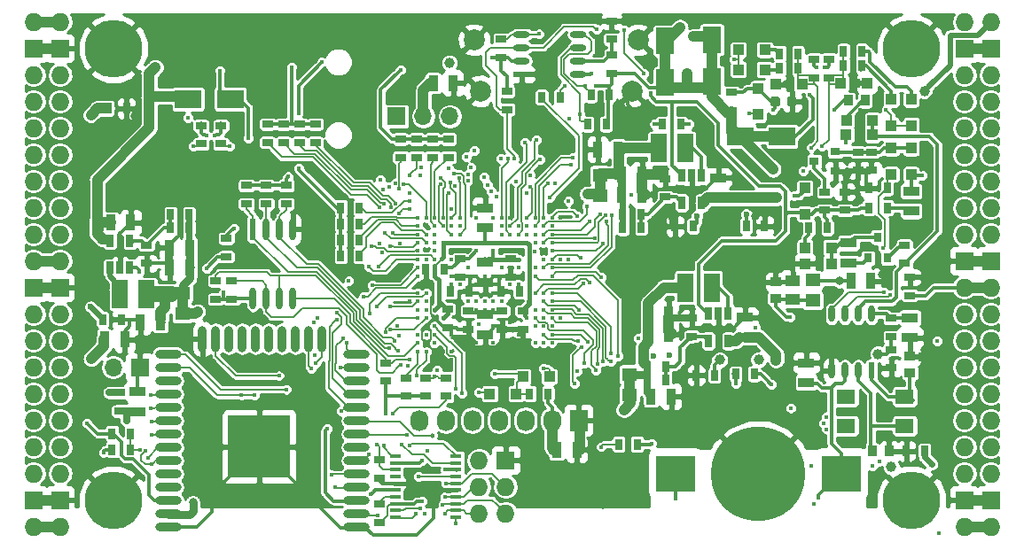
<source format=gbl>
G04 #@! TF.GenerationSoftware,KiCad,Pcbnew,5.0.0+dfsg1-2*
G04 #@! TF.CreationDate,2018-09-07T12:55:27+02:00*
G04 #@! TF.ProjectId,ulx3s,756C7833732E6B696361645F70636200,rev?*
G04 #@! TF.SameCoordinates,Original*
G04 #@! TF.FileFunction,Copper,L4,Bot,Signal*
G04 #@! TF.FilePolarity,Positive*
%FSLAX46Y46*%
G04 Gerber Fmt 4.6, Leading zero omitted, Abs format (unit mm)*
G04 Created by KiCad (PCBNEW 5.0.0+dfsg1-2) date Fri Sep  7 12:55:27 2018*
%MOMM*%
%LPD*%
G01*
G04 APERTURE LIST*
G04 #@! TA.AperFunction,EtchedComponent*
%ADD10C,1.000000*%
G04 #@! TD*
G04 #@! TA.AperFunction,ComponentPad*
%ADD11C,2.000000*%
G04 #@! TD*
G04 #@! TA.AperFunction,SMDPad,CuDef*
%ADD12R,3.700000X3.500000*%
G04 #@! TD*
G04 #@! TA.AperFunction,BGAPad,CuDef*
%ADD13C,9.000000*%
G04 #@! TD*
G04 #@! TA.AperFunction,SMDPad,CuDef*
%ADD14R,1.800000X1.400000*%
G04 #@! TD*
G04 #@! TA.AperFunction,ComponentPad*
%ADD15R,1.727200X2.032000*%
G04 #@! TD*
G04 #@! TA.AperFunction,ComponentPad*
%ADD16O,1.727200X2.032000*%
G04 #@! TD*
G04 #@! TA.AperFunction,SMDPad,CuDef*
%ADD17R,0.700000X1.200000*%
G04 #@! TD*
G04 #@! TA.AperFunction,SMDPad,CuDef*
%ADD18R,0.600000X1.550000*%
G04 #@! TD*
G04 #@! TA.AperFunction,SMDPad,CuDef*
%ADD19O,0.600000X1.550000*%
G04 #@! TD*
G04 #@! TA.AperFunction,SMDPad,CuDef*
%ADD20R,1.550000X0.600000*%
G04 #@! TD*
G04 #@! TA.AperFunction,SMDPad,CuDef*
%ADD21O,1.550000X0.600000*%
G04 #@! TD*
G04 #@! TA.AperFunction,SMDPad,CuDef*
%ADD22R,0.600000X2.100000*%
G04 #@! TD*
G04 #@! TA.AperFunction,SMDPad,CuDef*
%ADD23O,0.600000X2.100000*%
G04 #@! TD*
G04 #@! TA.AperFunction,SMDPad,CuDef*
%ADD24R,1.000000X0.400000*%
G04 #@! TD*
G04 #@! TA.AperFunction,SMDPad,CuDef*
%ADD25O,2.500000X0.900000*%
G04 #@! TD*
G04 #@! TA.AperFunction,SMDPad,CuDef*
%ADD26O,0.900000X2.500000*%
G04 #@! TD*
G04 #@! TA.AperFunction,SMDPad,CuDef*
%ADD27R,6.000000X6.000000*%
G04 #@! TD*
G04 #@! TA.AperFunction,SMDPad,CuDef*
%ADD28R,0.670000X1.000000*%
G04 #@! TD*
G04 #@! TA.AperFunction,SMDPad,CuDef*
%ADD29R,1.400000X1.295000*%
G04 #@! TD*
G04 #@! TA.AperFunction,SMDPad,CuDef*
%ADD30R,2.500000X1.800000*%
G04 #@! TD*
G04 #@! TA.AperFunction,SMDPad,CuDef*
%ADD31R,1.800000X2.500000*%
G04 #@! TD*
G04 #@! TA.AperFunction,ComponentPad*
%ADD32O,1.727200X1.727200*%
G04 #@! TD*
G04 #@! TA.AperFunction,ComponentPad*
%ADD33R,1.727200X1.727200*%
G04 #@! TD*
G04 #@! TA.AperFunction,ComponentPad*
%ADD34C,5.500000*%
G04 #@! TD*
G04 #@! TA.AperFunction,SMDPad,CuDef*
%ADD35R,0.970000X1.500000*%
G04 #@! TD*
G04 #@! TA.AperFunction,SMDPad,CuDef*
%ADD36R,1.500000X0.970000*%
G04 #@! TD*
G04 #@! TA.AperFunction,SMDPad,CuDef*
%ADD37R,1.000000X0.670000*%
G04 #@! TD*
G04 #@! TA.AperFunction,SMDPad,CuDef*
%ADD38R,1.000000X1.000000*%
G04 #@! TD*
G04 #@! TA.AperFunction,BGAPad,CuDef*
%ADD39C,0.300000*%
G04 #@! TD*
G04 #@! TA.AperFunction,ComponentPad*
%ADD40R,1.700000X1.700000*%
G04 #@! TD*
G04 #@! TA.AperFunction,ComponentPad*
%ADD41O,1.700000X1.700000*%
G04 #@! TD*
G04 #@! TA.AperFunction,SMDPad,CuDef*
%ADD42R,1.500000X2.700000*%
G04 #@! TD*
G04 #@! TA.AperFunction,SMDPad,CuDef*
%ADD43R,0.800000X0.900000*%
G04 #@! TD*
G04 #@! TA.AperFunction,SMDPad,CuDef*
%ADD44R,0.900000X0.800000*%
G04 #@! TD*
G04 #@! TA.AperFunction,SMDPad,CuDef*
%ADD45R,0.820000X1.000000*%
G04 #@! TD*
G04 #@! TA.AperFunction,SMDPad,CuDef*
%ADD46R,1.000000X0.820000*%
G04 #@! TD*
G04 #@! TA.AperFunction,SMDPad,CuDef*
%ADD47R,1.400000X1.120000*%
G04 #@! TD*
G04 #@! TA.AperFunction,Conductor*
%ADD48C,0.100000*%
G04 #@! TD*
G04 #@! TA.AperFunction,SMDPad,CuDef*
%ADD49C,0.875000*%
G04 #@! TD*
G04 #@! TA.AperFunction,ViaPad*
%ADD50C,2.000000*%
G04 #@! TD*
G04 #@! TA.AperFunction,ViaPad*
%ADD51C,0.419000*%
G04 #@! TD*
G04 #@! TA.AperFunction,ViaPad*
%ADD52C,0.600000*%
G04 #@! TD*
G04 #@! TA.AperFunction,ViaPad*
%ADD53C,1.000000*%
G04 #@! TD*
G04 #@! TA.AperFunction,ViaPad*
%ADD54C,0.800000*%
G04 #@! TD*
G04 #@! TA.AperFunction,ViaPad*
%ADD55C,0.700000*%
G04 #@! TD*
G04 #@! TA.AperFunction,ViaPad*
%ADD56C,0.454000*%
G04 #@! TD*
G04 #@! TA.AperFunction,Conductor*
%ADD57C,0.300000*%
G04 #@! TD*
G04 #@! TA.AperFunction,Conductor*
%ADD58C,1.000000*%
G04 #@! TD*
G04 #@! TA.AperFunction,Conductor*
%ADD59C,0.700000*%
G04 #@! TD*
G04 #@! TA.AperFunction,Conductor*
%ADD60C,0.127000*%
G04 #@! TD*
G04 #@! TA.AperFunction,Conductor*
%ADD61C,0.500000*%
G04 #@! TD*
G04 #@! TA.AperFunction,Conductor*
%ADD62C,0.400000*%
G04 #@! TD*
G04 #@! TA.AperFunction,Conductor*
%ADD63C,0.800000*%
G04 #@! TD*
G04 #@! TA.AperFunction,Conductor*
%ADD64C,0.600000*%
G04 #@! TD*
G04 #@! TA.AperFunction,Conductor*
%ADD65C,0.190000*%
G04 #@! TD*
G04 #@! TA.AperFunction,Conductor*
%ADD66C,1.500000*%
G04 #@! TD*
G04 #@! TA.AperFunction,Conductor*
%ADD67C,0.200000*%
G04 #@! TD*
G04 #@! TA.AperFunction,Conductor*
%ADD68C,0.254000*%
G04 #@! TD*
G04 APERTURE END LIST*
D10*
G04 #@! TO.C,RP3*
X149472000Y-77311000D02*
X149472000Y-79311000D01*
G04 #@! TO.C,RP2*
X109609000Y-88632000D02*
X109609000Y-90632000D01*
G04 #@! TO.C,RP1*
X152281000Y-96361000D02*
X152281000Y-98361000D01*
G04 #@! TO.C,D9*
X166854000Y-73630000D02*
X162854000Y-73630000D01*
G04 #@! TO.C,D52*
X160155000Y-64391000D02*
X160155000Y-68391000D01*
G04 #@! TO.C,D51*
X155710000Y-68518000D02*
X155710000Y-64518000D01*
G04 #@! TD*
D11*
G04 #@! TO.P,GPDI1,0*
G04 #@! TO.N,GND*
X152546000Y-69312000D03*
X138046000Y-69312000D03*
X153146000Y-64412000D03*
X137446000Y-64412000D03*
G04 #@! TD*
D12*
G04 #@! TO.P,BAT1,1*
G04 #@! TO.N,/power/VBAT*
X172485000Y-105870000D03*
X156685000Y-105870000D03*
D13*
G04 #@! TO.P,BAT1,2*
G04 #@! TO.N,GND*
X164585000Y-105870000D03*
G04 #@! TD*
D14*
G04 #@! TO.P,Y2,4*
G04 #@! TO.N,/power/OSCI_32k*
X178576000Y-98522000D03*
G04 #@! TO.P,Y2,3*
G04 #@! TO.N,N/C*
X172976000Y-98522000D03*
G04 #@! TO.P,Y2,2*
X172976000Y-101322000D03*
G04 #@! TO.P,Y2,1*
G04 #@! TO.N,/power/OSCO_32k*
X178576000Y-101322000D03*
G04 #@! TD*
D15*
G04 #@! TO.P,OLED1,1*
G04 #@! TO.N,GND*
X147440000Y-100790000D03*
D16*
G04 #@! TO.P,OLED1,2*
G04 #@! TO.N,+3V3*
X144900000Y-100790000D03*
G04 #@! TO.P,OLED1,3*
G04 #@! TO.N,OLED_CLK*
X142360000Y-100790000D03*
G04 #@! TO.P,OLED1,4*
G04 #@! TO.N,OLED_MOSI*
X139820000Y-100790000D03*
G04 #@! TO.P,OLED1,5*
G04 #@! TO.N,OLED_RES*
X137280000Y-100790000D03*
G04 #@! TO.P,OLED1,6*
G04 #@! TO.N,OLED_DC*
X134740000Y-100790000D03*
G04 #@! TO.P,OLED1,7*
G04 #@! TO.N,OLED_CS*
X132200000Y-100790000D03*
G04 #@! TD*
D17*
G04 #@! TO.P,U5,1*
G04 #@! TO.N,/power/PWREN*
X157285000Y-77392000D03*
G04 #@! TO.P,U5,2*
G04 #@! TO.N,GND*
X158235000Y-77392000D03*
G04 #@! TO.P,U5,3*
G04 #@! TO.N,/power/L3*
X159185000Y-77392000D03*
G04 #@! TO.P,U5,4*
G04 #@! TO.N,+5V*
X159185000Y-79992000D03*
G04 #@! TO.P,U5,5*
G04 #@! TO.N,/power/FB3*
X157285000Y-79992000D03*
G04 #@! TD*
G04 #@! TO.P,U3,1*
G04 #@! TO.N,/power/PWREN*
X159825000Y-90600000D03*
G04 #@! TO.P,U3,2*
G04 #@! TO.N,GND*
X160775000Y-90600000D03*
G04 #@! TO.P,U3,3*
G04 #@! TO.N,/power/L1*
X161725000Y-90600000D03*
G04 #@! TO.P,U3,4*
G04 #@! TO.N,+5V*
X161725000Y-93200000D03*
G04 #@! TO.P,U3,5*
G04 #@! TO.N,/power/FB1*
X159825000Y-93200000D03*
G04 #@! TD*
G04 #@! TO.P,U4,1*
G04 #@! TO.N,/power/PWREN*
X104575000Y-86215000D03*
G04 #@! TO.P,U4,2*
G04 #@! TO.N,GND*
X103625000Y-86215000D03*
G04 #@! TO.P,U4,3*
G04 #@! TO.N,/power/L2*
X102675000Y-86215000D03*
G04 #@! TO.P,U4,4*
G04 #@! TO.N,+5V*
X102675000Y-83615000D03*
G04 #@! TO.P,U4,5*
G04 #@! TO.N,/power/FB2*
X104575000Y-83615000D03*
G04 #@! TD*
D18*
G04 #@! TO.P,U7,1*
G04 #@! TO.N,/power/OSCI_32k*
X175395000Y-96015000D03*
D19*
G04 #@! TO.P,U7,2*
G04 #@! TO.N,/power/OSCO_32k*
X174125000Y-96015000D03*
G04 #@! TO.P,U7,3*
G04 #@! TO.N,/power/VBAT*
X172855000Y-96015000D03*
G04 #@! TO.P,U7,4*
G04 #@! TO.N,GND*
X171585000Y-96015000D03*
G04 #@! TO.P,U7,5*
G04 #@! TO.N,FPDI_SDA*
X171585000Y-90615000D03*
G04 #@! TO.P,U7,6*
G04 #@! TO.N,FPDI_SCL*
X172855000Y-90615000D03*
G04 #@! TO.P,U7,7*
G04 #@! TO.N,/power/WAKEUPn*
X174125000Y-90615000D03*
G04 #@! TO.P,U7,8*
G04 #@! TO.N,/power/RTCVDD*
X175395000Y-90615000D03*
G04 #@! TD*
D20*
G04 #@! TO.P,U11,1*
G04 #@! TO.N,GND*
X141980000Y-67706500D03*
D21*
G04 #@! TO.P,U11,2*
G04 #@! TO.N,+2V5*
X141980000Y-66436500D03*
G04 #@! TO.P,U11,3*
G04 #@! TO.N,FPDI_SCL*
X141980000Y-65166500D03*
G04 #@! TO.P,U11,4*
G04 #@! TO.N,FPDI_SDA*
X141980000Y-63896500D03*
G04 #@! TO.P,U11,5*
G04 #@! TO.N,GPDI_SDA*
X147380000Y-63896500D03*
G04 #@! TO.P,U11,6*
G04 #@! TO.N,GPDI_SCL*
X147380000Y-65166500D03*
G04 #@! TO.P,U11,7*
G04 #@! TO.N,/gpdi/VREF2*
X147380000Y-66436500D03*
G04 #@! TO.P,U11,8*
G04 #@! TO.N,+3V3*
X147380000Y-67706500D03*
G04 #@! TD*
D22*
G04 #@! TO.P,U10,1*
G04 #@! TO.N,/flash/FLASH_nCS*
X116340000Y-82520000D03*
D23*
G04 #@! TO.P,U10,2*
G04 #@! TO.N,/flash/FLASH_MISO*
X117610000Y-82520000D03*
G04 #@! TO.P,U10,3*
G04 #@! TO.N,/flash/FLASH_nWP*
X118880000Y-82520000D03*
G04 #@! TO.P,U10,4*
G04 #@! TO.N,GND*
X120150000Y-82520000D03*
G04 #@! TO.P,U10,5*
G04 #@! TO.N,/flash/FLASH_MOSI*
X120150000Y-89124000D03*
G04 #@! TO.P,U10,6*
G04 #@! TO.N,/flash/FLASH_SCK*
X118880000Y-89124000D03*
G04 #@! TO.P,U10,7*
G04 #@! TO.N,/flash/FLASH_nHOLD*
X117610000Y-89124000D03*
G04 #@! TO.P,U10,8*
G04 #@! TO.N,+3V3*
X116340000Y-89124000D03*
G04 #@! TD*
D24*
G04 #@! TO.P,U6,20*
G04 #@! TO.N,FTDI_TXD*
X129935000Y-104215000D03*
G04 #@! TO.P,U6,19*
G04 #@! TO.N,FTDI_nSLEEP*
X129935000Y-104865000D03*
G04 #@! TO.P,U6,18*
G04 #@! TO.N,FTDI_TXDEN*
X129935000Y-105515000D03*
G04 #@! TO.P,U6,17*
G04 #@! TO.N,N/C*
X129935000Y-106165000D03*
G04 #@! TO.P,U6,16*
G04 #@! TO.N,GND*
X129935000Y-106815000D03*
G04 #@! TO.P,U6,15*
G04 #@! TO.N,USB5V*
X129935000Y-107465000D03*
G04 #@! TO.P,U6,14*
G04 #@! TO.N,nRESET*
X129935000Y-108115000D03*
G04 #@! TO.P,U6,13*
G04 #@! TO.N,FT2V5*
X129935000Y-108765000D03*
G04 #@! TO.P,U6,12*
G04 #@! TO.N,USB_FTDI_D-*
X129935000Y-109415000D03*
G04 #@! TO.P,U6,11*
G04 #@! TO.N,USB_FTDI_D+*
X129935000Y-110065000D03*
G04 #@! TO.P,U6,10*
G04 #@! TO.N,FTDI_nTXLED*
X135735000Y-110065000D03*
G04 #@! TO.P,U6,9*
G04 #@! TO.N,JTAG_TDO*
X135735000Y-109415000D03*
G04 #@! TO.P,U6,8*
G04 #@! TO.N,JTAG_TMS*
X135735000Y-108765000D03*
G04 #@! TO.P,U6,7*
G04 #@! TO.N,JTAG_TCK*
X135735000Y-108115000D03*
G04 #@! TO.P,U6,6*
G04 #@! TO.N,GND*
X135735000Y-107465000D03*
G04 #@! TO.P,U6,5*
G04 #@! TO.N,JTAG_TDI*
X135735000Y-106815000D03*
G04 #@! TO.P,U6,4*
G04 #@! TO.N,FTDI_RXD*
X135735000Y-106165000D03*
G04 #@! TO.P,U6,3*
G04 #@! TO.N,FT2V5*
X135735000Y-105515000D03*
G04 #@! TO.P,U6,2*
G04 #@! TO.N,FTDI_nRTS*
X135735000Y-104865000D03*
G04 #@! TO.P,U6,1*
G04 #@! TO.N,FTDI_nDTR*
X135735000Y-104215000D03*
G04 #@! TD*
D25*
G04 #@! TO.P,U9,38*
G04 #@! TO.N,GND*
X126230000Y-111000000D03*
G04 #@! TO.P,U9,37*
G04 #@! TO.N,JTAG_TDI*
X126230000Y-109730000D03*
G04 #@! TO.P,U9,36*
G04 #@! TO.N,PROG_DONE*
X126230000Y-108460000D03*
G04 #@! TO.P,U9,35*
G04 #@! TO.N,WIFI_TXD*
X126230000Y-107190000D03*
G04 #@! TO.P,U9,34*
G04 #@! TO.N,WIFI_RXD*
X126230000Y-105920000D03*
G04 #@! TO.P,U9,33*
G04 #@! TO.N,JTAG_TMS*
X126230000Y-104650000D03*
G04 #@! TO.P,U9,32*
G04 #@! TO.N,N/C*
X126230000Y-103380000D03*
G04 #@! TO.P,U9,31*
G04 #@! TO.N,JTAG_TDO*
X126230000Y-102110000D03*
G04 #@! TO.P,U9,30*
G04 #@! TO.N,JTAG_TCK*
X126230000Y-100840000D03*
G04 #@! TO.P,U9,29*
G04 #@! TO.N,WIFI_GPIO5*
X126230000Y-99570000D03*
G04 #@! TO.P,U9,28*
G04 #@! TO.N,WIFI_GPIO17*
X126230000Y-98300000D03*
G04 #@! TO.P,U9,27*
G04 #@! TO.N,WIFI_GPIO16*
X126230000Y-97030000D03*
G04 #@! TO.P,U9,26*
G04 #@! TO.N,SD_D1*
X126230000Y-95760000D03*
G04 #@! TO.P,U9,25*
G04 #@! TO.N,WIFI_GPIO0*
X126230000Y-94490000D03*
D26*
G04 #@! TO.P,U9,24*
G04 #@! TO.N,SD_D0*
X122945000Y-93000000D03*
G04 #@! TO.P,U9,23*
G04 #@! TO.N,SD_CMD*
X121675000Y-93000000D03*
G04 #@! TO.P,U9,22*
G04 #@! TO.N,N/C*
X120405000Y-93000000D03*
G04 #@! TO.P,U9,21*
X119135000Y-93000000D03*
G04 #@! TO.P,U9,20*
X117865000Y-93000000D03*
G04 #@! TO.P,U9,19*
X116595000Y-93000000D03*
G04 #@! TO.P,U9,18*
X115325000Y-93000000D03*
G04 #@! TO.P,U9,17*
X114055000Y-93000000D03*
G04 #@! TO.P,U9,16*
G04 #@! TO.N,SD_D3*
X112785000Y-93000000D03*
G04 #@! TO.P,U9,15*
G04 #@! TO.N,GND*
X111515000Y-93000000D03*
D25*
G04 #@! TO.P,U9,14*
G04 #@! TO.N,SD_D2*
X108230000Y-94490000D03*
G04 #@! TO.P,U9,13*
G04 #@! TO.N,SD_CLK*
X108230000Y-95760000D03*
G04 #@! TO.P,U9,12*
G04 #@! TO.N,N/C*
X108230000Y-97030000D03*
G04 #@! TO.P,U9,11*
G04 #@! TO.N,GP11*
X108230000Y-98300000D03*
G04 #@! TO.P,U9,10*
G04 #@! TO.N,GN11*
X108230000Y-99570000D03*
G04 #@! TO.P,U9,9*
G04 #@! TO.N,GP12*
X108230000Y-100840000D03*
G04 #@! TO.P,U9,8*
G04 #@! TO.N,GN12*
X108230000Y-102110000D03*
G04 #@! TO.P,U9,7*
G04 #@! TO.N,GP13*
X108230000Y-103380000D03*
G04 #@! TO.P,U9,6*
G04 #@! TO.N,GN13*
X108230000Y-104650000D03*
G04 #@! TO.P,U9,5*
G04 #@! TO.N,N/C*
X108230000Y-105920000D03*
G04 #@! TO.P,U9,4*
X108230000Y-107190000D03*
G04 #@! TO.P,U9,3*
G04 #@! TO.N,/wifi/WIFIEN*
X108230000Y-108460000D03*
G04 #@! TO.P,U9,2*
G04 #@! TO.N,+3V3*
X108230000Y-109730000D03*
G04 #@! TO.P,U9,1*
G04 #@! TO.N,GND*
X108230000Y-111000000D03*
D27*
G04 #@! TO.P,U9,39*
X116930000Y-103300000D03*
G04 #@! TD*
D28*
G04 #@! TO.P,C49,2*
G04 #@! TO.N,GND*
X103738000Y-91156000D03*
G04 #@! TO.P,C49,1*
G04 #@! TO.N,2V5_3V3*
X101988000Y-91156000D03*
G04 #@! TD*
D29*
G04 #@! TO.P,RP3,2*
G04 #@! TO.N,+3V3*
X149472000Y-79278500D03*
G04 #@! TO.P,RP3,1*
G04 #@! TO.N,/power/P3V3*
X149472000Y-77343500D03*
G04 #@! TD*
G04 #@! TO.P,RP2,2*
G04 #@! TO.N,+2V5*
X109609000Y-90599500D03*
G04 #@! TO.P,RP2,1*
G04 #@! TO.N,/power/P2V5*
X109609000Y-88664500D03*
G04 #@! TD*
G04 #@! TO.P,RP1,2*
G04 #@! TO.N,+1V1*
X152281000Y-98328500D03*
G04 #@! TO.P,RP1,1*
G04 #@! TO.N,/power/P1V1*
X152281000Y-96393500D03*
G04 #@! TD*
D30*
G04 #@! TO.P,D9,2*
G04 #@! TO.N,+5V*
X162854000Y-73630000D03*
G04 #@! TO.P,D9,1*
G04 #@! TO.N,/usb/US2VBUS*
X166854000Y-73630000D03*
G04 #@! TD*
D31*
G04 #@! TO.P,D52,2*
G04 #@! TO.N,+5V*
X160155000Y-68391000D03*
G04 #@! TO.P,D52,1*
G04 #@! TO.N,/gpio/OUT5V*
X160155000Y-64391000D03*
G04 #@! TD*
G04 #@! TO.P,D51,2*
G04 #@! TO.N,/gpio/IN5V*
X155710000Y-64518000D03*
G04 #@! TO.P,D51,1*
G04 #@! TO.N,+5V*
X155710000Y-68518000D03*
G04 #@! TD*
D32*
G04 #@! TO.P,J1,1*
G04 #@! TO.N,2V5_3V3*
X97910000Y-62690000D03*
G04 #@! TO.P,J1,2*
X95370000Y-62690000D03*
D33*
G04 #@! TO.P,J1,3*
G04 #@! TO.N,GND*
X97910000Y-65230000D03*
G04 #@! TO.P,J1,4*
X95370000Y-65230000D03*
D32*
G04 #@! TO.P,J1,5*
G04 #@! TO.N,GN0*
X97910000Y-67770000D03*
G04 #@! TO.P,J1,6*
G04 #@! TO.N,GP0*
X95370000Y-67770000D03*
G04 #@! TO.P,J1,7*
G04 #@! TO.N,GN1*
X97910000Y-70310000D03*
G04 #@! TO.P,J1,8*
G04 #@! TO.N,GP1*
X95370000Y-70310000D03*
G04 #@! TO.P,J1,9*
G04 #@! TO.N,GN2*
X97910000Y-72850000D03*
G04 #@! TO.P,J1,10*
G04 #@! TO.N,GP2*
X95370000Y-72850000D03*
G04 #@! TO.P,J1,11*
G04 #@! TO.N,GN3*
X97910000Y-75390000D03*
G04 #@! TO.P,J1,12*
G04 #@! TO.N,GP3*
X95370000Y-75390000D03*
G04 #@! TO.P,J1,13*
G04 #@! TO.N,GN4*
X97910000Y-77930000D03*
G04 #@! TO.P,J1,14*
G04 #@! TO.N,GP4*
X95370000Y-77930000D03*
G04 #@! TO.P,J1,15*
G04 #@! TO.N,GN5*
X97910000Y-80470000D03*
G04 #@! TO.P,J1,16*
G04 #@! TO.N,GP5*
X95370000Y-80470000D03*
G04 #@! TO.P,J1,17*
G04 #@! TO.N,GN6*
X97910000Y-83010000D03*
G04 #@! TO.P,J1,18*
G04 #@! TO.N,GP6*
X95370000Y-83010000D03*
G04 #@! TO.P,J1,19*
G04 #@! TO.N,2V5_3V3*
X97910000Y-85550000D03*
G04 #@! TO.P,J1,20*
X95370000Y-85550000D03*
D33*
G04 #@! TO.P,J1,21*
G04 #@! TO.N,GND*
X97910000Y-88090000D03*
G04 #@! TO.P,J1,22*
X95370000Y-88090000D03*
D32*
G04 #@! TO.P,J1,23*
G04 #@! TO.N,GN7*
X97910000Y-90630000D03*
G04 #@! TO.P,J1,24*
G04 #@! TO.N,GP7*
X95370000Y-90630000D03*
G04 #@! TO.P,J1,25*
G04 #@! TO.N,GN8*
X97910000Y-93170000D03*
G04 #@! TO.P,J1,26*
G04 #@! TO.N,GP8*
X95370000Y-93170000D03*
G04 #@! TO.P,J1,27*
G04 #@! TO.N,GN9*
X97910000Y-95710000D03*
G04 #@! TO.P,J1,28*
G04 #@! TO.N,GP9*
X95370000Y-95710000D03*
G04 #@! TO.P,J1,29*
G04 #@! TO.N,GN10*
X97910000Y-98250000D03*
G04 #@! TO.P,J1,30*
G04 #@! TO.N,GP10*
X95370000Y-98250000D03*
G04 #@! TO.P,J1,31*
G04 #@! TO.N,GN11*
X97910000Y-100790000D03*
G04 #@! TO.P,J1,32*
G04 #@! TO.N,GP11*
X95370000Y-100790000D03*
G04 #@! TO.P,J1,33*
G04 #@! TO.N,GN12*
X97910000Y-103330000D03*
G04 #@! TO.P,J1,34*
G04 #@! TO.N,GP12*
X95370000Y-103330000D03*
G04 #@! TO.P,J1,35*
G04 #@! TO.N,GN13*
X97910000Y-105870000D03*
G04 #@! TO.P,J1,36*
G04 #@! TO.N,GP13*
X95370000Y-105870000D03*
D33*
G04 #@! TO.P,J1,37*
G04 #@! TO.N,GND*
X97910000Y-108410000D03*
G04 #@! TO.P,J1,38*
X95370000Y-108410000D03*
D32*
G04 #@! TO.P,J1,39*
G04 #@! TO.N,2V5_3V3*
X97910000Y-110950000D03*
G04 #@! TO.P,J1,40*
X95370000Y-110950000D03*
G04 #@! TD*
G04 #@! TO.P,J2,1*
G04 #@! TO.N,+3V3*
X184270000Y-110950000D03*
G04 #@! TO.P,J2,2*
X186810000Y-110950000D03*
D33*
G04 #@! TO.P,J2,3*
G04 #@! TO.N,GND*
X184270000Y-108410000D03*
G04 #@! TO.P,J2,4*
X186810000Y-108410000D03*
D32*
G04 #@! TO.P,J2,5*
G04 #@! TO.N,GN14*
X184270000Y-105870000D03*
G04 #@! TO.P,J2,6*
G04 #@! TO.N,GP14*
X186810000Y-105870000D03*
G04 #@! TO.P,J2,7*
G04 #@! TO.N,GN15*
X184270000Y-103330000D03*
G04 #@! TO.P,J2,8*
G04 #@! TO.N,GP15*
X186810000Y-103330000D03*
G04 #@! TO.P,J2,9*
G04 #@! TO.N,GN16*
X184270000Y-100790000D03*
G04 #@! TO.P,J2,10*
G04 #@! TO.N,GP16*
X186810000Y-100790000D03*
G04 #@! TO.P,J2,11*
G04 #@! TO.N,GN17*
X184270000Y-98250000D03*
G04 #@! TO.P,J2,12*
G04 #@! TO.N,GP17*
X186810000Y-98250000D03*
G04 #@! TO.P,J2,13*
G04 #@! TO.N,GN18*
X184270000Y-95710000D03*
G04 #@! TO.P,J2,14*
G04 #@! TO.N,GP18*
X186810000Y-95710000D03*
G04 #@! TO.P,J2,15*
G04 #@! TO.N,GN19*
X184270000Y-93170000D03*
G04 #@! TO.P,J2,16*
G04 #@! TO.N,GP19*
X186810000Y-93170000D03*
G04 #@! TO.P,J2,17*
G04 #@! TO.N,GN20*
X184270000Y-90630000D03*
G04 #@! TO.P,J2,18*
G04 #@! TO.N,GP20*
X186810000Y-90630000D03*
G04 #@! TO.P,J2,19*
G04 #@! TO.N,+3V3*
X184270000Y-88090000D03*
G04 #@! TO.P,J2,20*
X186810000Y-88090000D03*
D33*
G04 #@! TO.P,J2,21*
G04 #@! TO.N,GND*
X184270000Y-85550000D03*
G04 #@! TO.P,J2,22*
X186810000Y-85550000D03*
D32*
G04 #@! TO.P,J2,23*
G04 #@! TO.N,GN21*
X184270000Y-83010000D03*
G04 #@! TO.P,J2,24*
G04 #@! TO.N,GP21*
X186810000Y-83010000D03*
G04 #@! TO.P,J2,25*
G04 #@! TO.N,GN22*
X184270000Y-80470000D03*
G04 #@! TO.P,J2,26*
G04 #@! TO.N,GP22*
X186810000Y-80470000D03*
G04 #@! TO.P,J2,27*
G04 #@! TO.N,GN23*
X184270000Y-77930000D03*
G04 #@! TO.P,J2,28*
G04 #@! TO.N,GP23*
X186810000Y-77930000D03*
G04 #@! TO.P,J2,29*
G04 #@! TO.N,GN24*
X184270000Y-75390000D03*
G04 #@! TO.P,J2,30*
G04 #@! TO.N,GP24*
X186810000Y-75390000D03*
G04 #@! TO.P,J2,31*
G04 #@! TO.N,GN25*
X184270000Y-72850000D03*
G04 #@! TO.P,J2,32*
G04 #@! TO.N,GP25*
X186810000Y-72850000D03*
G04 #@! TO.P,J2,33*
G04 #@! TO.N,GN26*
X184270000Y-70310000D03*
G04 #@! TO.P,J2,34*
G04 #@! TO.N,GP26*
X186810000Y-70310000D03*
G04 #@! TO.P,J2,35*
G04 #@! TO.N,GN27*
X184270000Y-67770000D03*
G04 #@! TO.P,J2,36*
G04 #@! TO.N,GP27*
X186810000Y-67770000D03*
D33*
G04 #@! TO.P,J2,37*
G04 #@! TO.N,GND*
X184270000Y-65230000D03*
G04 #@! TO.P,J2,38*
X186810000Y-65230000D03*
D32*
G04 #@! TO.P,J2,39*
G04 #@! TO.N,/gpio/IN5V*
X184270000Y-62690000D03*
G04 #@! TO.P,J2,40*
G04 #@! TO.N,/gpio/OUT5V*
X186810000Y-62690000D03*
G04 #@! TD*
D34*
G04 #@! TO.P,H1,1*
G04 #@! TO.N,GND*
X102990000Y-108410000D03*
G04 #@! TD*
G04 #@! TO.P,H2,1*
G04 #@! TO.N,GND*
X179190000Y-108410000D03*
G04 #@! TD*
G04 #@! TO.P,H3,1*
G04 #@! TO.N,GND*
X179190000Y-65230000D03*
G04 #@! TD*
G04 #@! TO.P,H4,1*
G04 #@! TO.N,GND*
X102990000Y-65230000D03*
G04 #@! TD*
D33*
G04 #@! TO.P,J4,1*
G04 #@! TO.N,GND*
X140455000Y-104600000D03*
D32*
G04 #@! TO.P,J4,2*
G04 #@! TO.N,+3V3*
X137915000Y-104600000D03*
G04 #@! TO.P,J4,3*
G04 #@! TO.N,JTAG_TDI*
X140455000Y-107140000D03*
G04 #@! TO.P,J4,4*
G04 #@! TO.N,JTAG_TCK*
X137915000Y-107140000D03*
G04 #@! TO.P,J4,5*
G04 #@! TO.N,JTAG_TMS*
X140455000Y-109680000D03*
G04 #@! TO.P,J4,6*
G04 #@! TO.N,JTAG_TDO*
X137915000Y-109680000D03*
G04 #@! TD*
D35*
G04 #@! TO.P,C47,1*
G04 #@! TO.N,2V5_3V3*
X133546000Y-68550000D03*
G04 #@! TO.P,C47,2*
G04 #@! TO.N,GND*
X135456000Y-68550000D03*
G04 #@! TD*
G04 #@! TO.P,C1,1*
G04 #@! TO.N,+5V*
X102748500Y-81885000D03*
G04 #@! TO.P,C1,2*
G04 #@! TO.N,GND*
X104658500Y-81885000D03*
G04 #@! TD*
D28*
G04 #@! TO.P,C2,1*
G04 #@! TO.N,/power/P1V1*
X153985000Y-96910000D03*
G04 #@! TO.P,C2,2*
G04 #@! TO.N,/power/FB1*
X155735000Y-96910000D03*
G04 #@! TD*
D35*
G04 #@! TO.P,C3,2*
G04 #@! TO.N,GND*
X156015000Y-90630000D03*
G04 #@! TO.P,C3,1*
G04 #@! TO.N,/power/P1V1*
X154105000Y-90630000D03*
G04 #@! TD*
G04 #@! TO.P,C4,1*
G04 #@! TO.N,/power/P1V1*
X154105000Y-92535000D03*
G04 #@! TO.P,C4,2*
G04 #@! TO.N,GND*
X156015000Y-92535000D03*
G04 #@! TD*
D36*
G04 #@! TO.P,C5,2*
G04 #@! TO.N,GND*
X163315000Y-90945000D03*
G04 #@! TO.P,C5,1*
G04 #@! TO.N,+5V*
X163315000Y-92855000D03*
G04 #@! TD*
D28*
G04 #@! TO.P,C6,1*
G04 #@! TO.N,/power/P3V3*
X151645000Y-82375000D03*
G04 #@! TO.P,C6,2*
G04 #@! TO.N,/power/FB3*
X153395000Y-82375000D03*
G04 #@! TD*
D35*
G04 #@! TO.P,C7,2*
G04 #@! TO.N,GND*
X153475000Y-79200000D03*
G04 #@! TO.P,C7,1*
G04 #@! TO.N,/power/P3V3*
X151565000Y-79200000D03*
G04 #@! TD*
G04 #@! TO.P,C8,2*
G04 #@! TO.N,GND*
X153475000Y-77295000D03*
G04 #@! TO.P,C8,1*
G04 #@! TO.N,/power/P3V3*
X151565000Y-77295000D03*
G04 #@! TD*
D36*
G04 #@! TO.P,C9,1*
G04 #@! TO.N,+5V*
X160775000Y-79520000D03*
G04 #@! TO.P,C9,2*
G04 #@! TO.N,GND*
X160775000Y-77610000D03*
G04 #@! TD*
D28*
G04 #@! TO.P,C10,2*
G04 #@! TO.N,/power/FB2*
X108465000Y-81105000D03*
G04 #@! TO.P,C10,1*
G04 #@! TO.N,/power/P2V5*
X110215000Y-81105000D03*
G04 #@! TD*
D35*
G04 #@! TO.P,C11,2*
G04 #@! TO.N,GND*
X108385000Y-84280000D03*
G04 #@! TO.P,C11,1*
G04 #@! TO.N,/power/P2V5*
X110295000Y-84280000D03*
G04 #@! TD*
G04 #@! TO.P,C12,1*
G04 #@! TO.N,/power/P2V5*
X110295000Y-86185000D03*
G04 #@! TO.P,C12,2*
G04 #@! TO.N,GND*
X108385000Y-86185000D03*
G04 #@! TD*
D36*
G04 #@! TO.P,C13,2*
G04 #@! TO.N,/power/WKUP*
X173221000Y-83833000D03*
G04 #@! TO.P,C13,1*
G04 #@! TO.N,+5V*
X173221000Y-85743000D03*
G04 #@! TD*
D37*
G04 #@! TO.P,C14,2*
G04 #@! TO.N,GND*
X175380000Y-76900000D03*
G04 #@! TO.P,C14,1*
G04 #@! TO.N,/power/SHUT*
X175380000Y-75150000D03*
G04 #@! TD*
D36*
G04 #@! TO.P,C15,1*
G04 #@! TO.N,/sdcard/SD3V3*
X105276000Y-99967000D03*
G04 #@! TO.P,C15,2*
G04 #@! TO.N,GND*
X105276000Y-98057000D03*
G04 #@! TD*
D35*
G04 #@! TO.P,C16,1*
G04 #@! TO.N,+3V3*
X173424000Y-87473000D03*
G04 #@! TO.P,C16,2*
G04 #@! TO.N,GND*
X175334000Y-87473000D03*
G04 #@! TD*
D36*
G04 #@! TO.P,C17,1*
G04 #@! TO.N,+1V1*
X138500000Y-90665000D03*
G04 #@! TO.P,C17,2*
G04 #@! TO.N,GND*
X138500000Y-92575000D03*
G04 #@! TD*
D37*
G04 #@! TO.P,C18,1*
G04 #@! TO.N,/gpdi/VREF2*
X150589600Y-64359000D03*
G04 #@! TO.P,C18,2*
G04 #@! TO.N,GND*
X150589600Y-62609000D03*
G04 #@! TD*
D36*
G04 #@! TO.P,C19,1*
G04 #@! TO.N,+2V5*
X138500000Y-82375000D03*
G04 #@! TO.P,C19,2*
G04 #@! TO.N,GND*
X138500000Y-80465000D03*
G04 #@! TD*
G04 #@! TO.P,C20,2*
G04 #@! TO.N,GND*
X138500000Y-87575000D03*
G04 #@! TO.P,C20,1*
G04 #@! TO.N,+3V3*
X138500000Y-85665000D03*
G04 #@! TD*
D35*
G04 #@! TO.P,C21,2*
G04 #@! TO.N,GND*
X104072000Y-93061000D03*
G04 #@! TO.P,C21,1*
G04 #@! TO.N,+3V3*
X102162000Y-93061000D03*
G04 #@! TD*
G04 #@! TO.P,C22,1*
G04 #@! TO.N,/power/P1V1*
X154359000Y-98504000D03*
G04 #@! TO.P,C22,2*
G04 #@! TO.N,GND*
X156269000Y-98504000D03*
G04 #@! TD*
G04 #@! TO.P,C23,2*
G04 #@! TO.N,GND*
X105591000Y-91392000D03*
G04 #@! TO.P,C23,1*
G04 #@! TO.N,/power/P2V5*
X107501000Y-91392000D03*
G04 #@! TD*
G04 #@! TO.P,C24,1*
G04 #@! TO.N,/power/P3V3*
X151189000Y-74882000D03*
G04 #@! TO.P,C24,2*
G04 #@! TO.N,GND*
X149279000Y-74882000D03*
G04 #@! TD*
D37*
G04 #@! TO.P,C25,2*
G04 #@! TO.N,GND*
X140900000Y-87095000D03*
G04 #@! TO.P,C25,1*
G04 #@! TO.N,+3V3*
X140900000Y-85345000D03*
G04 #@! TD*
G04 #@! TO.P,C26,2*
G04 #@! TO.N,GND*
X136100000Y-87095000D03*
G04 #@! TO.P,C26,1*
G04 #@! TO.N,2V5_3V3*
X136100000Y-85345000D03*
G04 #@! TD*
G04 #@! TO.P,C27,2*
G04 #@! TO.N,GND*
X136900000Y-92095000D03*
G04 #@! TO.P,C27,1*
G04 #@! TO.N,+1V1*
X136900000Y-90345000D03*
G04 #@! TD*
G04 #@! TO.P,C28,1*
G04 #@! TO.N,+1V1*
X140100000Y-90345000D03*
G04 #@! TO.P,C28,2*
G04 #@! TO.N,GND*
X140100000Y-92095000D03*
G04 #@! TD*
G04 #@! TO.P,C29,2*
G04 #@! TO.N,GND*
X142100000Y-92095000D03*
G04 #@! TO.P,C29,1*
G04 #@! TO.N,+2V5*
X142100000Y-90345000D03*
G04 #@! TD*
G04 #@! TO.P,C30,1*
G04 #@! TO.N,+2V5*
X134900000Y-90145000D03*
G04 #@! TO.P,C30,2*
G04 #@! TO.N,GND*
X134900000Y-91895000D03*
G04 #@! TD*
D28*
G04 #@! TO.P,C31,1*
G04 #@! TO.N,+3V3*
X135225000Y-88420000D03*
G04 #@! TO.P,C31,2*
G04 #@! TO.N,GND*
X136975000Y-88420000D03*
G04 #@! TD*
G04 #@! TO.P,C32,2*
G04 #@! TO.N,GND*
X140025000Y-88420000D03*
G04 #@! TO.P,C32,1*
G04 #@! TO.N,+3V3*
X141775000Y-88420000D03*
G04 #@! TD*
G04 #@! TO.P,C33,1*
G04 #@! TO.N,+3V3*
X163425000Y-82220000D03*
G04 #@! TO.P,C33,2*
G04 #@! TO.N,GND*
X165175000Y-82220000D03*
G04 #@! TD*
G04 #@! TO.P,C34,1*
G04 #@! TO.N,+3V3*
X158375000Y-82220000D03*
G04 #@! TO.P,C34,2*
G04 #@! TO.N,GND*
X156625000Y-82220000D03*
G04 #@! TD*
D37*
G04 #@! TO.P,C35,1*
G04 #@! TO.N,+3V3*
X177300000Y-94025000D03*
G04 #@! TO.P,C35,2*
G04 #@! TO.N,GND*
X177300000Y-95775000D03*
G04 #@! TD*
D35*
G04 #@! TO.P,C46,1*
G04 #@! TO.N,+3V3*
X145342000Y-103584000D03*
G04 #@! TO.P,C46,2*
G04 #@! TO.N,GND*
X147252000Y-103584000D03*
G04 #@! TD*
D28*
G04 #@! TO.P,C48,2*
G04 #@! TO.N,GND*
X104246000Y-70963000D03*
G04 #@! TO.P,C48,1*
G04 #@! TO.N,2V5_3V3*
X102496000Y-70963000D03*
G04 #@! TD*
D37*
G04 #@! TO.P,C50,1*
G04 #@! TO.N,+3V3*
X179063000Y-88856000D03*
G04 #@! TO.P,C50,2*
G04 #@! TO.N,GND*
X179063000Y-87106000D03*
G04 #@! TD*
D28*
G04 #@! TO.P,C51,1*
G04 #@! TO.N,+3V3*
X180473000Y-103711000D03*
G04 #@! TO.P,C51,2*
G04 #@! TO.N,GND*
X178723000Y-103711000D03*
G04 #@! TD*
G04 #@! TO.P,C52,2*
G04 #@! TO.N,GND*
X158645000Y-96490000D03*
G04 #@! TO.P,C52,1*
G04 #@! TO.N,+3V3*
X160395000Y-96490000D03*
G04 #@! TD*
G04 #@! TO.P,C53,2*
G04 #@! TO.N,GND*
X132827200Y-86330000D03*
G04 #@! TO.P,C53,1*
G04 #@! TO.N,2V5_3V3*
X134577200Y-86330000D03*
G04 #@! TD*
D36*
G04 #@! TO.P,C54,2*
G04 #@! TO.N,GND*
X169172000Y-95281000D03*
G04 #@! TO.P,C54,1*
G04 #@! TO.N,/power/VBAT*
X169172000Y-97191000D03*
G04 #@! TD*
G04 #@! TO.P,D11,1*
G04 #@! TO.N,/power/HOLD*
X179190000Y-80790000D03*
G04 #@! TO.P,D11,2*
G04 #@! TO.N,+3V3*
X179190000Y-78880000D03*
G04 #@! TD*
D38*
G04 #@! TO.P,D10,1*
G04 #@! TO.N,/power/WAKE*
X169050000Y-84280000D03*
G04 #@! TO.P,D10,2*
G04 #@! TO.N,/power/WKUP*
X171550000Y-84280000D03*
G04 #@! TD*
G04 #@! TO.P,D12,2*
G04 #@! TO.N,/power/FTDI_nSUSPEND*
X169030000Y-78585000D03*
G04 #@! TO.P,D12,1*
G04 #@! TO.N,/power/PWREN*
X169030000Y-81085000D03*
G04 #@! TD*
G04 #@! TO.P,D13,1*
G04 #@! TO.N,/power/WKUP*
X171550000Y-85804000D03*
G04 #@! TO.P,D13,2*
G04 #@! TO.N,GND*
X169050000Y-85804000D03*
G04 #@! TD*
G04 #@! TO.P,D14,2*
G04 #@! TO.N,/power/SHUT*
X179190000Y-74775000D03*
G04 #@! TO.P,D14,1*
G04 #@! TO.N,+3V3*
X179190000Y-77275000D03*
G04 #@! TD*
G04 #@! TO.P,D15,2*
G04 #@! TO.N,SHUTDOWN*
X177285000Y-77275000D03*
G04 #@! TO.P,D15,1*
G04 #@! TO.N,/power/SHUT*
X177285000Y-74775000D03*
G04 #@! TD*
G04 #@! TO.P,D16,1*
G04 #@! TO.N,PWRBTn*
X172987000Y-73503000D03*
G04 #@! TO.P,D16,2*
G04 #@! TO.N,/power/WAKEUPn*
X175487000Y-73503000D03*
G04 #@! TD*
G04 #@! TO.P,D17,1*
G04 #@! TO.N,PWRBTn*
X164585000Y-69060000D03*
G04 #@! TO.P,D17,2*
G04 #@! TO.N,BTN_PWRn*
X164585000Y-71560000D03*
G04 #@! TD*
G04 #@! TO.P,D20,1*
G04 #@! TO.N,USB_FPGA_D+*
X168756000Y-68659000D03*
G04 #@! TO.P,D20,2*
G04 #@! TO.N,GND*
X166256000Y-68659000D03*
G04 #@! TD*
G04 #@! TO.P,D21,2*
G04 #@! TO.N,GND*
X174979000Y-68550000D03*
G04 #@! TO.P,D21,1*
G04 #@! TO.N,USB_FPGA_D-*
X172479000Y-68550000D03*
G04 #@! TD*
G04 #@! TO.P,D23,2*
G04 #@! TO.N,Net-(D23-Pad2)*
X165200000Y-67262000D03*
G04 #@! TO.P,D23,1*
G04 #@! TO.N,USB_FPGA_PULL_D+*
X162700000Y-67262000D03*
G04 #@! TD*
G04 #@! TO.P,D24,2*
G04 #@! TO.N,USB_FPGA_PULL_D+*
X162700000Y-65357000D03*
G04 #@! TO.P,D24,1*
G04 #@! TO.N,Net-(D24-Pad1)*
X165200000Y-65357000D03*
G04 #@! TD*
G04 #@! TO.P,D25,1*
G04 #@! TO.N,USB_FPGA_PULL_D-*
X177285000Y-72594000D03*
G04 #@! TO.P,D25,2*
G04 #@! TO.N,Net-(D25-Pad2)*
X177285000Y-70094000D03*
G04 #@! TD*
G04 #@! TO.P,D26,1*
G04 #@! TO.N,Net-(D26-Pad1)*
X179190000Y-70094000D03*
G04 #@! TO.P,D26,2*
G04 #@! TO.N,USB_FPGA_PULL_D-*
X179190000Y-72594000D03*
G04 #@! TD*
D39*
G04 #@! TO.P,AE1,1*
G04 #@! TO.N,/usb/ANT_433MHz*
X181872000Y-111603000D03*
G04 #@! TD*
D37*
G04 #@! TO.P,R49,1*
G04 #@! TO.N,USB_FTDI_D-*
X113277000Y-74360000D03*
G04 #@! TO.P,R49,2*
G04 #@! TO.N,/usb/FTD-*
X113277000Y-72610000D03*
G04 #@! TD*
G04 #@! TO.P,R50,2*
G04 #@! TO.N,/usb/FTD+*
X111372000Y-72610000D03*
G04 #@! TO.P,R50,1*
G04 #@! TO.N,USB_FTDI_D+*
X111372000Y-74360000D03*
G04 #@! TD*
D28*
G04 #@! TO.P,R51,2*
G04 #@! TO.N,/blinkey/SWPU*
X155455000Y-72487000D03*
G04 #@! TO.P,R51,1*
G04 #@! TO.N,2V5_3V3*
X157205000Y-72487000D03*
G04 #@! TD*
D37*
G04 #@! TO.P,R52,2*
G04 #@! TO.N,/usb/FPD-*
X171331000Y-66278000D03*
G04 #@! TO.P,R52,1*
G04 #@! TO.N,USB_FPGA_D-*
X171331000Y-68028000D03*
G04 #@! TD*
G04 #@! TO.P,R53,1*
G04 #@! TO.N,USB_FPGA_D+*
X169919000Y-68028000D03*
G04 #@! TO.P,R53,2*
G04 #@! TO.N,/usb/FPD+*
X169919000Y-66278000D03*
G04 #@! TD*
D28*
G04 #@! TO.P,R54,2*
G04 #@! TO.N,Net-(D26-Pad1)*
X174477000Y-65502000D03*
G04 #@! TO.P,R54,1*
G04 #@! TO.N,USB_FPGA_D-*
X172727000Y-65502000D03*
G04 #@! TD*
D37*
G04 #@! TO.P,R56,1*
G04 #@! TO.N,GND*
X128390000Y-106321000D03*
G04 #@! TO.P,R56,2*
G04 #@! TO.N,FTDI_TXDEN*
X128390000Y-104571000D03*
G04 #@! TD*
G04 #@! TO.P,R57,2*
G04 #@! TO.N,/analog/AUDIO_V*
X117722000Y-72483000D03*
G04 #@! TO.P,R57,1*
G04 #@! TO.N,AUDIO_V0*
X117722000Y-74233000D03*
G04 #@! TD*
G04 #@! TO.P,R58,1*
G04 #@! TO.N,AUDIO_V1*
X119246000Y-74233000D03*
G04 #@! TO.P,R58,2*
G04 #@! TO.N,/analog/AUDIO_V*
X119246000Y-72483000D03*
G04 #@! TD*
G04 #@! TO.P,R59,2*
G04 #@! TO.N,/analog/AUDIO_V*
X120770000Y-72483000D03*
G04 #@! TO.P,R59,1*
G04 #@! TO.N,AUDIO_V2*
X120770000Y-74233000D03*
G04 #@! TD*
G04 #@! TO.P,R60,1*
G04 #@! TO.N,AUDIO_V3*
X122294000Y-74233000D03*
G04 #@! TO.P,R60,2*
G04 #@! TO.N,/analog/AUDIO_V*
X122294000Y-72483000D03*
G04 #@! TD*
D28*
G04 #@! TO.P,R61,1*
G04 #@! TO.N,GPDI_CEC*
X145655000Y-69900000D03*
G04 #@! TO.P,R61,2*
G04 #@! TO.N,/gpdi/FPDI_CEC*
X143905000Y-69900000D03*
G04 #@! TD*
D40*
G04 #@! TO.P,J3,1*
G04 #@! TO.N,GND*
X105530000Y-95710000D03*
D41*
G04 #@! TO.P,J3,2*
G04 #@! TO.N,/wifi/WIFIEN*
X102990000Y-95710000D03*
G04 #@! TD*
D40*
G04 #@! TO.P,J5,1*
G04 #@! TO.N,+2V5*
X130056000Y-71725000D03*
D41*
G04 #@! TO.P,J5,2*
G04 #@! TO.N,2V5_3V3*
X132596000Y-71725000D03*
G04 #@! TO.P,J5,3*
G04 #@! TO.N,+3V3*
X135136000Y-71725000D03*
G04 #@! TD*
D28*
G04 #@! TO.P,R40,1*
G04 #@! TO.N,Net-(D24-Pad1)*
X166631000Y-65738000D03*
G04 #@! TO.P,R40,2*
G04 #@! TO.N,USB_FPGA_D+*
X168381000Y-65738000D03*
G04 #@! TD*
D37*
G04 #@! TO.P,R55,1*
G04 #@! TO.N,/flash/FPGA_DONE*
X134740000Y-96740000D03*
G04 #@! TO.P,R55,2*
G04 #@! TO.N,PROG_DONE*
X134740000Y-98490000D03*
G04 #@! TD*
D36*
G04 #@! TO.P,C55,1*
G04 #@! TO.N,/power/RTCVDD*
X179078000Y-90963000D03*
G04 #@! TO.P,C55,2*
G04 #@! TO.N,GND*
X179078000Y-92873000D03*
G04 #@! TD*
D37*
G04 #@! TO.P,R65,1*
G04 #@! TO.N,+3V3*
X177300000Y-92793000D03*
G04 #@! TO.P,R65,2*
G04 #@! TO.N,/power/RTCVDD*
X177300000Y-91043000D03*
G04 #@! TD*
D42*
G04 #@! TO.P,L1,1*
G04 #@! TO.N,/power/L1*
X160140000Y-88090000D03*
G04 #@! TO.P,L1,2*
G04 #@! TO.N,/power/P1V1*
X157600000Y-88090000D03*
G04 #@! TD*
G04 #@! TO.P,L2,1*
G04 #@! TO.N,/power/L2*
X103625000Y-88725000D03*
G04 #@! TO.P,L2,2*
G04 #@! TO.N,/power/P2V5*
X106165000Y-88725000D03*
G04 #@! TD*
G04 #@! TO.P,L3,2*
G04 #@! TO.N,/power/P3V3*
X155060000Y-74755000D03*
G04 #@! TO.P,L3,1*
G04 #@! TO.N,/power/L3*
X157600000Y-74755000D03*
G04 #@! TD*
D28*
G04 #@! TO.P,R1,2*
G04 #@! TO.N,/power/PWREN*
X171175000Y-82375000D03*
G04 #@! TO.P,R1,1*
G04 #@! TO.N,/power/WAKE*
X169425000Y-82375000D03*
G04 #@! TD*
D37*
G04 #@! TO.P,R2,2*
G04 #@! TO.N,GND*
X172840000Y-78960000D03*
G04 #@! TO.P,R2,1*
G04 #@! TO.N,/power/PWREN*
X172840000Y-80710000D03*
G04 #@! TD*
G04 #@! TO.P,R3,1*
G04 #@! TO.N,+5V*
X162045000Y-71185000D03*
G04 #@! TO.P,R3,2*
G04 #@! TO.N,PWRBTn*
X162045000Y-69435000D03*
G04 #@! TD*
D28*
G04 #@! TO.P,R4,1*
G04 #@! TO.N,/power/HOLD*
X176890000Y-80470000D03*
G04 #@! TO.P,R4,2*
G04 #@! TO.N,/power/PWREN*
X175140000Y-80470000D03*
G04 #@! TD*
D37*
G04 #@! TO.P,R5,1*
G04 #@! TO.N,/power/SHUT*
X174110000Y-75150000D03*
G04 #@! TO.P,R5,2*
G04 #@! TO.N,GND*
X174110000Y-76900000D03*
G04 #@! TD*
G04 #@! TO.P,R6,2*
G04 #@! TO.N,/power/WAKEUPn*
X178555000Y-85790000D03*
G04 #@! TO.P,R6,1*
G04 #@! TO.N,/power/WKn*
X178555000Y-84040000D03*
G04 #@! TD*
G04 #@! TO.P,R7,2*
G04 #@! TO.N,/blinkey/BTNPUL*
X113785000Y-85155000D03*
G04 #@! TO.P,R7,1*
G04 #@! TO.N,+3V3*
X113785000Y-83405000D03*
G04 #@! TD*
G04 #@! TO.P,R8,1*
G04 #@! TO.N,/power/PWREN*
X170935000Y-80710000D03*
G04 #@! TO.P,R8,2*
G04 #@! TO.N,/power/SHD*
X170935000Y-78960000D03*
G04 #@! TD*
G04 #@! TO.P,R9,2*
G04 #@! TO.N,FT2V5*
X128390000Y-110555000D03*
G04 #@! TO.P,R9,1*
G04 #@! TO.N,nRESET*
X128390000Y-108805000D03*
G04 #@! TD*
D28*
G04 #@! TO.P,R10,2*
G04 #@! TO.N,FTDI_nSLEEP*
X151264000Y-103076000D03*
G04 #@! TO.P,R10,1*
G04 #@! TO.N,/power/FTDI_nSUSPEND*
X153014000Y-103076000D03*
G04 #@! TD*
D37*
G04 #@! TO.P,R11,2*
G04 #@! TO.N,/flash/FLASH_nWP*
X119515000Y-80093000D03*
G04 #@! TO.P,R11,1*
G04 #@! TO.N,+3V3*
X119515000Y-78343000D03*
G04 #@! TD*
G04 #@! TO.P,R12,1*
G04 #@! TO.N,+3V3*
X114308000Y-89219000D03*
G04 #@! TO.P,R12,2*
G04 #@! TO.N,/flash/FLASH_nHOLD*
X114308000Y-87469000D03*
G04 #@! TD*
D28*
G04 #@! TO.P,R13,2*
G04 #@! TO.N,GND*
X175140000Y-78565000D03*
G04 #@! TO.P,R13,1*
G04 #@! TO.N,SHUTDOWN*
X176890000Y-78565000D03*
G04 #@! TD*
G04 #@! TO.P,R14,2*
G04 #@! TO.N,/analog/AUDIO_L*
X124721000Y-85060000D03*
G04 #@! TO.P,R14,1*
G04 #@! TO.N,AUDIO_L0*
X126471000Y-85060000D03*
G04 #@! TD*
G04 #@! TO.P,R15,1*
G04 #@! TO.N,AUDIO_L1*
X126471000Y-83536000D03*
G04 #@! TO.P,R15,2*
G04 #@! TO.N,/analog/AUDIO_L*
X124721000Y-83536000D03*
G04 #@! TD*
G04 #@! TO.P,R16,2*
G04 #@! TO.N,/analog/AUDIO_L*
X124721000Y-82012000D03*
G04 #@! TO.P,R16,1*
G04 #@! TO.N,AUDIO_L2*
X126471000Y-82012000D03*
G04 #@! TD*
G04 #@! TO.P,R17,1*
G04 #@! TO.N,AUDIO_L3*
X126471000Y-80470000D03*
G04 #@! TO.P,R17,2*
G04 #@! TO.N,/analog/AUDIO_L*
X124721000Y-80470000D03*
G04 #@! TD*
D37*
G04 #@! TO.P,R18,2*
G04 #@! TO.N,/analog/AUDIO_R*
X130422000Y-73898000D03*
G04 #@! TO.P,R18,1*
G04 #@! TO.N,AUDIO_R0*
X130422000Y-75648000D03*
G04 #@! TD*
G04 #@! TO.P,R19,2*
G04 #@! TO.N,/analog/AUDIO_R*
X131961000Y-73898000D03*
G04 #@! TO.P,R19,1*
G04 #@! TO.N,AUDIO_R1*
X131961000Y-75648000D03*
G04 #@! TD*
G04 #@! TO.P,R20,2*
G04 #@! TO.N,/analog/AUDIO_R*
X133485000Y-73898000D03*
G04 #@! TO.P,R20,1*
G04 #@! TO.N,AUDIO_R2*
X133485000Y-75648000D03*
G04 #@! TD*
G04 #@! TO.P,R21,1*
G04 #@! TO.N,AUDIO_R3*
X135009000Y-75648000D03*
G04 #@! TO.P,R21,2*
G04 #@! TO.N,/analog/AUDIO_R*
X135009000Y-73898000D03*
G04 #@! TD*
G04 #@! TO.P,R22,1*
G04 #@! TO.N,+2V5*
X140025500Y-66105000D03*
G04 #@! TO.P,R22,2*
G04 #@! TO.N,FPDI_SDA*
X140025500Y-64355000D03*
G04 #@! TD*
G04 #@! TO.P,R23,2*
G04 #@! TO.N,FPDI_SCL*
X140597000Y-71076000D03*
G04 #@! TO.P,R23,1*
G04 #@! TO.N,+2V5*
X140597000Y-69326000D03*
G04 #@! TD*
G04 #@! TO.P,R24,1*
G04 #@! TO.N,+5V*
X150615000Y-67647000D03*
G04 #@! TO.P,R24,2*
G04 #@! TO.N,/gpdi/VREF2*
X150615000Y-65897000D03*
G04 #@! TD*
D28*
G04 #@! TO.P,R25,2*
G04 #@! TO.N,GPDI_SCL*
X148300000Y-72487000D03*
G04 #@! TO.P,R25,1*
G04 #@! TO.N,+5V*
X150050000Y-72487000D03*
G04 #@! TD*
G04 #@! TO.P,R26,1*
G04 #@! TO.N,+5V*
X150362000Y-69693000D03*
G04 #@! TO.P,R26,2*
G04 #@! TO.N,GPDI_SDA*
X148612000Y-69693000D03*
G04 #@! TD*
D37*
G04 #@! TO.P,R27,2*
G04 #@! TO.N,/flash/FLASH_MOSI*
X129025000Y-95300000D03*
G04 #@! TO.P,R27,1*
G04 #@! TO.N,+3V3*
X129025000Y-97050000D03*
G04 #@! TD*
G04 #@! TO.P,R28,1*
G04 #@! TO.N,+3V3*
X117595000Y-78343000D03*
G04 #@! TO.P,R28,2*
G04 #@! TO.N,/flash/FLASH_MISO*
X117595000Y-80093000D03*
G04 #@! TD*
G04 #@! TO.P,R29,1*
G04 #@! TO.N,+3V3*
X112784000Y-89219000D03*
G04 #@! TO.P,R29,2*
G04 #@! TO.N,/flash/FLASH_SCK*
X112784000Y-87469000D03*
G04 #@! TD*
G04 #@! TO.P,R30,1*
G04 #@! TO.N,+3V3*
X115690000Y-78343000D03*
G04 #@! TO.P,R30,2*
G04 #@! TO.N,/flash/FLASH_nCS*
X115690000Y-80093000D03*
G04 #@! TD*
D28*
G04 #@! TO.P,R31,2*
G04 #@! TO.N,/flash/FPGA_PROGRAMN*
X142755000Y-98250000D03*
G04 #@! TO.P,R31,1*
G04 #@! TO.N,+3V3*
X144505000Y-98250000D03*
G04 #@! TD*
D37*
G04 #@! TO.P,R32,1*
G04 #@! TO.N,+3V3*
X132835000Y-98490000D03*
G04 #@! TO.P,R32,2*
G04 #@! TO.N,/flash/FPGA_DONE*
X132835000Y-96740000D03*
G04 #@! TD*
G04 #@! TO.P,R33,2*
G04 #@! TO.N,/flash/FPGA_INITN*
X130930000Y-96740000D03*
G04 #@! TO.P,R33,1*
G04 #@! TO.N,+3V3*
X130930000Y-98490000D03*
G04 #@! TD*
D28*
G04 #@! TO.P,R34,1*
G04 #@! TO.N,+3V3*
X102877000Y-103600000D03*
G04 #@! TO.P,R34,2*
G04 #@! TO.N,WIFI_EN*
X104627000Y-103600000D03*
G04 #@! TD*
G04 #@! TO.P,R35,2*
G04 #@! TO.N,/wifi/WIFIEN*
X102877000Y-102060000D03*
G04 #@! TO.P,R35,1*
G04 #@! TO.N,WIFI_EN*
X104627000Y-102060000D03*
G04 #@! TD*
D37*
G04 #@! TO.P,R38,1*
G04 #@! TO.N,/sdcard/SD3V3*
X103576500Y-99905000D03*
G04 #@! TO.P,R38,2*
G04 #@! TO.N,+3V3*
X103576500Y-98155000D03*
G04 #@! TD*
D28*
G04 #@! TO.P,R39,1*
G04 #@! TO.N,+3V3*
X164190000Y-96345000D03*
G04 #@! TO.P,R39,2*
G04 #@! TO.N,/blinkey/BTNPUR*
X162440000Y-96345000D03*
G04 #@! TD*
G04 #@! TO.P,R63,2*
G04 #@! TO.N,USB_FPGA_D+*
X168381000Y-67135000D03*
G04 #@! TO.P,R63,1*
G04 #@! TO.N,Net-(D23-Pad2)*
X166631000Y-67135000D03*
G04 #@! TD*
G04 #@! TO.P,R64,1*
G04 #@! TO.N,Net-(D25-Pad2)*
X174475000Y-66899000D03*
G04 #@! TO.P,R64,2*
G04 #@! TO.N,USB_FPGA_D-*
X172725000Y-66899000D03*
G04 #@! TD*
G04 #@! TO.P,RA1,1*
G04 #@! TO.N,/power/P1V1*
X153985000Y-95640000D03*
G04 #@! TO.P,RA1,2*
G04 #@! TO.N,/power/FB1*
X155735000Y-95640000D03*
G04 #@! TD*
G04 #@! TO.P,RA2,1*
G04 #@! TO.N,/power/P2V5*
X110215000Y-82375000D03*
G04 #@! TO.P,RA2,2*
G04 #@! TO.N,/power/FB2*
X108465000Y-82375000D03*
G04 #@! TD*
G04 #@! TO.P,RA3,1*
G04 #@! TO.N,/power/P3V3*
X151645000Y-81105000D03*
G04 #@! TO.P,RA3,2*
G04 #@! TO.N,/power/FB3*
X153395000Y-81105000D03*
G04 #@! TD*
D37*
G04 #@! TO.P,RB1,2*
G04 #@! TO.N,/power/FB1*
X158235000Y-92775000D03*
G04 #@! TO.P,RB1,1*
G04 #@! TO.N,GND*
X158235000Y-91025000D03*
G04 #@! TD*
G04 #@! TO.P,RB2,1*
G04 #@! TO.N,GND*
X106165000Y-85790000D03*
G04 #@! TO.P,RB2,2*
G04 #@! TO.N,/power/FB2*
X106165000Y-84040000D03*
G04 #@! TD*
G04 #@! TO.P,RB3,2*
G04 #@! TO.N,/power/FB3*
X155695000Y-79440000D03*
G04 #@! TO.P,RB3,1*
G04 #@! TO.N,GND*
X155695000Y-77690000D03*
G04 #@! TD*
D30*
G04 #@! TO.P,D8,1*
G04 #@! TO.N,+5V*
X110149000Y-70074000D03*
G04 #@! TO.P,D8,2*
G04 #@! TO.N,USB5V*
X114149000Y-70074000D03*
G04 #@! TD*
D43*
G04 #@! TO.P,Q1,3*
G04 #@! TO.N,/power/WKUP*
X176015000Y-83280000D03*
G04 #@! TO.P,Q1,2*
G04 #@! TO.N,+5V*
X175065000Y-85280000D03*
G04 #@! TO.P,Q1,1*
G04 #@! TO.N,/power/WKn*
X176965000Y-85280000D03*
G04 #@! TD*
D44*
G04 #@! TO.P,Q2,1*
G04 #@! TO.N,/power/SHUT*
X171935000Y-75075000D03*
G04 #@! TO.P,Q2,2*
G04 #@! TO.N,GND*
X171935000Y-76975000D03*
G04 #@! TO.P,Q2,3*
G04 #@! TO.N,/power/SHD*
X169935000Y-76025000D03*
G04 #@! TD*
D38*
G04 #@! TO.P,D27,1*
G04 #@! TO.N,/power/WAKEUPn*
X175502000Y-72106000D03*
G04 #@! TO.P,D27,2*
G04 #@! TO.N,Net-(D27-Pad2)*
X173002000Y-72106000D03*
G04 #@! TD*
D45*
G04 #@! TO.P,R66,1*
G04 #@! TO.N,US2_ID*
X173198000Y-70201000D03*
G04 #@! TO.P,R66,2*
G04 #@! TO.N,Net-(D27-Pad2)*
X174798000Y-70201000D03*
G04 #@! TD*
D46*
G04 #@! TO.P,C56,2*
G04 #@! TO.N,/power/OSCI_32k*
X179078000Y-96274000D03*
G04 #@! TO.P,C56,1*
G04 #@! TO.N,GND*
X179078000Y-94674000D03*
G04 #@! TD*
D45*
G04 #@! TO.P,C57,1*
G04 #@! TO.N,GND*
X177084000Y-103711000D03*
G04 #@! TO.P,C57,2*
G04 #@! TO.N,/power/OSCO_32k*
X175484000Y-103711000D03*
G04 #@! TD*
D47*
G04 #@! TO.P,C58,1*
G04 #@! TO.N,/analog/ADC3V3*
X167902000Y-89242000D03*
G04 #@! TO.P,C58,2*
G04 #@! TO.N,GND*
X167902000Y-87482000D03*
G04 #@! TD*
D46*
G04 #@! TO.P,C59,1*
G04 #@! TO.N,/analog/ADC3V3*
X166251000Y-89162000D03*
G04 #@! TO.P,C59,2*
G04 #@! TO.N,GND*
X166251000Y-87562000D03*
G04 #@! TD*
D29*
G04 #@! TO.P,L4,1*
G04 #@! TO.N,+3V3*
X169807000Y-87394500D03*
G04 #@! TO.P,L4,2*
G04 #@! TO.N,/analog/ADC3V3*
X169807000Y-89329500D03*
G04 #@! TD*
D38*
G04 #@! TO.P,D28,1*
G04 #@! TO.N,PWRBTn*
X144626000Y-96599000D03*
G04 #@! TO.P,D28,2*
G04 #@! TO.N,/flash/FPGA_PROGRAMN*
X142126000Y-96599000D03*
G04 #@! TD*
G04 #@! TO.P,D29,1*
G04 #@! TO.N,USER_PROGRAMN*
X138951000Y-98250000D03*
G04 #@! TO.P,D29,2*
G04 #@! TO.N,/flash/FPGA_PROGRAMN*
X141451000Y-98250000D03*
G04 #@! TD*
D48*
G04 #@! TO.N,PWRBTn*
G04 #@! TO.C,C60*
G36*
X166450691Y-69836053D02*
X166471926Y-69839203D01*
X166492750Y-69844419D01*
X166512962Y-69851651D01*
X166532368Y-69860830D01*
X166550781Y-69871866D01*
X166568024Y-69884654D01*
X166583930Y-69899070D01*
X166598346Y-69914976D01*
X166611134Y-69932219D01*
X166622170Y-69950632D01*
X166631349Y-69970038D01*
X166638581Y-69990250D01*
X166643797Y-70011074D01*
X166646947Y-70032309D01*
X166648000Y-70053750D01*
X166648000Y-70566250D01*
X166646947Y-70587691D01*
X166643797Y-70608926D01*
X166638581Y-70629750D01*
X166631349Y-70649962D01*
X166622170Y-70669368D01*
X166611134Y-70687781D01*
X166598346Y-70705024D01*
X166583930Y-70720930D01*
X166568024Y-70735346D01*
X166550781Y-70748134D01*
X166532368Y-70759170D01*
X166512962Y-70768349D01*
X166492750Y-70775581D01*
X166471926Y-70780797D01*
X166450691Y-70783947D01*
X166429250Y-70785000D01*
X165991750Y-70785000D01*
X165970309Y-70783947D01*
X165949074Y-70780797D01*
X165928250Y-70775581D01*
X165908038Y-70768349D01*
X165888632Y-70759170D01*
X165870219Y-70748134D01*
X165852976Y-70735346D01*
X165837070Y-70720930D01*
X165822654Y-70705024D01*
X165809866Y-70687781D01*
X165798830Y-70669368D01*
X165789651Y-70649962D01*
X165782419Y-70629750D01*
X165777203Y-70608926D01*
X165774053Y-70587691D01*
X165773000Y-70566250D01*
X165773000Y-70053750D01*
X165774053Y-70032309D01*
X165777203Y-70011074D01*
X165782419Y-69990250D01*
X165789651Y-69970038D01*
X165798830Y-69950632D01*
X165809866Y-69932219D01*
X165822654Y-69914976D01*
X165837070Y-69899070D01*
X165852976Y-69884654D01*
X165870219Y-69871866D01*
X165888632Y-69860830D01*
X165908038Y-69851651D01*
X165928250Y-69844419D01*
X165949074Y-69839203D01*
X165970309Y-69836053D01*
X165991750Y-69835000D01*
X166429250Y-69835000D01*
X166450691Y-69836053D01*
X166450691Y-69836053D01*
G37*
D49*
G04 #@! TD*
G04 #@! TO.P,C60,1*
G04 #@! TO.N,PWRBTn*
X166210500Y-70310000D03*
D48*
G04 #@! TO.N,GND*
G04 #@! TO.C,C60*
G36*
X168025691Y-69836053D02*
X168046926Y-69839203D01*
X168067750Y-69844419D01*
X168087962Y-69851651D01*
X168107368Y-69860830D01*
X168125781Y-69871866D01*
X168143024Y-69884654D01*
X168158930Y-69899070D01*
X168173346Y-69914976D01*
X168186134Y-69932219D01*
X168197170Y-69950632D01*
X168206349Y-69970038D01*
X168213581Y-69990250D01*
X168218797Y-70011074D01*
X168221947Y-70032309D01*
X168223000Y-70053750D01*
X168223000Y-70566250D01*
X168221947Y-70587691D01*
X168218797Y-70608926D01*
X168213581Y-70629750D01*
X168206349Y-70649962D01*
X168197170Y-70669368D01*
X168186134Y-70687781D01*
X168173346Y-70705024D01*
X168158930Y-70720930D01*
X168143024Y-70735346D01*
X168125781Y-70748134D01*
X168107368Y-70759170D01*
X168087962Y-70768349D01*
X168067750Y-70775581D01*
X168046926Y-70780797D01*
X168025691Y-70783947D01*
X168004250Y-70785000D01*
X167566750Y-70785000D01*
X167545309Y-70783947D01*
X167524074Y-70780797D01*
X167503250Y-70775581D01*
X167483038Y-70768349D01*
X167463632Y-70759170D01*
X167445219Y-70748134D01*
X167427976Y-70735346D01*
X167412070Y-70720930D01*
X167397654Y-70705024D01*
X167384866Y-70687781D01*
X167373830Y-70669368D01*
X167364651Y-70649962D01*
X167357419Y-70629750D01*
X167352203Y-70608926D01*
X167349053Y-70587691D01*
X167348000Y-70566250D01*
X167348000Y-70053750D01*
X167349053Y-70032309D01*
X167352203Y-70011074D01*
X167357419Y-69990250D01*
X167364651Y-69970038D01*
X167373830Y-69950632D01*
X167384866Y-69932219D01*
X167397654Y-69914976D01*
X167412070Y-69899070D01*
X167427976Y-69884654D01*
X167445219Y-69871866D01*
X167463632Y-69860830D01*
X167483038Y-69851651D01*
X167503250Y-69844419D01*
X167524074Y-69839203D01*
X167545309Y-69836053D01*
X167566750Y-69835000D01*
X168004250Y-69835000D01*
X168025691Y-69836053D01*
X168025691Y-69836053D01*
G37*
D49*
G04 #@! TD*
G04 #@! TO.P,C60,2*
G04 #@! TO.N,GND*
X167785500Y-70310000D03*
D50*
G04 #@! TO.N,GND*
X118689500Y-101316000D03*
D51*
X152408000Y-72169500D03*
X140080000Y-92600000D03*
X135280000Y-87000000D03*
X177287984Y-96778661D03*
D52*
X152510125Y-81695229D03*
D53*
X177658444Y-82281349D03*
X163203000Y-94966000D03*
X158539988Y-94868772D03*
D52*
X156262773Y-81349374D03*
X123437000Y-108972000D03*
D51*
X170309539Y-85441529D03*
X133216000Y-107465000D03*
X137680000Y-88600000D03*
X142480000Y-95000000D03*
X141680000Y-92600000D03*
D53*
X116880503Y-64802940D03*
X106974809Y-64953974D03*
D51*
X142480000Y-94200000D03*
X140880000Y-93400000D03*
X139280000Y-93400000D03*
X137680000Y-93400000D03*
X135280000Y-92600000D03*
X132880000Y-91800000D03*
X132880000Y-93400000D03*
X139280000Y-87000000D03*
X137680000Y-87000000D03*
X136080000Y-84600000D03*
X139280000Y-88600000D03*
D53*
X175776000Y-63343000D03*
X164854000Y-63343000D03*
X158645000Y-98635000D03*
X104402000Y-76932000D03*
X123198000Y-64232000D03*
D54*
X167267000Y-68677000D03*
D51*
X170061000Y-103094000D03*
X173109000Y-103094000D03*
D53*
X166632000Y-96363000D03*
X173490000Y-94585000D03*
D54*
X176411000Y-86838000D03*
D51*
X122944000Y-67788000D03*
D53*
X118245000Y-67534000D03*
D51*
X114181000Y-76678000D03*
X111006000Y-76551000D03*
X106815000Y-76424000D03*
X101354000Y-76297000D03*
D53*
X121674000Y-104618000D03*
X108339000Y-71852000D03*
X147455000Y-107031000D03*
X149741000Y-108809000D03*
D52*
X152408000Y-92997500D03*
D53*
X173934500Y-68550000D03*
X180221000Y-94712000D03*
D50*
X115197000Y-101316000D03*
D51*
X180460000Y-74374000D03*
X116452000Y-74247000D03*
X100450000Y-103838000D03*
X131280000Y-89400000D03*
X131280000Y-86200000D03*
X132880000Y-82200000D03*
X135280000Y-80600000D03*
X132880000Y-84600000D03*
X134480000Y-94200000D03*
X135280000Y-94200000D03*
X135280000Y-95000000D03*
X136080000Y-93400000D03*
X145680000Y-94200000D03*
X145680000Y-85400000D03*
X145680000Y-81400000D03*
X144080000Y-84600000D03*
X140880000Y-81400000D03*
X145680000Y-91000000D03*
X140880000Y-84600000D03*
X139280000Y-91800000D03*
X140880000Y-91400000D03*
X141480000Y-68800000D03*
X174313117Y-71127457D03*
D52*
X180435000Y-70610000D03*
D53*
X105149000Y-71727010D03*
X180714000Y-91900000D03*
D52*
X154567000Y-79178521D03*
D53*
X101847000Y-100790000D03*
D54*
X164331000Y-81232000D03*
D53*
X181705000Y-85596000D03*
X159266000Y-72205935D03*
X173030500Y-77212479D03*
D54*
X112794578Y-101644078D03*
D51*
X101974000Y-88788500D03*
X100005500Y-79962000D03*
X135280000Y-89400000D03*
X138480000Y-88600000D03*
D54*
X161092500Y-81232000D03*
D52*
X169220500Y-79644500D03*
X172840000Y-79644500D03*
X174110000Y-79263500D03*
D51*
X135280000Y-84600000D03*
X136880000Y-84600000D03*
X140080000Y-84600000D03*
X141680000Y-84600000D03*
X138480000Y-87000000D03*
X137680000Y-87800000D03*
X139280000Y-87800000D03*
X141680000Y-89400000D03*
X134480000Y-95000000D03*
X136880000Y-95000000D03*
X137680000Y-95000000D03*
X138480000Y-95000000D03*
X139280000Y-95000000D03*
X140080000Y-95000000D03*
X143280000Y-95000000D03*
X145680000Y-95000000D03*
X144880000Y-94200000D03*
X144880000Y-95000000D03*
X143280000Y-94200000D03*
X138480000Y-92600000D03*
X141680000Y-87000000D03*
X179800000Y-83183000D03*
X135096000Y-64260000D03*
X132556000Y-64260000D03*
X132683000Y-66673000D03*
X117570000Y-71245000D03*
X100425000Y-74039000D03*
X100425000Y-76960000D03*
X100171000Y-87628000D03*
X99790000Y-86866000D03*
X152114000Y-104392000D03*
X153003000Y-104392000D03*
X178022000Y-89660000D03*
X153130000Y-101090000D03*
X111474000Y-94994000D03*
X109340000Y-81613000D03*
D53*
G04 #@! TO.N,+5V*
X107021491Y-67043629D03*
X157807568Y-67669269D03*
X166284693Y-95025145D03*
D51*
X174379000Y-85743000D03*
X149080000Y-68800000D03*
D53*
X166363006Y-79473521D03*
X165982000Y-76801043D03*
X101466000Y-82502000D03*
G04 #@! TO.N,/gpio/IN5V*
X157107000Y-63216000D03*
G04 #@! TO.N,/gpio/OUT5V*
X158376998Y-64105000D03*
X180444709Y-69292440D03*
D51*
G04 #@! TO.N,+3V3*
X119692151Y-77494120D03*
D52*
X156091000Y-94585000D03*
X181155918Y-104980708D03*
D53*
X135105588Y-66616618D03*
D51*
X114513935Y-82409431D03*
X165803369Y-97344883D03*
D52*
X154593901Y-94607945D03*
D53*
X164625730Y-94982471D03*
D54*
X110593913Y-108636458D03*
D51*
X129005202Y-100174798D03*
X141680000Y-86200000D03*
X132880000Y-92600000D03*
X141680000Y-85400000D03*
D55*
X102624000Y-98141000D03*
D51*
X110117000Y-71852000D03*
D54*
X172347000Y-87473000D03*
D52*
X163457000Y-81123000D03*
X158758000Y-81250000D03*
D51*
X102101000Y-103838000D03*
X132080000Y-92600000D03*
X135280000Y-87800000D03*
X139280000Y-84600000D03*
X148680006Y-67600000D03*
D53*
X177285000Y-105235000D03*
X176015000Y-94440000D03*
X100894500Y-94884500D03*
D51*
X113546000Y-88559731D03*
X180255508Y-77402208D03*
D53*
X148268387Y-79156021D03*
D51*
X135280000Y-88600000D03*
X141680000Y-88600000D03*
X137880000Y-91600000D03*
X141680000Y-87800000D03*
D53*
X160900006Y-95020000D03*
D51*
G04 #@! TO.N,BTN_F1*
X130092500Y-91742500D03*
X122520963Y-90982169D03*
G04 #@! TO.N,BTN_F2*
X130283002Y-92694998D03*
X122116566Y-91386566D03*
G04 #@! TO.N,BTN_R*
X143280000Y-86200000D03*
X146480000Y-85400000D03*
X181680000Y-93200000D03*
X175507000Y-105108000D03*
G04 #@! TO.N,BTN_U*
X144880000Y-91800000D03*
X147047006Y-97267000D03*
X147700000Y-93768490D03*
G04 #@! TO.N,+2V5*
X142480000Y-83800000D03*
X134480000Y-83800000D03*
X134480000Y-91000000D03*
X139200000Y-66137000D03*
D53*
X111025100Y-90413100D03*
D51*
X142480000Y-91000000D03*
X133680000Y-90200000D03*
G04 #@! TO.N,/power/PWREN*
X154313000Y-69502500D03*
X122926177Y-66532317D03*
X105454500Y-86599000D03*
X120664983Y-71436510D03*
G04 #@! TO.N,/power/VBAT*
X156725998Y-108301000D03*
X170315004Y-108174000D03*
G04 #@! TO.N,JTAG_TDI*
X132708000Y-109680000D03*
X134750646Y-106810513D03*
X133680000Y-91800000D03*
X136280000Y-98200000D03*
X128251000Y-109840000D03*
G04 #@! TO.N,JTAG_TCK*
X134675868Y-108131585D03*
D56*
X133449289Y-102232615D03*
D51*
X133680000Y-92600000D03*
X135680000Y-97800000D03*
G04 #@! TO.N,JTAG_TMS*
X127419091Y-104077728D03*
X134463998Y-108841973D03*
X133680000Y-93400000D03*
X132950000Y-103680500D03*
G04 #@! TO.N,JTAG_TDO*
X131039072Y-102187000D03*
X134636872Y-109719950D03*
X132880000Y-94200000D03*
X131997500Y-96505000D03*
G04 #@! TO.N,SHUTDOWN*
X143260000Y-84620000D03*
X176480289Y-84343711D03*
G04 #@! TO.N,GPDI_SDA*
X148059490Y-68800000D03*
G04 #@! TO.N,GPDI_SCL*
X147582000Y-71534498D03*
G04 #@! TO.N,SD_CMD*
X121928000Y-95855000D03*
G04 #@! TO.N,SD_CLK*
X115245500Y-98377000D03*
X116438522Y-98377000D03*
G04 #@! TO.N,SD_D0*
X122309000Y-95347000D03*
X132080000Y-86200000D03*
X127747678Y-87860116D03*
G04 #@! TO.N,SD_D1*
X122203636Y-94585375D03*
X124707000Y-95710000D03*
G04 #@! TO.N,USB5V*
X113157250Y-67343629D03*
X127586603Y-107875044D03*
X115880000Y-73800000D03*
G04 #@! TO.N,GPDI_CEC*
X146080000Y-68800000D03*
G04 #@! TO.N,FTDI_nDTR*
X131299000Y-103172500D03*
G04 #@! TO.N,SDRAM_D15*
X144080000Y-86200000D03*
X150107000Y-81740000D03*
G04 #@! TO.N,SDRAM_A6*
X144880000Y-87000000D03*
X149575498Y-87093010D03*
G04 #@! TO.N,SDRAM_D13*
X144880000Y-83800000D03*
X150013807Y-81172725D03*
G04 #@! TO.N,SDRAM_D6*
X147343891Y-93217126D03*
X144080000Y-92600000D03*
G04 #@! TO.N,SDRAM_D14*
X144880000Y-86200000D03*
X150559802Y-81168435D03*
G04 #@! TO.N,SDRAM_D12*
X144880000Y-83000000D03*
X149471988Y-81105000D03*
G04 #@! TO.N,SDRAM_D5*
X148349010Y-93322307D03*
X144880000Y-92600000D03*
G04 #@! TO.N,SDRAM_D4*
X149091000Y-95964000D03*
X144880000Y-91000000D03*
G04 #@! TO.N,SDRAM_D3*
X144880000Y-90200000D03*
X149777490Y-95171500D03*
G04 #@! TO.N,SDRAM_D2*
X144880000Y-89400000D03*
X150476000Y-95171500D03*
G04 #@! TO.N,SDRAM_D1*
X144880000Y-88600000D03*
X150539500Y-94346000D03*
G04 #@! TO.N,SDRAM_D0*
X143280000Y-87000000D03*
X151190159Y-94650846D03*
G04 #@! TO.N,/flash/FLASH_nWP*
X131084713Y-95564177D03*
X129861888Y-93188963D03*
G04 #@! TO.N,/flash/FLASH_nHOLD*
X130405479Y-95464307D03*
G04 #@! TO.N,/flash/FLASH_MOSI*
X131280000Y-95000000D03*
G04 #@! TO.N,/flash/FLASH_MISO*
X130176181Y-94152270D03*
G04 #@! TO.N,/flash/FLASH_SCK*
X132080000Y-93400000D03*
G04 #@! TO.N,/flash/FLASH_nCS*
X129318354Y-93878451D03*
G04 #@! TO.N,/flash/FPGA_PROGRAMN*
X139439000Y-96345000D03*
X133880000Y-96000000D03*
G04 #@! TO.N,/flash/FPGA_DONE*
X133680000Y-96600000D03*
G04 #@! TO.N,/flash/FPGA_INITN*
X132080000Y-94200000D03*
G04 #@! TO.N,WIFI_EN*
X105530000Y-103584000D03*
X128701140Y-84724382D03*
G04 #@! TO.N,FTDI_nRTS*
X129449238Y-89937935D03*
X132080000Y-89400000D03*
X130537000Y-103109000D03*
G04 #@! TO.N,FTDI_TXD*
X128806823Y-103185900D03*
G04 #@! TO.N,FTDI_RXD*
X132162861Y-106185868D03*
X132880000Y-88600000D03*
X128132185Y-89930183D03*
G04 #@! TO.N,WIFI_RXD*
X132080000Y-87000000D03*
X126923286Y-88929791D03*
X123802408Y-105966500D03*
G04 #@! TO.N,WIFI_GPIO0*
X125291490Y-93393500D03*
G04 #@! TO.N,WIFI_TXD*
X124202418Y-107207639D03*
G04 #@! TO.N,USB_FTDI_D+*
X110599084Y-74589383D03*
X131882500Y-109743500D03*
G04 #@! TO.N,USB_FTDI_D-*
X114104080Y-74612196D03*
X132275111Y-109182963D03*
G04 #@! TO.N,SD_D3*
X118804124Y-96541124D03*
G04 #@! TO.N,AUDIO_L3*
X131297848Y-79823446D03*
G04 #@! TO.N,AUDIO_L2*
X132080000Y-81400000D03*
G04 #@! TO.N,AUDIO_L1*
X132080000Y-82200000D03*
G04 #@! TO.N,AUDIO_L0*
X132880000Y-83000000D03*
G04 #@! TO.N,AUDIO_R3*
X133680000Y-81400000D03*
G04 #@! TO.N,AUDIO_R2*
X133680000Y-82200000D03*
G04 #@! TO.N,AUDIO_R1*
X131285655Y-77327355D03*
G04 #@! TO.N,AUDIO_R0*
X130283053Y-78624643D03*
G04 #@! TO.N,OLED_CLK*
X132880000Y-91000000D03*
X129457500Y-92123500D03*
G04 #@! TO.N,OLED_MOSI*
X132077338Y-91002010D03*
X128962831Y-92390827D03*
G04 #@! TO.N,LED0*
X131280000Y-80623627D03*
X130295000Y-80978000D03*
G04 #@! TO.N,LED7*
X132080000Y-85414999D03*
X127374000Y-86058000D03*
G04 #@! TO.N,BTN_PWRn*
X134480000Y-82200000D03*
X146565997Y-71977990D03*
X134250196Y-78254176D03*
X163690901Y-71416935D03*
G04 #@! TO.N,FTDI_nTXLED*
X135656559Y-110610712D03*
G04 #@! TO.N,FTDI_nSLEEP*
X149577281Y-103320847D03*
X132442000Y-104633000D03*
D55*
G04 #@! TO.N,/sdcard/SD3V3*
X104260000Y-100790000D03*
D51*
G04 #@! TO.N,SD_D2*
X119500000Y-97820000D03*
G04 #@! TO.N,/blinkey/BTNPUL*
X111895217Y-86253790D03*
G04 #@! TO.N,/blinkey/BTNPUR*
X162441000Y-97270000D03*
X169934000Y-108808998D03*
X169680000Y-105126000D03*
G04 #@! TO.N,USB_FPGA_D+*
X142480000Y-82200000D03*
X143280000Y-83000000D03*
X169653000Y-74706510D03*
G04 #@! TO.N,/power/FTDI_nSUSPEND*
X154425580Y-102987766D03*
X168014000Y-79327000D03*
G04 #@! TO.N,/usb/FTD-*
X112680000Y-73600000D03*
G04 #@! TO.N,/usb/FTD+*
X111880000Y-73600000D03*
G04 #@! TO.N,ADC_MISO*
X143280000Y-93400000D03*
X176142000Y-104727000D03*
G04 #@! TO.N,ADC_MOSI*
X143280000Y-91800000D03*
X171050000Y-101628490D03*
G04 #@! TO.N,ADC_CSn*
X144080000Y-91800000D03*
X170859500Y-101077000D03*
G04 #@! TO.N,ADC_SCLK*
X144080000Y-91000000D03*
X171050000Y-100442000D03*
G04 #@! TO.N,SW3*
X135280000Y-82200000D03*
X135591505Y-78376591D03*
G04 #@! TO.N,SW2*
X136080000Y-82200000D03*
X134993992Y-76723500D03*
G04 #@! TO.N,SW1*
X136080000Y-83000000D03*
X135565500Y-77168000D03*
G04 #@! TO.N,USB_FPGA_D-*
X142460000Y-83020000D03*
X143280000Y-83800000D03*
X170680000Y-74600000D03*
X142785835Y-77336599D03*
G04 #@! TO.N,/usb/FPD+*
X170188000Y-67026000D03*
G04 #@! TO.N,/usb/FPD-*
X170950000Y-67026000D03*
G04 #@! TO.N,WIFI_GPIO16*
X124963994Y-92956608D03*
G04 #@! TO.N,/usb/ANT_433MHz*
X181872000Y-111603000D03*
X125488374Y-87410874D03*
G04 #@! TO.N,PROG_DONE*
X129660000Y-100155000D03*
X123425447Y-101564351D03*
G04 #@! TO.N,FTDI_TXDEN*
X132080000Y-88600000D03*
X128187500Y-103109000D03*
X127438343Y-90557396D03*
G04 #@! TO.N,/analog/AUDIO_V*
X120008000Y-67008000D03*
G04 #@! TO.N,AUDIO_V3*
X133680000Y-83000000D03*
X129947106Y-80044312D03*
G04 #@! TO.N,AUDIO_V2*
X133680000Y-83800000D03*
X129507513Y-80406500D03*
G04 #@! TO.N,AUDIO_V1*
X130334100Y-83854100D03*
X128834500Y-80089000D03*
G04 #@! TO.N,AUDIO_V0*
X133680000Y-85400000D03*
X128453500Y-83899000D03*
X128390000Y-80406500D03*
X128340716Y-86062072D03*
G04 #@! TO.N,+1V1*
X136080000Y-87800000D03*
X140080000Y-89400000D03*
X136880000Y-89400000D03*
D53*
X151758000Y-99774000D03*
D51*
X136880000Y-86200000D03*
X140080000Y-86200000D03*
X137680000Y-90200000D03*
X139280000Y-90200000D03*
X136880000Y-90200000D03*
X138480000Y-90200000D03*
X140080000Y-90200000D03*
X138480000Y-89400000D03*
X137680000Y-89400000D03*
X139280000Y-89400000D03*
X140880000Y-87800000D03*
G04 #@! TO.N,SW4*
X135021320Y-79024950D03*
X135280000Y-83000000D03*
G04 #@! TO.N,/blinkey/SWPU*
X154694000Y-72487000D03*
G04 #@! TO.N,/wifi/WIFIEN*
X100450000Y-101044000D03*
G04 #@! TO.N,FT2V5*
X134707351Y-105508447D03*
X132442000Y-108506500D03*
G04 #@! TO.N,GN0*
X139280000Y-81400000D03*
G04 #@! TO.N,GP0*
X139554000Y-79423500D03*
G04 #@! TO.N,GN1*
X139046000Y-78915500D03*
G04 #@! TO.N,GP1*
X138728500Y-78280500D03*
G04 #@! TO.N,GN2*
X138405916Y-77551542D03*
G04 #@! TO.N,GP2*
X137480000Y-75000000D03*
G04 #@! TO.N,GN3*
X137680000Y-81400000D03*
G04 #@! TO.N,GP3*
X136742593Y-75579407D03*
G04 #@! TO.N,GN4*
X137174375Y-76624866D03*
G04 #@! TO.N,GP4*
X136863200Y-77287600D03*
G04 #@! TO.N,GN5*
X136894606Y-77861070D03*
G04 #@! TO.N,GP5*
X136048819Y-77645502D03*
X136080000Y-81400000D03*
G04 #@! TO.N,GN6*
X135280000Y-81400000D03*
X135172500Y-78026500D03*
G04 #@! TO.N,GP6*
X134480000Y-81400000D03*
X134211634Y-77583950D03*
G04 #@! TO.N,GN14*
X147280010Y-96104826D03*
X144080000Y-93400000D03*
G04 #@! TO.N,GP14*
X144880000Y-93400000D03*
G04 #@! TO.N,GN15*
X143280000Y-91000000D03*
X147956791Y-95311091D03*
G04 #@! TO.N,GP15*
X144080000Y-90200000D03*
X149206000Y-95362000D03*
G04 #@! TO.N,GN16*
X144080000Y-89400000D03*
X147430953Y-90233021D03*
G04 #@! TO.N,GP16*
X143280000Y-90200000D03*
G04 #@! TO.N,GN17*
X147910791Y-87683418D03*
X144080000Y-88600000D03*
G04 #@! TO.N,GP17*
X148483539Y-87623462D03*
X143280000Y-88600000D03*
G04 #@! TO.N,GN18*
X144080000Y-85400000D03*
G04 #@! TO.N,GP18*
X144880000Y-85400000D03*
X147612154Y-85271855D03*
G04 #@! TO.N,GN19*
X144880000Y-84600000D03*
X149764011Y-83914020D03*
G04 #@! TO.N,GP19*
X144080000Y-83800000D03*
X148964000Y-83391010D03*
G04 #@! TO.N,GN20*
X144080000Y-83000000D03*
X148519500Y-81740000D03*
G04 #@! TO.N,GP20*
X144880000Y-82200000D03*
G04 #@! TO.N,GN21*
X144080000Y-82200000D03*
X148202000Y-80343000D03*
G04 #@! TO.N,GP21*
X144880000Y-81400000D03*
X147301000Y-81265000D03*
G04 #@! TO.N,GN22*
X142480000Y-81400000D03*
X142773292Y-78438000D03*
G04 #@! TO.N,GP22*
X142463773Y-79031095D03*
G04 #@! TO.N,GN23*
X144080000Y-81400000D03*
X144519000Y-78120500D03*
G04 #@! TO.N,GP23*
X145217500Y-78120500D03*
G04 #@! TO.N,GN24*
X143280000Y-82200000D03*
X146700290Y-76355020D03*
G04 #@! TO.N,GP24*
X146868500Y-75707500D03*
X143280000Y-81400000D03*
G04 #@! TO.N,GN25*
X143708879Y-75817300D03*
X141680000Y-83000000D03*
G04 #@! TO.N,GP25*
X141680000Y-82200000D03*
G04 #@! TO.N,GN26*
X140080000Y-82200000D03*
G04 #@! TO.N,GP26*
X141459000Y-77962998D03*
G04 #@! TO.N,GN27*
X140880000Y-83000000D03*
X142280000Y-74200000D03*
G04 #@! TO.N,GP27*
X140880000Y-82200000D03*
X143418626Y-73975126D03*
G04 #@! TO.N,GN7*
X132309031Y-77342560D03*
G04 #@! TO.N,GP7*
X132378500Y-76629500D03*
G04 #@! TO.N,GN8*
X128517000Y-77754510D03*
G04 #@! TO.N,GP8*
X129914000Y-78120498D03*
G04 #@! TO.N,GN9*
X128771000Y-78755500D03*
G04 #@! TO.N,GP9*
X129342500Y-78438000D03*
G04 #@! TO.N,GN10*
X131248178Y-79023435D03*
G04 #@! TO.N,GP10*
X132880000Y-81400000D03*
X130739500Y-78184000D03*
G04 #@! TO.N,GN11*
X132080000Y-83000000D03*
X106609500Y-99647000D03*
X129723500Y-82838510D03*
G04 #@! TO.N,GP11*
X132880000Y-83800000D03*
X106609500Y-98377000D03*
X128961500Y-82883000D03*
G04 #@! TO.N,GN12*
X132080000Y-83800000D03*
X106673000Y-102187010D03*
X129405008Y-84108521D03*
G04 #@! TO.N,GP12*
X132080000Y-84600000D03*
X106673000Y-100917000D03*
X127691500Y-84153000D03*
G04 #@! TO.N,GN13*
X133680000Y-84600000D03*
X106673000Y-104981000D03*
X106059700Y-103716425D03*
G04 #@! TO.N,GP13*
X132880000Y-85400000D03*
X106292000Y-104346000D03*
G04 #@! TO.N,WIFI_GPIO5*
X124770500Y-99901000D03*
X124337009Y-91171000D03*
X132880000Y-90200000D03*
G04 #@! TO.N,WIFI_GPIO17*
X132080000Y-90200000D03*
X124337018Y-90487913D03*
G04 #@! TO.N,USB_FPGA_PULL_D+*
X162271466Y-66284958D03*
X139993521Y-75751715D03*
G04 #@! TO.N,USB_FPGA_PULL_D-*
X140080000Y-81400000D03*
X140680000Y-75800000D03*
X176797084Y-71127457D03*
G04 #@! TO.N,FPDI_SDA*
X176605426Y-88507160D03*
X152497066Y-79193467D03*
X146481406Y-79819384D03*
X143650666Y-63862520D03*
X151773000Y-63470000D03*
X153680000Y-67600000D03*
G04 #@! TO.N,FPDI_SCL*
X140060000Y-83020000D03*
X149134122Y-63424051D03*
X177188990Y-88764025D03*
X141280000Y-75800000D03*
G04 #@! TO.N,/gpdi/FPDI_CEC*
X144634000Y-79522787D03*
G04 #@! TO.N,2V5_3V3*
X157996000Y-72487000D03*
D53*
X100855891Y-71574861D03*
D51*
X135280000Y-85400000D03*
X135280000Y-86200000D03*
X137680000Y-84600000D03*
D52*
X100831000Y-89931500D03*
D51*
G04 #@! TO.N,/usb/US2VBUS*
X169517039Y-69686488D03*
G04 #@! TO.N,US2_ID*
X171839000Y-71127457D03*
G04 #@! TO.N,/analog/AUDIO_L*
X120739932Y-76694083D03*
G04 #@! TO.N,/analog/AUDIO_R*
X130437000Y-67280000D03*
G04 #@! TO.N,/analog/ADC3V3*
X167648000Y-90902000D03*
X167680000Y-99600000D03*
G04 #@! TO.N,PWRBTn*
X172982000Y-74265000D03*
X164285100Y-91945900D03*
X153155000Y-92916000D03*
X165982000Y-71127457D03*
X168903000Y-76972035D03*
X144079996Y-95800000D03*
G04 #@! TO.N,USER_PROGRAMN*
X137914992Y-98123000D03*
X132880000Y-89400000D03*
G04 #@! TD*
D57*
G04 #@! TO.N,GND*
X152154000Y-69704000D02*
X152154000Y-70610213D01*
X152154000Y-70610213D02*
X152408000Y-70864213D01*
X152408000Y-70864213D02*
X152408000Y-72169500D01*
X152903398Y-83282000D02*
X152510125Y-82888727D01*
X154588000Y-83282000D02*
X152903398Y-83282000D01*
X152510125Y-82888727D02*
X152510125Y-82119493D01*
X155650000Y-82220000D02*
X154588000Y-83282000D01*
X156262773Y-81349374D02*
X156262773Y-81932773D01*
X156550000Y-82220000D02*
X155650000Y-82220000D01*
X156262773Y-81932773D02*
X156550000Y-82220000D01*
X152510125Y-82119493D02*
X152510125Y-81695229D01*
X135280000Y-87000000D02*
X136070000Y-87000000D01*
X136070000Y-87000000D02*
X136100000Y-86970000D01*
X133680000Y-91000000D02*
X132880000Y-91800000D01*
X134450000Y-91770000D02*
X133680000Y-91000000D01*
X134900000Y-91770000D02*
X134450000Y-91770000D01*
X177300000Y-95850000D02*
X177300000Y-96766645D01*
X177300000Y-96766645D02*
X177287984Y-96778661D01*
X139163860Y-75537864D02*
X137472985Y-77228739D01*
X139163860Y-73733860D02*
X139163860Y-75537864D01*
X137472985Y-77228739D02*
X137472985Y-78092985D01*
X137680000Y-71550000D02*
X137680000Y-72250000D01*
X137680000Y-72250000D02*
X139163860Y-73733860D01*
X138500000Y-79120000D02*
X138500000Y-80170000D01*
X137472985Y-78092985D02*
X138500000Y-79120000D01*
X105276000Y-97762000D02*
X105276000Y-95964000D01*
X105276000Y-95964000D02*
X105530000Y-95710000D01*
X138500000Y-87870000D02*
X137137029Y-87870000D01*
X137137029Y-87870000D02*
X136979988Y-88027041D01*
X136979988Y-88027041D02*
X136850000Y-88027041D01*
X139280000Y-88600000D02*
X139230000Y-88600000D01*
X137680000Y-88600000D02*
X137770000Y-88600000D01*
D58*
X147547000Y-103584000D02*
X147547000Y-100897000D01*
D57*
X147547000Y-100897000D02*
X147440000Y-100790000D01*
X139543386Y-87000000D02*
X139280000Y-87000000D01*
X137680000Y-87000000D02*
X137680000Y-87050000D01*
X137680000Y-87050000D02*
X138500000Y-87870000D01*
X139280000Y-87000000D02*
X139280000Y-87090000D01*
X139280000Y-87090000D02*
X138500000Y-87870000D01*
X136850000Y-88128789D02*
X136850000Y-88420000D01*
X136110990Y-86995403D02*
X136110990Y-87288031D01*
X136850000Y-88027041D02*
X136850000Y-88420000D01*
X137675403Y-86995403D02*
X137680000Y-87000000D01*
X136795000Y-88600000D02*
X137397158Y-88600000D01*
X137397158Y-88600000D02*
X137680000Y-88600000D01*
X133415999Y-107664999D02*
X133216000Y-107465000D01*
X133612013Y-107861013D02*
X133415999Y-107664999D01*
X131991648Y-111780338D02*
X133612013Y-110159973D01*
X127810434Y-111780338D02*
X131991648Y-111780338D01*
X133612013Y-110159973D02*
X133612013Y-107861013D01*
X127060434Y-111030338D02*
X127810434Y-111780338D01*
X126260434Y-111030338D02*
X127060434Y-111030338D01*
D58*
X184270000Y-108410000D02*
X186810000Y-108410000D01*
X184270000Y-85550000D02*
X186810000Y-85550000D01*
X184270000Y-65230000D02*
X186810000Y-65230000D01*
X95370000Y-65230000D02*
X97910000Y-65230000D01*
X95370000Y-88090000D02*
X97910000Y-88090000D01*
X95370000Y-108410000D02*
X97910000Y-108410000D01*
D57*
X108260434Y-111030338D02*
X109060434Y-111030338D01*
X109060434Y-111030338D02*
X109140772Y-110950000D01*
X110957617Y-110950000D02*
X112380000Y-109527617D01*
X109140772Y-110950000D02*
X110957617Y-110950000D01*
X112380000Y-109527617D02*
X112380000Y-107854384D01*
X112380000Y-107854384D02*
X116904046Y-103330338D01*
X116904046Y-103330338D02*
X116960434Y-103330338D01*
X133216000Y-107465000D02*
X132214478Y-107465000D01*
X135735000Y-107465000D02*
X133216000Y-107465000D01*
X132214478Y-107465000D02*
X131572496Y-106823018D01*
X131572496Y-106823018D02*
X129919874Y-106823018D01*
X126260434Y-111030338D02*
X124660659Y-111030338D01*
X124660659Y-111030338D02*
X116960659Y-103330338D01*
X116960659Y-103330338D02*
X116960434Y-103330338D01*
X129935000Y-106815000D02*
X128659000Y-106815000D01*
X128659000Y-106815000D02*
X128390000Y-106546000D01*
X128390000Y-106546000D02*
X128558000Y-106546000D01*
X136880000Y-92600000D02*
X137680000Y-93400000D01*
X138550000Y-92769000D02*
X138649000Y-92769000D01*
X138550000Y-92769000D02*
X138311000Y-92769000D01*
X103625000Y-86215000D02*
X103625000Y-84915000D01*
X174110000Y-77125000D02*
X174745000Y-77125000D01*
X174745000Y-77125000D02*
X175230000Y-77125000D01*
X174915000Y-78565000D02*
X174915000Y-77295000D01*
X174915000Y-77295000D02*
X174745000Y-77125000D01*
X175230000Y-77125000D02*
X175380000Y-76975000D01*
X173960000Y-76975000D02*
X174110000Y-77125000D01*
X158235000Y-77235000D02*
X158235000Y-78365000D01*
X163315000Y-90650000D02*
X163315000Y-90834602D01*
X163315000Y-90834602D02*
X162249602Y-91900000D01*
X162249602Y-91900000D02*
X160775000Y-91900000D01*
X106165000Y-85944374D02*
X106165000Y-86015000D01*
X160775000Y-90600000D02*
X160775000Y-91900000D01*
X108090000Y-84280000D02*
X108090000Y-86185000D01*
X108070000Y-84260000D02*
X108090000Y-84280000D01*
X103625000Y-82979500D02*
X103625000Y-84915000D01*
X104658500Y-81885000D02*
X104658500Y-81946000D01*
X104658500Y-81946000D02*
X103625000Y-82979500D01*
X172840000Y-77087000D02*
X172728000Y-76975000D01*
X172840000Y-78960000D02*
X172840000Y-77087000D01*
X172435000Y-76975000D02*
X172728000Y-76975000D01*
X172728000Y-76975000D02*
X173960000Y-76975000D01*
X175068894Y-63343000D02*
X164854000Y-63343000D01*
X175776000Y-63343000D02*
X175068894Y-63343000D01*
X158645000Y-96490000D02*
X158645000Y-98635000D01*
X103738000Y-91156000D02*
X103008000Y-91156000D01*
X103008000Y-91156000D02*
X102863000Y-91011000D01*
X107990000Y-85790000D02*
X108385000Y-86185000D01*
X106165000Y-85790000D02*
X107990000Y-85790000D01*
X105355000Y-91156000D02*
X105591000Y-91392000D01*
X103738000Y-91156000D02*
X104577500Y-91156000D01*
X104577500Y-91156000D02*
X105355000Y-91156000D01*
X104577500Y-91773000D02*
X104577500Y-91156000D01*
X104072000Y-93061000D02*
X104072000Y-92278500D01*
X104072000Y-92278500D02*
X104577500Y-91773000D01*
D58*
X154567000Y-77295000D02*
X155525000Y-77295000D01*
X153770000Y-79200000D02*
X153472500Y-78902500D01*
X153472500Y-77295000D02*
X154567000Y-77295000D01*
X153472500Y-78902500D02*
X153472500Y-77295000D01*
X156025200Y-92250200D02*
X156310000Y-92535000D01*
X156025200Y-90914800D02*
X156025200Y-92250200D01*
D59*
X158235000Y-90800000D02*
X157998600Y-91036400D01*
X156380800Y-91036400D02*
X156025200Y-90680800D01*
X157998600Y-91036400D02*
X156380800Y-91036400D01*
D57*
X167252000Y-68692000D02*
X167267000Y-68677000D01*
X167267000Y-68928000D02*
X167267000Y-68677000D01*
X136080000Y-93400000D02*
X137680000Y-93400000D01*
X136080000Y-93400000D02*
X136880000Y-92600000D01*
X139280000Y-91800000D02*
X139930000Y-91800000D01*
X139280000Y-91800000D02*
X139264636Y-91815364D01*
X139930000Y-91800000D02*
X140100000Y-91970000D01*
X139264636Y-91815364D02*
X139264636Y-92054364D01*
X139264636Y-92054364D02*
X138550000Y-92769000D01*
X169947068Y-85804000D02*
X170309539Y-85441529D01*
X169050000Y-85804000D02*
X169947068Y-85804000D01*
X160775000Y-75520000D02*
X159266000Y-74011000D01*
X159266000Y-72913041D02*
X159266000Y-72205935D01*
X160775000Y-77610000D02*
X160775000Y-75520000D01*
X159266000Y-74011000D02*
X159266000Y-72913041D01*
D60*
X147440000Y-100637600D02*
X147440000Y-100790000D01*
D57*
X140778941Y-87000000D02*
X141383723Y-87000000D01*
X140773938Y-86994997D02*
X140778941Y-87000000D01*
X141383723Y-87000000D02*
X141680000Y-87000000D01*
X135280000Y-92275000D02*
X134900000Y-91895000D01*
X135280000Y-92600000D02*
X135280000Y-92275000D01*
X136680000Y-92800000D02*
X136880000Y-92600000D01*
X135280000Y-92600000D02*
X135480000Y-92800000D01*
X135480000Y-92800000D02*
X136680000Y-92800000D01*
X138519000Y-92800000D02*
X138550000Y-92769000D01*
X136880000Y-92600000D02*
X137080000Y-92800000D01*
D60*
X137080000Y-88315000D02*
X136975000Y-88420000D01*
D57*
X137080000Y-86995403D02*
X137675403Y-86995403D01*
X137080000Y-86995403D02*
X137080000Y-88315000D01*
X136110990Y-86995403D02*
X137080000Y-86995403D01*
D60*
X139880000Y-88275000D02*
X140025000Y-88420000D01*
D57*
X139880000Y-87000000D02*
X141680000Y-87000000D01*
X139280000Y-87000000D02*
X139880000Y-87000000D01*
X139880000Y-87000000D02*
X139880000Y-87800000D01*
X139280000Y-87800000D02*
X139880000Y-87800000D01*
X139880000Y-87800000D02*
X139880000Y-88275000D01*
X140330000Y-88600000D02*
X139280000Y-88600000D01*
D60*
X132880000Y-93400000D02*
X133680000Y-94200000D01*
X132880000Y-93400000D02*
X132480000Y-93000000D01*
X132480000Y-93000000D02*
X132480000Y-92200000D01*
X132480000Y-92200000D02*
X132880000Y-91800000D01*
X132880000Y-93400000D02*
X133280000Y-93000000D01*
X133280000Y-93000000D02*
X133280000Y-92200000D01*
X133280000Y-92200000D02*
X132880000Y-91800000D01*
D57*
X108385000Y-84015000D02*
X109300000Y-83100000D01*
X108385000Y-84280000D02*
X108385000Y-84015000D01*
D60*
X133680000Y-91000000D02*
X133280000Y-90600000D01*
X133280000Y-90600000D02*
X133280000Y-89000000D01*
X164585000Y-105870000D02*
X164585000Y-105743000D01*
X164585000Y-105743000D02*
X168268000Y-102060000D01*
X169027000Y-102060000D02*
X170061000Y-103094000D01*
X168268000Y-102060000D02*
X169027000Y-102060000D01*
D57*
X106165000Y-84915000D02*
X106165000Y-85865000D01*
X103625000Y-84915000D02*
X106165000Y-84915000D01*
X158362000Y-91900000D02*
X160775000Y-91900000D01*
X158235000Y-90800000D02*
X158235000Y-91773000D01*
X158235000Y-91773000D02*
X158362000Y-91900000D01*
X155695000Y-78311000D02*
X155695000Y-77465000D01*
X155695000Y-77465000D02*
X155525000Y-77295000D01*
X158235000Y-78365000D02*
X158035000Y-78565000D01*
X155949000Y-78565000D02*
X155695000Y-78311000D01*
X158035000Y-78565000D02*
X155949000Y-78565000D01*
X158435000Y-78565000D02*
X158235000Y-78365000D01*
X159650000Y-78565000D02*
X158435000Y-78565000D01*
X160775000Y-77315000D02*
X160775000Y-77440000D01*
X160775000Y-77440000D02*
X159650000Y-78565000D01*
X134968500Y-91963500D02*
X134900000Y-91895000D01*
X135756000Y-91963500D02*
X134968500Y-91963500D01*
X136900000Y-92095000D02*
X135887500Y-92095000D01*
X135887500Y-92095000D02*
X135756000Y-91963500D01*
G04 #@! TO.N,+5V*
X160742000Y-79520000D02*
X160536000Y-79726000D01*
X160775000Y-79520000D02*
X160742000Y-79520000D01*
X150249000Y-69806000D02*
X150249000Y-72016000D01*
X150249000Y-72016000D02*
X150050000Y-72215000D01*
X150362000Y-69693000D02*
X150249000Y-69806000D01*
X150615000Y-67647000D02*
X152770962Y-67647000D01*
X152770962Y-67647000D02*
X154123962Y-69000000D01*
X150362000Y-68881500D02*
X150615000Y-68628500D01*
X150615000Y-68628500D02*
X150615000Y-67647000D01*
X154123962Y-69000000D02*
X155695000Y-69000000D01*
X150362000Y-69693000D02*
X150362000Y-68881500D01*
D58*
X162045000Y-71410000D02*
X162045000Y-73229108D01*
X106407114Y-69940886D02*
X106407114Y-67658006D01*
X106521492Y-67543628D02*
X107021491Y-67043629D01*
X106407114Y-67658006D02*
X106521492Y-67543628D01*
X162045000Y-71410000D02*
X162045000Y-71260000D01*
X155695000Y-69000000D02*
X157800000Y-69000000D01*
X157800000Y-69000000D02*
X160140000Y-69000000D01*
D57*
X157807568Y-68376375D02*
X157800000Y-68383943D01*
D58*
X157807568Y-67669269D02*
X157807568Y-68376375D01*
X157800000Y-68383943D02*
X157800000Y-69000000D01*
D57*
X101684316Y-83665000D02*
X101913492Y-83435824D01*
D58*
X160140000Y-69000000D02*
X160140000Y-69850000D01*
X160140000Y-69850000D02*
X161700000Y-71410000D01*
X109975000Y-69802000D02*
X106546000Y-69802000D01*
X106546000Y-69802000D02*
X106419000Y-69929000D01*
X106419000Y-69929000D02*
X106407114Y-69940886D01*
D57*
X106419000Y-69675000D02*
X106419000Y-69929000D01*
X160790000Y-79800000D02*
X160775000Y-79815000D01*
X164925000Y-93150000D02*
X164240000Y-93150000D01*
X164240000Y-93150000D02*
X163315000Y-93150000D01*
X160755000Y-79835000D02*
X160775000Y-79815000D01*
X163265000Y-93200000D02*
X163315000Y-93150000D01*
X102625000Y-83665000D02*
X102675000Y-83615000D01*
X161700000Y-71410000D02*
X162045000Y-71410000D01*
X162045000Y-71753000D02*
X162045000Y-71410000D01*
D59*
X102025000Y-83615000D02*
X102675000Y-83615000D01*
D57*
X101913492Y-83503492D02*
X102025000Y-83615000D01*
X101913492Y-83435824D02*
X101913492Y-83503492D01*
D58*
X162445892Y-73630000D02*
X162045000Y-73229108D01*
X163886500Y-73630000D02*
X162445892Y-73630000D01*
D57*
X160155000Y-68985000D02*
X160140000Y-69000000D01*
D58*
X160155000Y-67358500D02*
X160155000Y-68985000D01*
D57*
X155710000Y-68985000D02*
X155695000Y-69000000D01*
D58*
X155710000Y-67485500D02*
X155710000Y-68985000D01*
D57*
X174602000Y-85743000D02*
X175065000Y-85280000D01*
X174379000Y-85743000D02*
X174602000Y-85743000D01*
X173221000Y-85743000D02*
X174379000Y-85743000D01*
D58*
X166284693Y-94494693D02*
X166284693Y-95025145D01*
X163378500Y-92852500D02*
X164642500Y-92852500D01*
X164642500Y-92852500D02*
X166284693Y-94494693D01*
X162489500Y-93170000D02*
X162807000Y-92852500D01*
X161918000Y-93170000D02*
X162489500Y-93170000D01*
X160711500Y-79517500D02*
X159759000Y-79517500D01*
X159759000Y-79517500D02*
X159314500Y-79962000D01*
D57*
X150362000Y-68881500D02*
X150280500Y-68800000D01*
X150280500Y-68800000D02*
X149362842Y-68800000D01*
X149362842Y-68800000D02*
X149080000Y-68800000D01*
D58*
X166316527Y-79520000D02*
X166363006Y-79473521D01*
X160775000Y-79520000D02*
X166316527Y-79520000D01*
X162410065Y-73229108D02*
X165482001Y-76301044D01*
X165482001Y-76301044D02*
X165982000Y-76801043D01*
X162045000Y-73229108D02*
X162410065Y-73229108D01*
X106407114Y-72833672D02*
X106407114Y-69940886D01*
X101480000Y-77760786D02*
X106407114Y-72833672D01*
X101480000Y-81488185D02*
X101480000Y-77760786D01*
X101466000Y-81502185D02*
X101480000Y-81488185D01*
D57*
X101466000Y-82502000D02*
X101811871Y-82502000D01*
D58*
X101466000Y-82502000D02*
X101466000Y-81502185D01*
D57*
X101811871Y-82502000D02*
X101913492Y-82603621D01*
D58*
X101466000Y-82946500D02*
X101466000Y-82502000D01*
X101913492Y-83435824D02*
X101913492Y-83393992D01*
X101913492Y-83393992D02*
X101466000Y-82946500D01*
X101611000Y-81885000D02*
X102748500Y-81885000D01*
X101593000Y-81867000D02*
X101611000Y-81885000D01*
X101466000Y-82502000D02*
X101593000Y-82375000D01*
X101593000Y-82375000D02*
X101593000Y-81867000D01*
G04 #@! TO.N,/gpio/IN5V*
X155710000Y-65550500D02*
X155710000Y-64613000D01*
X155710000Y-64613000D02*
X156607001Y-63715999D01*
X156607001Y-63715999D02*
X157107000Y-63216000D01*
D61*
G04 #@! TO.N,/gpio/OUT5V*
X185540000Y-63960000D02*
X186810000Y-62690000D01*
X183000000Y-63960000D02*
X185540000Y-63960000D01*
D57*
X183000000Y-63960000D02*
X182906000Y-63960000D01*
X160155000Y-64476000D02*
X159784000Y-64105000D01*
D58*
X159869000Y-64105000D02*
X160155000Y-64391000D01*
X158376998Y-64105000D02*
X159869000Y-64105000D01*
D61*
X180944708Y-68792441D02*
X180444709Y-69292440D01*
X182906000Y-63960000D02*
X182906000Y-66831149D01*
X182906000Y-66831149D02*
X180944708Y-68792441D01*
D57*
G04 #@! TO.N,+3V3*
X177300000Y-92793000D02*
X177300000Y-94025000D01*
X144900000Y-99523000D02*
X144505000Y-99128000D01*
X144900000Y-100790000D02*
X144900000Y-99523000D01*
X144505000Y-99128000D02*
X144505000Y-98250000D01*
D58*
X144900000Y-100790000D02*
X144900000Y-103437000D01*
D57*
X144730000Y-100620000D02*
X144900000Y-100790000D01*
D58*
X144900000Y-103437000D02*
X145047000Y-103584000D01*
D57*
X129025000Y-98522000D02*
X129025000Y-98800000D01*
X129025000Y-97275000D02*
X129025000Y-98522000D01*
X130930000Y-98490000D02*
X129057000Y-98490000D01*
X129057000Y-98490000D02*
X129025000Y-98522000D01*
X132835000Y-98490000D02*
X130930000Y-98490000D01*
X149080093Y-79019093D02*
X149472000Y-79411000D01*
D62*
X141680000Y-85400000D02*
X140900000Y-85400000D01*
X140900000Y-85400000D02*
X138530000Y-85400000D01*
D57*
X140500000Y-85470000D02*
X140830000Y-85470000D01*
X140830000Y-85470000D02*
X140900000Y-85400000D01*
X138430000Y-85440000D02*
X138500000Y-85370000D01*
X138530000Y-85400000D02*
X138500000Y-85370000D01*
X113785000Y-83138366D02*
X114313936Y-82609430D01*
X113785000Y-83180000D02*
X113785000Y-83138366D01*
X114313936Y-82609430D02*
X114513935Y-82409431D01*
X179190000Y-78735000D02*
X179190000Y-77275000D01*
D63*
X110593913Y-109202143D02*
X110593913Y-108636458D01*
X110593913Y-109476859D02*
X110593913Y-109202143D01*
X110310434Y-109760338D02*
X110593913Y-109476859D01*
X108260434Y-109760338D02*
X110310434Y-109760338D01*
D58*
X184270000Y-110950000D02*
X186810000Y-110950000D01*
X184270000Y-88090000D02*
X186810000Y-88090000D01*
D57*
X129025000Y-98800000D02*
X129025000Y-100155000D01*
X129025000Y-100155000D02*
X129005202Y-100174798D01*
X129025000Y-97275000D02*
X129025000Y-98175000D01*
D59*
X103576500Y-98155000D02*
X103562500Y-98141000D01*
X103562500Y-98141000D02*
X103118974Y-98141000D01*
X103118974Y-98141000D02*
X102624000Y-98141000D01*
D57*
X119515000Y-77671271D02*
X119692151Y-77494120D01*
X119515000Y-78343000D02*
X119515000Y-77671271D01*
X119515000Y-78343000D02*
X117595000Y-78343000D01*
X117595000Y-78343000D02*
X115690000Y-78343000D01*
X173424000Y-87473000D02*
X172639000Y-87473000D01*
X172639000Y-87473000D02*
X172347000Y-87473000D01*
X169758500Y-87473000D02*
X169680000Y-87394500D01*
X169885500Y-87473000D02*
X169807000Y-87394500D01*
X172347000Y-87473000D02*
X169885500Y-87473000D01*
X163457000Y-82113000D02*
X163457000Y-81688685D01*
X163350000Y-82220000D02*
X163457000Y-82113000D01*
X163457000Y-81688685D02*
X163457000Y-81123000D01*
X158758000Y-81912000D02*
X158758000Y-81674264D01*
X158758000Y-81674264D02*
X158758000Y-81250000D01*
X158450000Y-82220000D02*
X158758000Y-81912000D01*
X114784000Y-89124000D02*
X114689000Y-89219000D01*
X116340000Y-89124000D02*
X114784000Y-89124000D01*
X113926996Y-89218996D02*
X113927000Y-89219000D01*
X114689000Y-89219000D02*
X113927000Y-89219000D01*
X113546000Y-89219000D02*
X113165000Y-89219000D01*
X113927000Y-89219000D02*
X113546000Y-89219000D01*
X179713000Y-88856000D02*
X179063000Y-88856000D01*
X181353000Y-88090000D02*
X180587000Y-88856000D01*
X180587000Y-88856000D02*
X179713000Y-88856000D01*
X184270000Y-88090000D02*
X181353000Y-88090000D01*
D64*
X180460000Y-104284790D02*
X181155918Y-104980708D01*
X180460000Y-103711000D02*
X180460000Y-104284790D01*
D57*
X102877000Y-103600000D02*
X102242000Y-103600000D01*
X102101000Y-103741000D02*
X102101000Y-103838000D01*
X102242000Y-103600000D02*
X102101000Y-103741000D01*
X165603370Y-97134770D02*
X164813600Y-96345000D01*
X165603370Y-97144884D02*
X165603370Y-97134770D01*
X165803369Y-97344883D02*
X165603370Y-97144884D01*
X164415000Y-96345000D02*
X164813600Y-96345000D01*
X135280000Y-87800000D02*
X135263000Y-87817000D01*
X135263000Y-87817000D02*
X135263000Y-88333000D01*
X135263000Y-88333000D02*
X135350000Y-88420000D01*
X141680000Y-88515000D02*
X141775000Y-88420000D01*
X139327000Y-85314000D02*
X138851000Y-85314000D01*
X138851000Y-85314000D02*
X138500000Y-85665000D01*
X139280000Y-85267000D02*
X139327000Y-85314000D01*
X139280000Y-84600000D02*
X139280000Y-85267000D01*
X147380000Y-67706500D02*
X148573506Y-67706500D01*
X148573506Y-67706500D02*
X148680006Y-67600000D01*
X176810000Y-94440000D02*
X176722106Y-94440000D01*
X177300000Y-93950000D02*
X176810000Y-94440000D01*
X176722106Y-94440000D02*
X176015000Y-94440000D01*
D58*
X102101000Y-93678000D02*
X101394499Y-94384501D01*
X101394499Y-94384501D02*
X100894500Y-94884500D01*
X102101000Y-93043000D02*
X102101000Y-93678000D01*
D57*
X113546000Y-89219000D02*
X113546000Y-88559731D01*
X179190000Y-77075000D02*
X179517208Y-77402208D01*
X179517208Y-77402208D02*
X179959231Y-77402208D01*
X179959231Y-77402208D02*
X180255508Y-77402208D01*
D58*
X149472000Y-79273500D02*
X149354521Y-79156021D01*
X149354521Y-79156021D02*
X148975493Y-79156021D01*
X148975493Y-79156021D02*
X148268387Y-79156021D01*
D57*
X160395000Y-96490000D02*
X160395000Y-95525006D01*
X160400007Y-95519999D02*
X160900006Y-95020000D01*
X160395000Y-95525006D02*
X160400007Y-95519999D01*
D60*
G04 #@! TO.N,BTN_U*
X147490501Y-93977989D02*
X147700000Y-93768490D01*
X146880000Y-94588490D02*
X147490501Y-93977989D01*
X147047006Y-97267000D02*
X146880000Y-97099994D01*
X146880000Y-97099994D02*
X146880000Y-94588490D01*
D57*
G04 #@! TO.N,/power/FB1*
X159625000Y-93000000D02*
X159825000Y-93200000D01*
X155735000Y-95640000D02*
X155735000Y-96910000D01*
X159400000Y-92775000D02*
X159825000Y-93200000D01*
X158235000Y-92775000D02*
X159400000Y-92775000D01*
X157920000Y-93000000D02*
X158235000Y-93000000D01*
X157145126Y-93774874D02*
X157920000Y-93000000D01*
X157145126Y-95181874D02*
X157145126Y-93774874D01*
X155735000Y-95640000D02*
X156687000Y-95640000D01*
X156687000Y-95640000D02*
X157145126Y-95181874D01*
G04 #@! TO.N,+2V5*
X141980000Y-66435000D02*
X141612000Y-66435000D01*
D62*
X142480000Y-83800000D02*
X142679999Y-83999999D01*
X142521001Y-89778999D02*
X142480000Y-89820000D01*
X142679999Y-89620001D02*
X142521001Y-89778999D01*
X142679999Y-83999999D02*
X142679999Y-89620001D01*
D57*
X138500000Y-82375000D02*
X138500000Y-83750000D01*
X138500000Y-83750000D02*
X138550000Y-83800000D01*
D62*
X134480000Y-83800000D02*
X134480000Y-85144500D01*
X134480000Y-85144500D02*
X134310500Y-85314000D01*
X142280331Y-90019669D02*
X142280331Y-90715424D01*
X142480000Y-89820000D02*
X142280331Y-90019669D01*
D57*
X142100000Y-90470000D02*
X142280331Y-90650331D01*
X142280331Y-90650331D02*
X142280331Y-90715424D01*
X142650000Y-89420000D02*
X142650000Y-89650000D01*
X142650000Y-89650000D02*
X142480000Y-89820000D01*
D62*
X138550000Y-83800000D02*
X142480000Y-83800000D01*
D57*
X140025500Y-66330000D02*
X140026862Y-66518000D01*
X140025500Y-66105000D02*
X139232000Y-66105000D01*
X139232000Y-66105000D02*
X139200000Y-66137000D01*
D58*
X110838700Y-90599500D02*
X111025100Y-90413100D01*
X109609000Y-90599500D02*
X110838700Y-90599500D01*
D57*
X140032430Y-67286930D02*
X140026862Y-66518000D01*
X140597000Y-69326000D02*
X140597000Y-67915000D01*
X140032430Y-67350430D02*
X140032430Y-67286930D01*
X140597000Y-67915000D02*
X140032430Y-67350430D01*
X140036900Y-66093600D02*
X140025500Y-66105000D01*
X141980000Y-66436500D02*
X141026500Y-66436500D01*
X140683600Y-66093600D02*
X140036900Y-66093600D01*
X141026500Y-66436500D02*
X140683600Y-66093600D01*
X142280331Y-90800331D02*
X142280331Y-90715424D01*
X142480000Y-91000000D02*
X142280331Y-90800331D01*
D62*
X134480000Y-83800000D02*
X138550000Y-83800000D01*
D60*
X134296398Y-85383602D02*
X134296398Y-85314000D01*
D62*
X134900000Y-90580000D02*
X134900000Y-90145000D01*
X134480000Y-91000000D02*
X134900000Y-90580000D01*
D60*
X134900000Y-90145000D02*
X134825000Y-90145000D01*
D62*
X134080000Y-87400000D02*
X133680000Y-87000000D01*
X133680000Y-87000000D02*
X133680000Y-86000000D01*
X134825000Y-90145000D02*
X134080000Y-89400000D01*
X134080000Y-89400000D02*
X134080000Y-87400000D01*
X134080000Y-89800000D02*
X134080000Y-89400000D01*
X133680000Y-90200000D02*
X134080000Y-89800000D01*
D65*
X133718500Y-86000000D02*
X133680000Y-86000000D01*
X134296398Y-85383602D02*
X134296398Y-85422102D01*
X134296398Y-85422102D02*
X133718500Y-86000000D01*
D57*
G04 #@! TO.N,/power/PWREN*
X158880000Y-89754000D02*
X159726000Y-90600000D01*
X158880000Y-85800000D02*
X158880000Y-89754000D01*
X166265000Y-83600000D02*
X161080000Y-83600000D01*
X161080000Y-83600000D02*
X158880000Y-85800000D01*
X167183550Y-81105000D02*
X167183550Y-82681450D01*
X167183550Y-82681450D02*
X166265000Y-83600000D01*
X159726000Y-90600000D02*
X159825000Y-90600000D01*
X157156000Y-77235000D02*
X156319773Y-76398773D01*
X157285000Y-77235000D02*
X157156000Y-77235000D01*
X156319773Y-71574763D02*
X156330000Y-71564536D01*
X170935000Y-81362000D02*
X171175000Y-81602000D01*
X171175000Y-81602000D02*
X171175000Y-82375000D01*
X170935000Y-80710000D02*
X170935000Y-81362000D01*
X174157000Y-80710000D02*
X174397000Y-80470000D01*
X174397000Y-80470000D02*
X175140000Y-80470000D01*
X172840000Y-80710000D02*
X174157000Y-80710000D01*
X170935000Y-80710000D02*
X172840000Y-80710000D01*
X169718000Y-81085000D02*
X170093000Y-80710000D01*
X169030000Y-81085000D02*
X169718000Y-81085000D01*
X170093000Y-80710000D02*
X170935000Y-80710000D01*
X154313000Y-69785342D02*
X154313000Y-69502500D01*
X169030000Y-80885000D02*
X167403550Y-80885000D01*
X167403550Y-80885000D02*
X167183550Y-81105000D01*
X168980000Y-80885000D02*
X169030000Y-80885000D01*
X154855658Y-70328000D02*
X154313000Y-69785342D01*
X156319773Y-70353227D02*
X156345000Y-70328000D01*
X156345000Y-70328000D02*
X154855658Y-70328000D01*
X156319773Y-71725000D02*
X156319773Y-71574763D01*
X156319773Y-71725000D02*
X156319773Y-70353227D01*
X156319773Y-76398773D02*
X156319773Y-71725000D01*
X104575000Y-86215000D02*
X105225000Y-86215000D01*
X105454500Y-86444500D02*
X105454500Y-86599000D01*
X105225000Y-86215000D02*
X105454500Y-86444500D01*
X120664983Y-71140233D02*
X120664983Y-71436510D01*
X122926177Y-66532317D02*
X120664983Y-68793511D01*
X120664983Y-68793511D02*
X120664983Y-71140233D01*
X166667740Y-78396548D02*
X167183550Y-78912358D01*
X160790000Y-74519000D02*
X164667548Y-78396548D01*
X156345000Y-70328000D02*
X158758000Y-70328000D01*
X158758000Y-70328000D02*
X160790000Y-72360000D01*
X160790000Y-72360000D02*
X160790000Y-74519000D01*
X167183550Y-78912358D02*
X167183550Y-81105000D01*
X164667548Y-78396548D02*
X166667740Y-78396548D01*
G04 #@! TO.N,/power/FB3*
X157115000Y-79665000D02*
X157285000Y-79835000D01*
X156733000Y-79440000D02*
X157285000Y-79992000D01*
X155695000Y-79440000D02*
X156733000Y-79440000D01*
X154030000Y-81105000D02*
X155695000Y-79440000D01*
X153395000Y-81105000D02*
X154030000Y-81105000D01*
X153409000Y-82314000D02*
X153470000Y-82375000D01*
X153620000Y-81105000D02*
X153409000Y-81316000D01*
X153409000Y-81316000D02*
X153409000Y-82314000D01*
G04 #@! TO.N,/power/FB2*
X108465000Y-82375000D02*
X108465000Y-81105000D01*
X107830000Y-82375000D02*
X108465000Y-82375000D01*
X104575000Y-83615000D02*
X105740000Y-83615000D01*
X105740000Y-83615000D02*
X106165000Y-84040000D01*
X107830000Y-82375000D02*
X106165000Y-84040000D01*
X104775000Y-83815000D02*
X104575000Y-83615000D01*
G04 #@! TO.N,/power/VBAT*
X169172000Y-97278500D02*
X170222000Y-97278500D01*
X170222000Y-97278500D02*
X170619505Y-97676005D01*
X170619505Y-97676005D02*
X171566133Y-97676005D01*
X172855000Y-96015000D02*
X172855000Y-97011291D01*
X172855000Y-97011291D02*
X172567532Y-97298759D01*
X172567532Y-97298759D02*
X171943379Y-97298759D01*
X171943379Y-97298759D02*
X171566133Y-97676005D01*
X171566133Y-97676005D02*
X171566133Y-103001133D01*
X172485000Y-103920000D02*
X172485000Y-105870000D01*
X171566133Y-103001133D02*
X172485000Y-103920000D01*
X172585000Y-105870000D02*
X172485000Y-105870000D01*
X156685000Y-108260002D02*
X156725998Y-108301000D01*
X156685000Y-105870000D02*
X156685000Y-108260002D01*
X172485000Y-105870000D02*
X172385000Y-105870000D01*
X172385000Y-105870000D02*
X170315004Y-107939996D01*
X170315004Y-107939996D02*
X170315004Y-108174000D01*
D65*
G04 #@! TO.N,JTAG_TDI*
X137254415Y-105873269D02*
X139188269Y-105873269D01*
X139188269Y-105873269D02*
X140455000Y-107140000D01*
X135735000Y-106856777D02*
X135718950Y-106872827D01*
X135718950Y-106872827D02*
X135656636Y-106810513D01*
X135656636Y-106810513D02*
X135033488Y-106810513D01*
X135033488Y-106810513D02*
X134750646Y-106810513D01*
X135735000Y-106815000D02*
X135735000Y-106856777D01*
D60*
X133879999Y-91999999D02*
X133680000Y-91800000D01*
X135059378Y-93301878D02*
X133879999Y-92122499D01*
X133879999Y-92122499D02*
X133879999Y-91999999D01*
X135181878Y-93301878D02*
X135059378Y-93301878D01*
X136280000Y-98200000D02*
X136280000Y-94400000D01*
X136280000Y-94400000D02*
X135181878Y-93301878D01*
D65*
X128251000Y-109840000D02*
X128198012Y-109892988D01*
X127193084Y-109892988D02*
X127107096Y-109807000D01*
X128198012Y-109892988D02*
X127193084Y-109892988D01*
D60*
X137254415Y-105873269D02*
X137206731Y-105873269D01*
D65*
X136265000Y-106815000D02*
X135735000Y-106815000D01*
X137206731Y-105873269D02*
X136265000Y-106815000D01*
G04 #@! TO.N,JTAG_TCK*
X133449289Y-102232615D02*
X131722624Y-102232615D01*
X127700434Y-100870338D02*
X126260434Y-100870338D01*
X131722624Y-102232615D02*
X130360347Y-100870338D01*
X130360347Y-100870338D02*
X127700434Y-100870338D01*
X135644172Y-108131585D02*
X134958710Y-108131585D01*
X134958710Y-108131585D02*
X134675868Y-108131585D01*
X135669098Y-108106659D02*
X135644172Y-108131585D01*
X135726659Y-108106659D02*
X135669098Y-108106659D01*
X135735000Y-108115000D02*
X135726659Y-108106659D01*
D60*
X134880000Y-93800000D02*
X133680000Y-92600000D01*
X134880000Y-94400000D02*
X134880000Y-93800000D01*
X135080000Y-94600000D02*
X134880000Y-94400000D01*
X135516999Y-94600000D02*
X135080000Y-94600000D01*
X135716999Y-94800000D02*
X135516999Y-94600000D01*
X135680000Y-97800000D02*
X135716999Y-97763001D01*
X135716999Y-97763001D02*
X135716999Y-94800000D01*
D65*
X136425000Y-108115000D02*
X137400000Y-107140000D01*
X135735000Y-108115000D02*
X136425000Y-108115000D01*
X137400000Y-107140000D02*
X137915000Y-107140000D01*
G04 #@! TO.N,JTAG_TMS*
X126816481Y-104680338D02*
X127219092Y-104277727D01*
X127219092Y-104277727D02*
X127419091Y-104077728D01*
X126260434Y-104680338D02*
X126816481Y-104680338D01*
X134540971Y-108765000D02*
X134463998Y-108841973D01*
X135735000Y-108765000D02*
X134540971Y-108765000D01*
X139591401Y-108816401D02*
X140455000Y-109680000D01*
X139175000Y-108400000D02*
X139591401Y-108816401D01*
X135735000Y-108765000D02*
X136425000Y-108765000D01*
X136425000Y-108765000D02*
X136790000Y-108400000D01*
X136790000Y-108400000D02*
X139175000Y-108400000D01*
G04 #@! TO.N,JTAG_TDO*
X126260434Y-102140338D02*
X130992410Y-102140338D01*
X130992410Y-102140338D02*
X131039072Y-102187000D01*
X136690000Y-109680000D02*
X137915000Y-109680000D01*
X135735000Y-109415000D02*
X136425000Y-109415000D01*
X136425000Y-109415000D02*
X136690000Y-109680000D01*
X134636872Y-109719950D02*
X134941822Y-109415000D01*
X134941822Y-109415000D02*
X135735000Y-109415000D01*
X132880000Y-95049307D02*
X131997500Y-95931807D01*
X131997500Y-96208723D02*
X131997500Y-96505000D01*
X131997500Y-95931807D02*
X131997500Y-96208723D01*
X132880000Y-94200000D02*
X132880000Y-95049307D01*
D57*
G04 #@! TO.N,/power/WAKEUPn*
X175502000Y-73488000D02*
X175487000Y-73503000D01*
X175502000Y-72106000D02*
X175502000Y-73488000D01*
X178555000Y-85790000D02*
X178555000Y-85804000D01*
X178555000Y-85804000D02*
X178047000Y-86312000D01*
X174125000Y-90140000D02*
X174125000Y-90615000D01*
X174840623Y-89424377D02*
X174125000Y-90140000D01*
X177368623Y-89424377D02*
X174840623Y-89424377D01*
X177935000Y-86454000D02*
X177781000Y-86608000D01*
X177781000Y-89012000D02*
X177368623Y-89424377D01*
X177781000Y-86608000D02*
X177781000Y-89012000D01*
X181700000Y-74420000D02*
X181700000Y-82720000D01*
X180910000Y-73630000D02*
X181700000Y-74420000D01*
X175487000Y-73503000D02*
X175614000Y-73630000D01*
X181700000Y-82720000D02*
X178555000Y-85865000D01*
X175614000Y-73630000D02*
X180910000Y-73630000D01*
G04 #@! TO.N,/power/WKUP*
X171984000Y-84280000D02*
X172431000Y-83833000D01*
X171550000Y-84280000D02*
X171984000Y-84280000D01*
X172431000Y-83833000D02*
X173221000Y-83833000D01*
X171550000Y-84280000D02*
X171550000Y-85804000D01*
X173774000Y-83280000D02*
X173221000Y-83833000D01*
X176015000Y-83280000D02*
X173774000Y-83280000D01*
G04 #@! TO.N,/power/SHUT*
X177285000Y-74775000D02*
X179190000Y-74775000D01*
X174110000Y-75150000D02*
X175380000Y-75150000D01*
X174035000Y-75075000D02*
X174110000Y-75150000D01*
X172010000Y-75150000D02*
X171935000Y-75075000D01*
X174110000Y-75150000D02*
X172010000Y-75150000D01*
X176566500Y-74775000D02*
X177285000Y-74775000D01*
X175380000Y-75150000D02*
X176191500Y-75150000D01*
X176191500Y-75150000D02*
X176566500Y-74775000D01*
G04 #@! TO.N,/power/WAKE*
X169050000Y-83404000D02*
X169425000Y-83029000D01*
X169050000Y-84280000D02*
X169050000Y-83404000D01*
X169425000Y-83029000D02*
X169425000Y-82375000D01*
G04 #@! TO.N,/power/HOLD*
X177115000Y-80470000D02*
X178725000Y-80470000D01*
X178725000Y-80470000D02*
X179190000Y-80935000D01*
G04 #@! TO.N,/power/WKn*
X178169000Y-84026000D02*
X178529600Y-84026000D01*
X176965000Y-85230000D02*
X178169000Y-84026000D01*
G04 #@! TO.N,/power/OSCI_32k*
X179332000Y-98870000D02*
X179344000Y-98882000D01*
X179078000Y-98020000D02*
X178576000Y-98522000D01*
X179078000Y-96274000D02*
X179078000Y-98020000D01*
X176967958Y-98522000D02*
X178576000Y-98522000D01*
X175395000Y-96015000D02*
X175395000Y-96949042D01*
X175395000Y-96949042D02*
X176967958Y-98522000D01*
G04 #@! TO.N,/power/OSCO_32k*
X178576000Y-101322000D02*
X175363000Y-101322000D01*
X175363000Y-101322000D02*
X175357000Y-101316000D01*
X174125000Y-96995000D02*
X174125000Y-96015000D01*
X175357000Y-101316000D02*
X175357000Y-98227000D01*
X175357000Y-98227000D02*
X174125000Y-96995000D01*
X175357000Y-103662600D02*
X175357000Y-101316000D01*
X175380000Y-103685600D02*
X175357000Y-103662600D01*
D65*
G04 #@! TO.N,SHUTDOWN*
X176890000Y-77670000D02*
X177285000Y-77275000D01*
X176890000Y-78565000D02*
X176890000Y-77670000D01*
X176100000Y-80981630D02*
X176689788Y-81571418D01*
X176689788Y-81571418D02*
X176689788Y-84134212D01*
X176689788Y-84134212D02*
X176480289Y-84343711D01*
X176965000Y-78565000D02*
X176100000Y-79430000D01*
X176100000Y-79430000D02*
X176100000Y-80981630D01*
G04 #@! TO.N,GPDI_SDA*
X148397500Y-69566000D02*
X148524500Y-69693000D01*
X148059490Y-68975490D02*
X148059490Y-68800000D01*
X148612000Y-69693000D02*
X148612000Y-69528000D01*
X148612000Y-69528000D02*
X148059490Y-68975490D01*
X146058000Y-66264000D02*
X146058000Y-67597733D01*
X148010000Y-63895000D02*
X148608485Y-64493485D01*
X148608485Y-64493485D02*
X148608485Y-65471704D01*
X147763213Y-68800000D02*
X148059490Y-68800000D01*
X146058000Y-67597733D02*
X147260267Y-68800000D01*
X148324189Y-65756000D02*
X146566000Y-65756000D01*
X147380000Y-63895000D02*
X148010000Y-63895000D01*
X147260267Y-68800000D02*
X147763213Y-68800000D01*
X148608485Y-65471704D02*
X148324189Y-65756000D01*
X146566000Y-65756000D02*
X146058000Y-66264000D01*
G04 #@! TO.N,GPDI_SCL*
X147582000Y-72106000D02*
X147709000Y-72233000D01*
X147727000Y-72215000D02*
X148300000Y-72215000D01*
X147582000Y-71534498D02*
X147582000Y-72106000D01*
X147709000Y-72233000D02*
X147727000Y-72215000D01*
X145740989Y-66132690D02*
X145740989Y-67729043D01*
X145740989Y-67729043D02*
X147582000Y-69570054D01*
X147380000Y-65165000D02*
X146708679Y-65165000D01*
X147582000Y-71251656D02*
X147582000Y-71534498D01*
X147582000Y-69570054D02*
X147582000Y-71251656D01*
X146708679Y-65165000D02*
X145740989Y-66132690D01*
D57*
G04 #@! TO.N,/gpdi/VREF2*
X150615000Y-65672000D02*
X150615000Y-64384400D01*
X150615000Y-64384400D02*
X150589600Y-64359000D01*
X147380000Y-66436500D02*
X149850500Y-66436500D01*
X149850500Y-66436500D02*
X150615000Y-65672000D01*
D65*
G04 #@! TO.N,SD_CMD*
X121728001Y-95655001D02*
X121928000Y-95855000D01*
D60*
X121675000Y-95602000D02*
X121728001Y-95655001D01*
D65*
X121675000Y-93000000D02*
X121675000Y-95602000D01*
D60*
G04 #@! TO.N,SD_CLK*
X108260434Y-95790338D02*
X107460434Y-95790338D01*
D65*
X108230000Y-95760000D02*
X110279000Y-95760000D01*
X112896000Y-98377000D02*
X114949223Y-98377000D01*
X114949223Y-98377000D02*
X115245500Y-98377000D01*
X110279000Y-95760000D02*
X112896000Y-98377000D01*
X115245500Y-98377000D02*
X116438522Y-98377000D01*
G04 #@! TO.N,SD_D0*
X122945000Y-94711000D02*
X122309000Y-95347000D01*
X122945000Y-93000000D02*
X122945000Y-94711000D01*
D60*
X128043955Y-87860116D02*
X127747678Y-87860116D01*
X130419884Y-87860116D02*
X128043955Y-87860116D01*
X132080000Y-86200000D02*
X130419884Y-87860116D01*
G04 #@! TO.N,SD_D1*
X126230000Y-95760000D02*
X124757000Y-95760000D01*
X124757000Y-95760000D02*
X124707000Y-95710000D01*
D57*
G04 #@! TO.N,USB5V*
X113157250Y-69682250D02*
X113157250Y-67626471D01*
X113277000Y-69802000D02*
X113157250Y-69682250D01*
X113157250Y-67626471D02*
X113157250Y-67343629D01*
X127786602Y-107675045D02*
X127586603Y-107875044D01*
X129935000Y-107465000D02*
X127996647Y-107465000D01*
X127996647Y-107465000D02*
X127786602Y-107675045D01*
X115880000Y-73503723D02*
X115880000Y-73800000D01*
X115880000Y-70921000D02*
X115880000Y-73503723D01*
X114761000Y-69802000D02*
X115880000Y-70921000D01*
D65*
G04 #@! TO.N,GPDI_CEC*
X145655000Y-69900000D02*
X145655000Y-69210000D01*
X145655000Y-69210000D02*
X146065000Y-68800000D01*
X146065000Y-68800000D02*
X146080000Y-68800000D01*
G04 #@! TO.N,nRESET*
X129935000Y-108115000D02*
X128895397Y-108115000D01*
X128895397Y-108115000D02*
X128373228Y-108637169D01*
G04 #@! TO.N,FTDI_nDTR*
X134529260Y-103008292D02*
X135760266Y-104239298D01*
X131463208Y-103008292D02*
X134529260Y-103008292D01*
X131299000Y-103172500D02*
X131463208Y-103008292D01*
D60*
G04 #@! TO.N,SDRAM_D15*
X150252999Y-84017034D02*
X150252999Y-82182276D01*
X148470033Y-85800000D02*
X150252999Y-84017034D01*
X144080000Y-86200000D02*
X144480000Y-85800000D01*
X144480000Y-85800000D02*
X148470033Y-85800000D01*
X150252999Y-82182276D02*
X150107000Y-82036277D01*
X150107000Y-82036277D02*
X150107000Y-81740000D01*
G04 #@! TO.N,SDRAM_A6*
X149365999Y-86883511D02*
X149575498Y-87093010D01*
X144880000Y-87000000D02*
X145280000Y-86600000D01*
X145280000Y-86600000D02*
X149082488Y-86600000D01*
X149082488Y-86600000D02*
X149365999Y-86883511D01*
G04 #@! TO.N,SDRAM_D13*
X149804308Y-81382224D02*
X150013807Y-81172725D01*
X149364001Y-81822531D02*
X149804308Y-81382224D01*
X149364001Y-83646501D02*
X149364001Y-81822531D01*
X149210502Y-83800000D02*
X149364001Y-83646501D01*
X144880000Y-83800000D02*
X149210502Y-83800000D01*
G04 #@! TO.N,SDRAM_D6*
X147022865Y-93217126D02*
X147343891Y-93217126D01*
X146805739Y-93000000D02*
X147022865Y-93217126D01*
X144080000Y-92600000D02*
X144480000Y-93000000D01*
X144480000Y-93000000D02*
X146805739Y-93000000D01*
G04 #@! TO.N,SDRAM_D14*
X150559802Y-84207423D02*
X150559802Y-81464712D01*
X150559802Y-81464712D02*
X150559802Y-81168435D01*
X144880000Y-86200000D02*
X148567225Y-86200000D01*
X148567225Y-86200000D02*
X150559802Y-84207423D01*
G04 #@! TO.N,SDRAM_D12*
X148233000Y-83000000D02*
X148964000Y-82269000D01*
X144880000Y-83000000D02*
X148233000Y-83000000D01*
X148964000Y-82269000D02*
X148964000Y-81612988D01*
X149262489Y-81314499D02*
X149471988Y-81105000D01*
X148964000Y-81612988D02*
X149262489Y-81314499D01*
G04 #@! TO.N,SDRAM_D5*
X148122011Y-93095308D02*
X148349010Y-93322307D01*
X144880000Y-92600000D02*
X147626703Y-92600000D01*
X147626703Y-92600000D02*
X148122011Y-93095308D01*
G04 #@! TO.N,SDRAM_D4*
X148891001Y-95764001D02*
X149091000Y-95964000D01*
X145298647Y-91418647D02*
X148291913Y-91418647D01*
X148637001Y-94147161D02*
X148637001Y-95510001D01*
X148291913Y-91418647D02*
X149115023Y-92241757D01*
X149115023Y-92241757D02*
X149115023Y-93669139D01*
X148637001Y-95510001D02*
X148891001Y-95764001D01*
X144880000Y-91000000D02*
X145298647Y-91418647D01*
X149115023Y-93669139D02*
X148637001Y-94147161D01*
D65*
G04 #@! TO.N,SDRAM_D3*
X144880000Y-90200000D02*
X144886085Y-90193915D01*
D60*
X144886085Y-90193915D02*
X146768083Y-90193915D01*
X149777490Y-94888658D02*
X149777490Y-95171500D01*
X146768083Y-90193915D02*
X147228392Y-90654224D01*
X148424131Y-90654224D02*
X149749045Y-91979138D01*
X149749045Y-94860213D02*
X149777490Y-94888658D01*
X149749045Y-91979138D02*
X149749045Y-94860213D01*
X147228392Y-90654224D02*
X148424131Y-90654224D01*
D65*
G04 #@! TO.N,SDRAM_D2*
X150259189Y-95040253D02*
X150390436Y-95171500D01*
X150390436Y-95171500D02*
X150476000Y-95171500D01*
D60*
X150028441Y-91810214D02*
X150028441Y-94780999D01*
X150259189Y-95011747D02*
X150259189Y-95040253D01*
X144880000Y-89400000D02*
X147618227Y-89400000D01*
X150028441Y-94780999D02*
X150259189Y-95011747D01*
X147618227Y-89400000D02*
X150028441Y-91810214D01*
G04 #@! TO.N,SDRAM_D1*
X147266548Y-88600000D02*
X150539500Y-91872952D01*
X150539500Y-94049723D02*
X150539500Y-94346000D01*
X150539500Y-91872952D02*
X150539500Y-94049723D01*
X144880000Y-88600000D02*
X147266548Y-88600000D01*
G04 #@! TO.N,SDRAM_D0*
X151190159Y-94354569D02*
X151190159Y-94650846D01*
X143680000Y-87400000D02*
X146880000Y-87400000D01*
X147335594Y-86944406D02*
X148834892Y-86944406D01*
X151190159Y-89299673D02*
X151190159Y-94354569D01*
X143280000Y-87000000D02*
X143680000Y-87400000D01*
X148834892Y-86944406D02*
X151190159Y-89299673D01*
X146880000Y-87400000D02*
X147335594Y-86944406D01*
D65*
G04 #@! TO.N,/flash/FLASH_nWP*
X119515000Y-80093000D02*
X119515000Y-80615000D01*
X119515000Y-80645000D02*
X119515000Y-80615000D01*
X118880000Y-81280000D02*
X119515000Y-80645000D01*
X118880000Y-82520000D02*
X118880000Y-81280000D01*
X122551332Y-85822000D02*
X126866998Y-90137666D01*
X129495253Y-92822328D02*
X129652389Y-92979464D01*
X126866998Y-90137666D02*
X126866998Y-90933616D01*
X129652389Y-92979464D02*
X129861888Y-93188963D01*
X128755710Y-92822328D02*
X129495253Y-92822328D01*
X126866998Y-90933616D02*
X128755710Y-92822328D01*
X121432000Y-85822000D02*
X122551332Y-85822000D01*
X118880000Y-83270000D02*
X121432000Y-85822000D01*
X118880000Y-82520000D02*
X118880000Y-83270000D01*
G04 #@! TO.N,/flash/FLASH_nHOLD*
X117610000Y-87854000D02*
X117610000Y-89124000D01*
X114689000Y-87469000D02*
X117225000Y-87469000D01*
X117225000Y-87469000D02*
X117610000Y-87854000D01*
X120178438Y-90884000D02*
X121006026Y-90056412D01*
X117595000Y-88115000D02*
X117595000Y-90379000D01*
X125281943Y-90794216D02*
X125281943Y-91590174D01*
X125281943Y-91590174D02*
X128136000Y-94444231D01*
X118100000Y-90884000D02*
X120178438Y-90884000D01*
X121006026Y-90056412D02*
X124544139Y-90056412D01*
X128136000Y-94444231D02*
X128136000Y-95964000D01*
X130195980Y-95673806D02*
X130405479Y-95464307D01*
X117595000Y-90379000D02*
X118100000Y-90884000D01*
X129651786Y-96218000D02*
X130195980Y-95673806D01*
X128136000Y-95964000D02*
X128390000Y-96218000D01*
X128390000Y-96218000D02*
X129651786Y-96218000D01*
X124544139Y-90056412D02*
X125281943Y-90794216D01*
G04 #@! TO.N,/flash/FLASH_MOSI*
X120640000Y-89124000D02*
X120150000Y-89124000D01*
X124060048Y-89124000D02*
X120640000Y-89124000D01*
X129025000Y-94884910D02*
X125598954Y-91458864D01*
X125598954Y-91458864D02*
X125598954Y-90662906D01*
X125598954Y-90662906D02*
X124060048Y-89124000D01*
X129025000Y-94884910D02*
X129025000Y-95300000D01*
X129925500Y-95000000D02*
X131280000Y-95000000D01*
X129025000Y-95300000D02*
X129625500Y-95300000D01*
X129625500Y-95300000D02*
X129925500Y-95000000D01*
G04 #@! TO.N,/flash/FLASH_MISO*
X117595000Y-82505000D02*
X117610000Y-82520000D01*
X117595000Y-80093000D02*
X117595000Y-82505000D01*
X117610000Y-82520000D02*
X117610000Y-83270000D01*
X120543000Y-86203000D02*
X122484011Y-86203000D01*
X122484011Y-86203000D02*
X126549987Y-90268976D01*
X129966682Y-93942771D02*
X130176181Y-94152270D01*
X129966682Y-93904006D02*
X129966682Y-93942771D01*
X126549987Y-90268976D02*
X126549987Y-91064934D01*
X117610000Y-83270000D02*
X120543000Y-86203000D01*
X129507040Y-93444364D02*
X129966682Y-93904006D01*
X128929417Y-93444364D02*
X129507040Y-93444364D01*
X126549987Y-91064934D02*
X128929417Y-93444364D01*
G04 #@! TO.N,/flash/FLASH_SCK*
X118865000Y-88235000D02*
X118865000Y-89520000D01*
X118865000Y-89520000D02*
X118865000Y-89045000D01*
X118865000Y-87869000D02*
X118865000Y-88235000D01*
X118865000Y-86980000D02*
X118880000Y-86965000D01*
X118865000Y-88235000D02*
X118865000Y-86980000D01*
X130816500Y-94663500D02*
X129251911Y-94663500D01*
X129251911Y-94663500D02*
X125915965Y-91327554D01*
X125915965Y-91327554D02*
X125915965Y-90531596D01*
X125915965Y-90531596D02*
X122349369Y-86965000D01*
X122349369Y-86965000D02*
X118880000Y-86965000D01*
X132080000Y-93400000D02*
X130816500Y-94663500D01*
X112784000Y-86936000D02*
X112784000Y-87469000D01*
X113100000Y-86620000D02*
X112784000Y-86936000D01*
X117646000Y-86620000D02*
X113100000Y-86620000D01*
X118880000Y-86965000D02*
X117991000Y-86965000D01*
X117991000Y-86965000D02*
X117646000Y-86620000D01*
G04 #@! TO.N,/flash/FLASH_nCS*
X115690000Y-80600000D02*
X115690000Y-80093000D01*
X116340000Y-82520000D02*
X116340000Y-81250000D01*
X116340000Y-81250000D02*
X115690000Y-80600000D01*
X129022077Y-93878451D02*
X129318354Y-93878451D01*
X119654000Y-86584000D02*
X122416690Y-86584000D01*
X126232976Y-91196244D02*
X128915183Y-93878451D01*
X128915183Y-93878451D02*
X129022077Y-93878451D01*
X126232976Y-90400286D02*
X126232976Y-91196244D01*
X116340000Y-83270000D02*
X119654000Y-86584000D01*
X116340000Y-82520000D02*
X116340000Y-83270000D01*
X122416690Y-86584000D02*
X126232976Y-90400286D01*
G04 #@! TO.N,/flash/FPGA_PROGRAMN*
X141558000Y-98250000D02*
X142755000Y-98250000D01*
X141872000Y-97936000D02*
X141558000Y-98250000D01*
X141558000Y-97167000D02*
X142126000Y-96599000D01*
X141558000Y-98250000D02*
X141558000Y-97167000D01*
X141872000Y-96345000D02*
X142126000Y-96599000D01*
X139439000Y-96345000D02*
X141872000Y-96345000D01*
G04 #@! TO.N,/flash/FPGA_DONE*
X134120000Y-96740000D02*
X134740000Y-96740000D01*
X133997000Y-96617000D02*
X134120000Y-96740000D01*
X133680000Y-96600000D02*
X133540000Y-96740000D01*
X133540000Y-96740000D02*
X132835000Y-96740000D01*
X133680000Y-96600000D02*
X133697000Y-96617000D01*
X133697000Y-96617000D02*
X133997000Y-96617000D01*
G04 #@! TO.N,/flash/FPGA_INITN*
X132080000Y-94200000D02*
X132080000Y-95400986D01*
X132080000Y-95400986D02*
X130965986Y-96515000D01*
X130965986Y-96515000D02*
X130930000Y-96515000D01*
G04 #@! TO.N,WIFI_EN*
X104627000Y-102060000D02*
X104627000Y-103600000D01*
D60*
X105514000Y-103600000D02*
X105530000Y-103584000D01*
D65*
X104627000Y-103600000D02*
X105514000Y-103600000D01*
D60*
G04 #@! TO.N,FTDI_nRTS*
X129732080Y-89937935D02*
X129449238Y-89937935D01*
X131542065Y-89937935D02*
X129732080Y-89937935D01*
X132080000Y-89400000D02*
X131542065Y-89937935D01*
D65*
X133454150Y-104865000D02*
X135735000Y-104865000D01*
X132670562Y-104081412D02*
X133454150Y-104865000D01*
X130537000Y-103109000D02*
X131509412Y-104081412D01*
X131509412Y-104081412D02*
X132670562Y-104081412D01*
G04 #@! TO.N,FTDI_TXD*
X128806823Y-103386823D02*
X128806823Y-103185900D01*
X129635000Y-104215000D02*
X128806823Y-103386823D01*
X129935000Y-104215000D02*
X129635000Y-104215000D01*
G04 #@! TO.N,FTDI_RXD*
X135792529Y-106185868D02*
X132445703Y-106185868D01*
X135798078Y-106180319D02*
X135792529Y-106185868D01*
X132445703Y-106185868D02*
X132162861Y-106185868D01*
D60*
X132480000Y-89000000D02*
X129062368Y-89000000D01*
X128341684Y-89720684D02*
X128132185Y-89930183D01*
X132880000Y-88600000D02*
X132480000Y-89000000D01*
X129062368Y-89000000D02*
X128341684Y-89720684D01*
G04 #@! TO.N,WIFI_RXD*
X127219563Y-88929791D02*
X126923286Y-88929791D01*
X128066678Y-88151034D02*
X127287921Y-88929791D01*
X132080000Y-87000000D02*
X130928966Y-88151034D01*
X130928966Y-88151034D02*
X128066678Y-88151034D01*
X127287921Y-88929791D02*
X127219563Y-88929791D01*
D65*
X123848908Y-105920000D02*
X123802408Y-105966500D01*
X126230000Y-105920000D02*
X123848908Y-105920000D01*
D60*
G04 #@! TO.N,WIFI_GPIO0*
X126260434Y-94520338D02*
X126260434Y-94362444D01*
D65*
X125278500Y-93406490D02*
X125291490Y-93393500D01*
X125278500Y-93995500D02*
X125278500Y-93406490D01*
X126260434Y-94362444D02*
X125645444Y-94362444D01*
X125645444Y-94362444D02*
X125278500Y-93995500D01*
G04 #@! TO.N,WIFI_TXD*
X126260434Y-107220338D02*
X124215117Y-107220338D01*
X124215117Y-107220338D02*
X124202418Y-107207639D01*
G04 #@! TO.N,USB_FTDI_D+*
X111372000Y-74585000D02*
X110603467Y-74585000D01*
X110603467Y-74585000D02*
X110599084Y-74589383D01*
X131532687Y-110093313D02*
X131682501Y-109943499D01*
X129989706Y-110093313D02*
X131532687Y-110093313D01*
X131682501Y-109943499D02*
X131882500Y-109743500D01*
G04 #@! TO.N,USB_FTDI_D-*
X114076884Y-74585000D02*
X114104080Y-74612196D01*
X113277000Y-74585000D02*
X114076884Y-74585000D01*
X129935000Y-109415000D02*
X130690692Y-109415000D01*
X130690692Y-109415000D02*
X130922729Y-109182963D01*
X130922729Y-109182963D02*
X131992269Y-109182963D01*
X131992269Y-109182963D02*
X132275111Y-109182963D01*
G04 #@! TO.N,SD_D3*
X114679624Y-96541124D02*
X118507847Y-96541124D01*
X112785000Y-93000000D02*
X112785000Y-94646500D01*
X118507847Y-96541124D02*
X118804124Y-96541124D01*
X112785000Y-94646500D02*
X114679624Y-96541124D01*
D60*
G04 #@! TO.N,AUDIO_L3*
X131001571Y-79823446D02*
X131297848Y-79823446D01*
X126696000Y-80470000D02*
X127159502Y-80933502D01*
X127159502Y-80933502D02*
X129632050Y-80933502D01*
X129632050Y-80933502D02*
X130742106Y-79823446D01*
X130742106Y-79823446D02*
X131001571Y-79823446D01*
G04 #@! TO.N,AUDIO_L2*
X127630498Y-81314502D02*
X126933000Y-82012000D01*
X126933000Y-82012000D02*
X126471000Y-82012000D01*
X130039498Y-81314502D02*
X127630498Y-81314502D01*
X132080000Y-81400000D02*
X130124996Y-81400000D01*
X130124996Y-81400000D02*
X130039498Y-81314502D01*
G04 #@! TO.N,AUDIO_L1*
X132080000Y-82200000D02*
X130565771Y-82200000D01*
X128216782Y-81625218D02*
X126471000Y-83371000D01*
X126471000Y-83371000D02*
X126471000Y-83536000D01*
X130565771Y-82200000D02*
X129990989Y-81625218D01*
X129990989Y-81625218D02*
X128216782Y-81625218D01*
G04 #@! TO.N,AUDIO_L0*
X130490837Y-82600000D02*
X129770066Y-81879229D01*
X127100999Y-83325999D02*
X127100999Y-84265001D01*
X129770066Y-81879229D02*
X128547769Y-81879229D01*
X128547769Y-81879229D02*
X127100999Y-83325999D01*
X132480000Y-82600000D02*
X130490837Y-82600000D01*
X132880000Y-83000000D02*
X132480000Y-82600000D01*
X126471000Y-84895000D02*
X126471000Y-85060000D01*
X127100999Y-84265001D02*
X126471000Y-84895000D01*
G04 #@! TO.N,AUDIO_R3*
X133664491Y-81384491D02*
X133664491Y-76973509D01*
X133664491Y-76973509D02*
X134990000Y-75648000D01*
X133680000Y-81400000D02*
X133664491Y-81384491D01*
X134990000Y-75648000D02*
X135009000Y-75648000D01*
G04 #@! TO.N,AUDIO_R2*
X133485000Y-76137000D02*
X133485000Y-75648000D01*
X133680000Y-82200000D02*
X133280000Y-81800000D01*
X133280000Y-76342000D02*
X133485000Y-76137000D01*
X133280000Y-81800000D02*
X133280000Y-76342000D01*
G04 #@! TO.N,AUDIO_R1*
X131961000Y-76652010D02*
X131495154Y-77117856D01*
X131961000Y-75648000D02*
X131961000Y-76652010D01*
X131495154Y-77117856D02*
X131285655Y-77327355D01*
G04 #@! TO.N,AUDIO_R0*
X130314001Y-76217999D02*
X130314001Y-78297418D01*
X130422000Y-76110000D02*
X130314001Y-76217999D01*
X130422000Y-75648000D02*
X130422000Y-76110000D01*
X130283053Y-78328366D02*
X130283053Y-78624643D01*
X130314001Y-78297418D02*
X130283053Y-78328366D01*
G04 #@! TO.N,OLED_CLK*
X132880000Y-91000000D02*
X131737499Y-92142501D01*
X129753777Y-92123500D02*
X129457500Y-92123500D01*
X129772778Y-92142501D02*
X129753777Y-92123500D01*
X131737499Y-92142501D02*
X129772778Y-92142501D01*
G04 #@! TO.N,OLED_MOSI*
X128962831Y-92046894D02*
X128962831Y-92094550D01*
X128962831Y-92094550D02*
X128962831Y-92390827D01*
X130007715Y-91002010D02*
X128962831Y-92046894D01*
X132077338Y-91002010D02*
X130007715Y-91002010D01*
D65*
G04 #@! TO.N,LED0*
X130504499Y-80768501D02*
X130295000Y-80978000D01*
X131280000Y-80623627D02*
X130649373Y-80623627D01*
X130649373Y-80623627D02*
X130504499Y-80768501D01*
D60*
G04 #@! TO.N,LED7*
X130049001Y-85414999D02*
X128984019Y-86479981D01*
X132080000Y-85414999D02*
X130049001Y-85414999D01*
X128984019Y-86479981D02*
X127795981Y-86479981D01*
X127583499Y-86267499D02*
X127374000Y-86058000D01*
X127795981Y-86479981D02*
X127583499Y-86267499D01*
G04 #@! TO.N,BTN_PWRn*
X134080000Y-78424372D02*
X134250196Y-78254176D01*
X134080000Y-81800000D02*
X134080000Y-78424372D01*
X134480000Y-82200000D02*
X134080000Y-81800000D01*
X163987178Y-71416935D02*
X163690901Y-71416935D01*
X164585000Y-71360000D02*
X164528065Y-71416935D01*
X164528065Y-71416935D02*
X163987178Y-71416935D01*
D65*
G04 #@! TO.N,FTDI_nTXLED*
X135656559Y-110327870D02*
X135656559Y-110610712D01*
X135815000Y-110065000D02*
X135656559Y-110223441D01*
X135656559Y-110223441D02*
X135656559Y-110327870D01*
G04 #@! TO.N,FTDI_nSLEEP*
X149822128Y-103076000D02*
X149777280Y-103120848D01*
X151039000Y-103076000D02*
X149822128Y-103076000D01*
X149777280Y-103120848D02*
X149577281Y-103320847D01*
D57*
X132207264Y-104867736D02*
X129931513Y-104867736D01*
X132442000Y-104633000D02*
X132207264Y-104867736D01*
D59*
G04 #@! TO.N,/sdcard/SD3V3*
X104260000Y-100790000D02*
X104300570Y-100749430D01*
X104300570Y-100749430D02*
X104300570Y-99898570D01*
X104300570Y-99898570D02*
X104260000Y-99858000D01*
X103498000Y-99858000D02*
X104260000Y-99858000D01*
X104260000Y-99858000D02*
X104872000Y-99858000D01*
D57*
X104872000Y-99858000D02*
X105276000Y-100262000D01*
D65*
G04 #@! TO.N,SD_D2*
X108230000Y-94490000D02*
X109898000Y-94490000D01*
X113228000Y-97820000D02*
X119203723Y-97820000D01*
X119203723Y-97820000D02*
X119500000Y-97820000D01*
X109898000Y-94490000D02*
X113228000Y-97820000D01*
D57*
G04 #@! TO.N,/blinkey/BTNPUL*
X112949007Y-85200000D02*
X112095216Y-86053791D01*
X112095216Y-86053791D02*
X111895217Y-86253790D01*
X113605000Y-85200000D02*
X112949007Y-85200000D01*
G04 #@! TO.N,/blinkey/BTNPUR*
X162440000Y-97269000D02*
X162441000Y-97270000D01*
X162440000Y-96345000D02*
X162440000Y-97269000D01*
X162215000Y-96345000D02*
X162365000Y-96345000D01*
D65*
G04 #@! TO.N,USB_FPGA_D+*
X169919000Y-68553000D02*
X169813000Y-68659000D01*
X169813000Y-68659000D02*
X168756000Y-68659000D01*
X169919000Y-68553000D02*
X169919000Y-68028000D01*
D60*
X168381000Y-67135000D02*
X168381000Y-67915000D01*
X168381000Y-67915000D02*
X168381000Y-68284000D01*
X168381000Y-67915000D02*
X168456000Y-67840000D01*
X168456000Y-67840000D02*
X169919000Y-67840000D01*
X168381000Y-68284000D02*
X168756000Y-68659000D01*
X168381000Y-65738000D02*
X168381000Y-67135000D01*
D65*
X169919000Y-68553000D02*
X170260999Y-68894999D01*
X170260999Y-74098511D02*
X169862499Y-74497011D01*
X170260999Y-68894999D02*
X170260999Y-74098511D01*
X169862499Y-74497011D02*
X169653000Y-74706510D01*
D57*
G04 #@! TO.N,/power/FTDI_nSUSPEND*
X154337346Y-103076000D02*
X154425580Y-102987766D01*
X153239000Y-103076000D02*
X154337346Y-103076000D01*
X168488000Y-79327000D02*
X168310277Y-79327000D01*
X169030000Y-78785000D02*
X168488000Y-79327000D01*
X168310277Y-79327000D02*
X168014000Y-79327000D01*
G04 #@! TO.N,/usb/FTD-*
X112805580Y-73474420D02*
X113087580Y-73474420D01*
X113087580Y-73474420D02*
X113277000Y-73285000D01*
X112680000Y-73600000D02*
X112805580Y-73474420D01*
X113277000Y-73285000D02*
X113277000Y-72385000D01*
G04 #@! TO.N,/usb/FTD+*
X111880000Y-73600000D02*
X111754420Y-73474420D01*
X111561420Y-73474420D02*
X111372000Y-73285000D01*
X111754420Y-73474420D02*
X111561420Y-73474420D01*
X111372000Y-73285000D02*
X111372000Y-72385000D01*
D60*
G04 #@! TO.N,SW1*
X135861777Y-77168000D02*
X135565500Y-77168000D01*
X136472596Y-77470758D02*
X136169838Y-77168000D01*
X136655341Y-78267325D02*
X136472596Y-78084580D01*
X136080000Y-83000000D02*
X136655341Y-82424659D01*
X136169838Y-77168000D02*
X135861777Y-77168000D01*
X136655341Y-82424659D02*
X136655341Y-78267325D01*
X136472596Y-78084580D02*
X136472596Y-77470758D01*
D65*
G04 #@! TO.N,USB_FPGA_D-*
X171331000Y-68677000D02*
X171331000Y-68028000D01*
X172479000Y-68659000D02*
X171349000Y-68659000D01*
D60*
X171349000Y-68659000D02*
X171331000Y-68677000D01*
X172725000Y-67915000D02*
X172725000Y-68413000D01*
X172725000Y-67120000D02*
X172725000Y-67915000D01*
X171316000Y-67840000D02*
X172650000Y-67840000D01*
X172650000Y-67840000D02*
X172725000Y-67915000D01*
X172725000Y-68413000D02*
X172479000Y-68659000D01*
X172727000Y-65738000D02*
X172727000Y-67118000D01*
X172727000Y-67118000D02*
X172725000Y-67120000D01*
X172852000Y-67118000D02*
X172850000Y-67120000D01*
D65*
X171331000Y-73949000D02*
X171331000Y-68677000D01*
X170680000Y-74600000D02*
X171331000Y-73949000D01*
D57*
G04 #@! TO.N,/usb/FPD+*
X169919000Y-66278000D02*
X169919000Y-66913000D01*
X170032000Y-67026000D02*
X170188000Y-67026000D01*
X169919000Y-66913000D02*
X170032000Y-67026000D01*
G04 #@! TO.N,/usb/FPD-*
X171331000Y-66278000D02*
X171331000Y-66913000D01*
X171331000Y-66913000D02*
X171218000Y-67026000D01*
X171218000Y-67026000D02*
X170950000Y-67026000D01*
D60*
G04 #@! TO.N,WIFI_GPIO16*
X126260434Y-97060338D02*
X125310214Y-97060338D01*
D65*
X124211998Y-95962122D02*
X124211998Y-95375878D01*
X124262500Y-93658102D02*
X124754495Y-93166107D01*
X125310214Y-97060338D02*
X124211998Y-95962122D01*
X124211998Y-95375878D02*
X124262500Y-95325376D01*
X124754495Y-93166107D02*
X124963994Y-92956608D01*
X124262500Y-95325376D02*
X124262500Y-93658102D01*
G04 #@! TO.N,PROG_DONE*
X134073010Y-99551990D02*
X134073010Y-99531990D01*
X134073010Y-99531990D02*
X134740000Y-98865000D01*
X134740000Y-98865000D02*
X134740000Y-98715000D01*
X129660000Y-100155000D02*
X130263010Y-99551990D01*
X130263010Y-99551990D02*
X134073010Y-99551990D01*
D57*
X124025338Y-108490338D02*
X123215948Y-107680948D01*
X126260434Y-108490338D02*
X124025338Y-108490338D01*
X123215948Y-101773850D02*
X123425447Y-101564351D01*
X123215948Y-107680948D02*
X123215948Y-101773850D01*
D58*
G04 #@! TO.N,/power/P3V3*
X151270000Y-75149000D02*
X151664000Y-74755000D01*
X151270000Y-77295000D02*
X151270000Y-75149000D01*
X151664000Y-74755000D02*
X152885000Y-74755000D01*
X149472000Y-77211000D02*
X151186000Y-77211000D01*
D57*
X151186000Y-77211000D02*
X151270000Y-77295000D01*
D58*
X151038211Y-77289735D02*
X151095040Y-77232906D01*
D57*
X151330000Y-75000000D02*
X151330000Y-77235000D01*
X151330000Y-77235000D02*
X151270000Y-77295000D01*
D58*
X151270000Y-77295000D02*
X151264735Y-77289735D01*
D57*
X151790000Y-76775000D02*
X151270000Y-77295000D01*
X152885000Y-74755000D02*
X153030000Y-74755000D01*
X154044000Y-74469000D02*
X154330000Y-74755000D01*
D58*
X153030000Y-74755000D02*
X154330000Y-74755000D01*
D64*
X151645000Y-82375000D02*
X151645000Y-81105000D01*
D57*
X151645000Y-79280000D02*
X151565000Y-79200000D01*
D64*
X151645000Y-81105000D02*
X151645000Y-79280000D01*
D63*
X151565000Y-79200000D02*
X151565000Y-77295000D01*
D57*
G04 #@! TO.N,/power/P2V5*
X109139500Y-88598000D02*
X108621879Y-88598000D01*
X108621879Y-88598000D02*
X108494879Y-88725000D01*
D66*
X106182500Y-88725000D02*
X107530000Y-88725000D01*
X108494879Y-88725000D02*
X107530000Y-88725000D01*
D57*
X107530000Y-91126000D02*
X107796000Y-91392000D01*
X110070000Y-86705000D02*
X110590000Y-86185000D01*
D58*
X109373000Y-88725000D02*
X108494879Y-88725000D01*
D64*
X110215000Y-81105000D02*
X110215000Y-82375000D01*
D57*
X110215000Y-84200000D02*
X110295000Y-84280000D01*
D64*
X110215000Y-82375000D02*
X110215000Y-84200000D01*
D63*
X110295000Y-84280000D02*
X110295000Y-86185000D01*
X109609000Y-87884500D02*
X109609000Y-88664500D01*
X110295000Y-86185000D02*
X110295000Y-87198500D01*
X110295000Y-87198500D02*
X109609000Y-87884500D01*
D58*
X107530000Y-90390000D02*
X107530000Y-91126000D01*
X107900000Y-90020000D02*
X107530000Y-90390000D01*
X107900000Y-89319879D02*
X108494879Y-88725000D01*
X107900000Y-90020000D02*
X107900000Y-89319879D01*
D57*
G04 #@! TO.N,/power/L1*
X160870000Y-88090000D02*
X161725000Y-88945000D01*
X161725000Y-88945000D02*
X161725000Y-90600000D01*
G04 #@! TO.N,/power/L3*
X159185000Y-77235000D02*
X159185000Y-75610000D01*
X159185000Y-75610000D02*
X158330000Y-74755000D01*
D61*
G04 #@! TO.N,/power/L2*
X103100000Y-88295000D02*
X103530000Y-88725000D01*
X103100000Y-87420000D02*
X103100000Y-88295000D01*
X102675000Y-86215000D02*
X102675000Y-86995000D01*
X102675000Y-86995000D02*
X103100000Y-87420000D01*
D65*
G04 #@! TO.N,FTDI_TXDEN*
X128390000Y-103311500D02*
X128390000Y-105136000D01*
X128187500Y-103109000D02*
X128390000Y-103311500D01*
X128390000Y-105136000D02*
X128769000Y-105515000D01*
X128769000Y-105515000D02*
X129935000Y-105515000D01*
X128522988Y-88600000D02*
X127438343Y-89684645D01*
X127438343Y-90261119D02*
X127438343Y-90557396D01*
X132080000Y-88600000D02*
X128522988Y-88600000D01*
X127438343Y-89684645D02*
X127438343Y-90261119D01*
D57*
G04 #@! TO.N,/analog/AUDIO_V*
X120023000Y-72483000D02*
X120770000Y-72483000D01*
X119246000Y-72483000D02*
X120023000Y-72483000D01*
X120008000Y-72468000D02*
X120023000Y-72483000D01*
X120008000Y-67008000D02*
X120008000Y-72468000D01*
X120770000Y-72483000D02*
X122294000Y-72483000D01*
X117722000Y-72483000D02*
X119246000Y-72483000D01*
D65*
G04 #@! TO.N,AUDIO_V3*
X127470934Y-78082989D02*
X128728433Y-79340488D01*
X129243282Y-79340488D02*
X129737607Y-79834813D01*
X125918989Y-78082989D02*
X127470934Y-78082989D01*
X128728433Y-79340488D02*
X129243282Y-79340488D01*
X129737607Y-79834813D02*
X129947106Y-80044312D01*
X122294000Y-74458000D02*
X125918989Y-78082989D01*
G04 #@! TO.N,AUDIO_V2*
X129054789Y-79657499D02*
X129507513Y-80110223D01*
X128593501Y-79657499D02*
X129054789Y-79657499D01*
X120770000Y-74458000D02*
X121297978Y-74985978D01*
X121297978Y-74985978D02*
X122362620Y-74985978D01*
X125776640Y-78400000D02*
X127336002Y-78400000D01*
X127336002Y-78400000D02*
X128593501Y-79657499D01*
X129507513Y-80110223D02*
X129507513Y-80406500D01*
X122362620Y-74985978D02*
X125776640Y-78400000D01*
G04 #@! TO.N,AUDIO_V1*
X119246000Y-74272400D02*
X120276589Y-75302989D01*
X120276589Y-75302989D02*
X122231310Y-75302989D01*
X128720498Y-79974998D02*
X128834500Y-80089000D01*
X122231310Y-75302989D02*
X125661788Y-78733468D01*
X127213468Y-78733468D02*
X128454998Y-79974998D01*
X125661788Y-78733468D02*
X127213468Y-78733468D01*
X128454998Y-79974998D02*
X128720498Y-79974998D01*
D60*
G04 #@! TO.N,AUDIO_V0*
X128550215Y-85852573D02*
X128340716Y-86062072D01*
X129402788Y-85000000D02*
X128550215Y-85852573D01*
X133280000Y-85000000D02*
X129402788Y-85000000D01*
X133680000Y-85400000D02*
X133280000Y-85000000D01*
D65*
X127203500Y-79220000D02*
X128180501Y-80197001D01*
X125700000Y-79220000D02*
X127203500Y-79220000D01*
X119069600Y-75620000D02*
X122100000Y-75620000D01*
X128180501Y-80197001D02*
X128390000Y-80406500D01*
X122100000Y-75620000D02*
X125700000Y-79220000D01*
X117722000Y-74272400D02*
X119069600Y-75620000D01*
D57*
G04 #@! TO.N,/power/P1V1*
X153810000Y-95410000D02*
X154110000Y-95710000D01*
D58*
X153620686Y-93783814D02*
X153620686Y-95220686D01*
X154107500Y-89552500D02*
X154107500Y-93297000D01*
X153620686Y-95220686D02*
X153810000Y-95410000D01*
X156870000Y-88090000D02*
X155570000Y-88090000D01*
X154107500Y-93297000D02*
X153620686Y-93783814D01*
X155570000Y-88090000D02*
X154107500Y-89552500D01*
D57*
X153936500Y-96393500D02*
X153985000Y-96345000D01*
D63*
X152281000Y-96393500D02*
X153936500Y-96393500D01*
D59*
X153985000Y-95640000D02*
X153985000Y-96345000D01*
X153985000Y-96345000D02*
X153985000Y-96910000D01*
X153985000Y-98130000D02*
X154359000Y-98504000D01*
X153985000Y-96910000D02*
X153985000Y-98130000D01*
D57*
G04 #@! TO.N,+1V1*
X140100000Y-90470000D02*
X138600000Y-90470000D01*
X138600000Y-90470000D02*
X138500000Y-90370000D01*
X136900000Y-90470000D02*
X138400000Y-90470000D01*
X138400000Y-90470000D02*
X138500000Y-90370000D01*
D58*
X152393000Y-98392000D02*
X152393000Y-99139000D01*
X152393000Y-99139000D02*
X151758000Y-99774000D01*
D60*
G04 #@! TO.N,SW4*
X134821321Y-79224949D02*
X135021320Y-79024950D01*
X134821321Y-80733884D02*
X134821321Y-79224949D01*
X135280000Y-83000000D02*
X134880000Y-82600000D01*
X134880000Y-80792563D02*
X134821321Y-80733884D01*
X134880000Y-82600000D02*
X134880000Y-80792563D01*
D57*
G04 #@! TO.N,/blinkey/SWPU*
X155455000Y-72487000D02*
X154694000Y-72487000D01*
D65*
G04 #@! TO.N,/wifi/WIFIEN*
X107460434Y-108490338D02*
X108260434Y-108490338D01*
X109060434Y-108490338D02*
X108260434Y-108490338D01*
D57*
X101466000Y-102060000D02*
X100450000Y-101044000D01*
X102877000Y-102060000D02*
X101466000Y-102060000D01*
X103752000Y-102822000D02*
X102990000Y-102060000D01*
X103752000Y-104092000D02*
X103752000Y-102822000D01*
X102990000Y-102060000D02*
X102877000Y-102060000D01*
X104874765Y-104452765D02*
X104112765Y-104452765D01*
X106940000Y-108460000D02*
X106380588Y-107900588D01*
X108230000Y-108460000D02*
X106940000Y-108460000D01*
X106380588Y-107900588D02*
X106380588Y-105958588D01*
X106380588Y-105958588D02*
X104874765Y-104452765D01*
X104112765Y-104452765D02*
X103752000Y-104092000D01*
G04 #@! TO.N,FT2V5*
X134707351Y-105508447D02*
X135728447Y-105508447D01*
X135728447Y-105508447D02*
X135735000Y-105515000D01*
D67*
X129935000Y-108765000D02*
X129386398Y-108765000D01*
X129386398Y-108765000D02*
X129140000Y-109011398D01*
X129140000Y-109011398D02*
X129140000Y-109880000D01*
X129140000Y-109880000D02*
X128390000Y-110630000D01*
D57*
X135798078Y-105537513D02*
X135769012Y-105508447D01*
X131713168Y-108769832D02*
X129908439Y-108769832D01*
X131946000Y-108537000D02*
X131713168Y-108769832D01*
X132442000Y-108506500D02*
X132411500Y-108537000D01*
X132411500Y-108537000D02*
X131946000Y-108537000D01*
D60*
G04 #@! TO.N,GP5*
X136048819Y-77928344D02*
X136048819Y-77645502D01*
X136080000Y-81400000D02*
X136080000Y-77959525D01*
X136080000Y-77959525D02*
X136048819Y-77928344D01*
G04 #@! TO.N,GN6*
X135172500Y-78555892D02*
X135172500Y-78322777D01*
X135680000Y-81000000D02*
X135680000Y-79063392D01*
X135172500Y-78322777D02*
X135172500Y-78026500D01*
X135680000Y-79063392D02*
X135172500Y-78555892D01*
X135280000Y-81400000D02*
X135680000Y-81000000D01*
G04 #@! TO.N,GP6*
X134672178Y-78236720D02*
X134649499Y-78214041D01*
X134672178Y-78456368D02*
X134672178Y-78236720D01*
X134649499Y-78021815D02*
X134421133Y-77793449D01*
X134480000Y-81400000D02*
X134480000Y-78648546D01*
X134649499Y-78214041D02*
X134649499Y-78021815D01*
X134421133Y-77793449D02*
X134211634Y-77583950D01*
X134480000Y-78648546D02*
X134672178Y-78456368D01*
G04 #@! TO.N,GN15*
X144280000Y-91400000D02*
X144480000Y-91600000D01*
X143680000Y-91400000D02*
X144280000Y-91400000D01*
X144480000Y-91600000D02*
X144480000Y-92000000D01*
X144480000Y-92000000D02*
X144680000Y-92200000D01*
X148798012Y-93106785D02*
X148798012Y-93537829D01*
X144680000Y-92200000D02*
X147891227Y-92200000D01*
X147891227Y-92200000D02*
X148798012Y-93106785D01*
X143280000Y-91000000D02*
X143680000Y-91400000D01*
X147956791Y-94379050D02*
X147956791Y-95014814D01*
X148798012Y-93537829D02*
X147956791Y-94379050D01*
X147956791Y-95014814D02*
X147956791Y-95311091D01*
G04 #@! TO.N,GP15*
X144080000Y-90200000D02*
X144480000Y-90600000D01*
X146676866Y-90600000D02*
X147048101Y-90971235D01*
X144480000Y-90600000D02*
X146676866Y-90600000D01*
X149432034Y-92110448D02*
X149432034Y-93800449D01*
X149432034Y-93800449D02*
X149206000Y-94026483D01*
X149206000Y-94026483D02*
X149206000Y-95079158D01*
X149206000Y-95079158D02*
X149206000Y-95362000D01*
X147048101Y-90971235D02*
X148292821Y-90971235D01*
X148292821Y-90971235D02*
X149432034Y-92110448D01*
G04 #@! TO.N,GN16*
X144480000Y-89800000D02*
X146997932Y-89800000D01*
X146997932Y-89800000D02*
X147221454Y-90023522D01*
X147221454Y-90023522D02*
X147430953Y-90233021D01*
X144080000Y-89400000D02*
X144480000Y-89800000D01*
G04 #@! TO.N,GN17*
X147710792Y-87883417D02*
X147910791Y-87683418D01*
X144502010Y-88177990D02*
X147416219Y-88177990D01*
X144080000Y-88600000D02*
X144502010Y-88177990D01*
X147416219Y-88177990D02*
X147710792Y-87883417D01*
G04 #@! TO.N,GP17*
X148283540Y-87423463D02*
X148483539Y-87623462D01*
X148121494Y-87261417D02*
X148283540Y-87423463D01*
X147618583Y-87261417D02*
X148121494Y-87261417D01*
X147080000Y-87800000D02*
X147618583Y-87261417D01*
X143280000Y-88600000D02*
X144080000Y-87800000D01*
X144080000Y-87800000D02*
X147080000Y-87800000D01*
G04 #@! TO.N,GP18*
X147314360Y-84974061D02*
X147402655Y-85062356D01*
X144880000Y-85400000D02*
X145305939Y-84974061D01*
X147402655Y-85062356D02*
X147612154Y-85271855D01*
X145305939Y-84974061D02*
X147314360Y-84974061D01*
G04 #@! TO.N,GN19*
X149554512Y-84123519D02*
X149764011Y-83914020D01*
X149078031Y-84600000D02*
X149554512Y-84123519D01*
X144880000Y-84600000D02*
X149078031Y-84600000D01*
G04 #@! TO.N,GP19*
X148667723Y-83391010D02*
X148964000Y-83391010D01*
X144080000Y-83800000D02*
X144480000Y-83400000D01*
X144480000Y-83400000D02*
X148658733Y-83400000D01*
X148658733Y-83400000D02*
X148667723Y-83391010D01*
G04 #@! TO.N,GN20*
X148519500Y-81740000D02*
X147659500Y-82600000D01*
X147659500Y-82600000D02*
X144480000Y-82600000D01*
X144480000Y-82600000D02*
X144080000Y-83000000D01*
G04 #@! TO.N,GN21*
X147567000Y-81740000D02*
X147507000Y-81800000D01*
X147580927Y-81740000D02*
X147567000Y-81740000D01*
X147507000Y-81800000D02*
X144480000Y-81800000D01*
X148202000Y-80343000D02*
X148202000Y-81118927D01*
X144480000Y-81800000D02*
X144080000Y-82200000D01*
X148202000Y-81118927D02*
X147580927Y-81740000D01*
G04 #@! TO.N,GP21*
X147301000Y-81265000D02*
X146856500Y-80820500D01*
X144880000Y-81339696D02*
X144880000Y-81400000D01*
X146856500Y-80820500D02*
X145399196Y-80820500D01*
X145399196Y-80820500D02*
X144880000Y-81339696D01*
G04 #@! TO.N,GN22*
X142480000Y-81400000D02*
X142991011Y-80888989D01*
X142982791Y-78647499D02*
X142773292Y-78438000D01*
X142991011Y-78655719D02*
X142982791Y-78647499D01*
X142991011Y-80888989D02*
X142991011Y-78655719D01*
G04 #@! TO.N,GN23*
X144080000Y-81400000D02*
X144080000Y-78559500D01*
X144309501Y-78329999D02*
X144519000Y-78120500D01*
X144080000Y-78559500D02*
X144309501Y-78329999D01*
G04 #@! TO.N,GN24*
X143280000Y-82200000D02*
X143680000Y-81800000D01*
X145690324Y-76355020D02*
X146404013Y-76355020D01*
X146404013Y-76355020D02*
X146700290Y-76355020D01*
X143680000Y-81800000D02*
X143680000Y-78365344D01*
X143680000Y-78365344D02*
X145690324Y-76355020D01*
G04 #@! TO.N,GP24*
X145804394Y-75707500D02*
X146572223Y-75707500D01*
X146572223Y-75707500D02*
X146868500Y-75707500D01*
X145804000Y-75707894D02*
X145804394Y-75707500D01*
X145794070Y-75718100D02*
X145804000Y-75718100D01*
X143280000Y-78232170D02*
X145794070Y-75718100D01*
X143280000Y-81400000D02*
X143280000Y-78232170D01*
G04 #@! TO.N,GN25*
X142363825Y-77162354D02*
X143508880Y-76017299D01*
X142363825Y-78248374D02*
X142363825Y-77162354D01*
D65*
X143508880Y-76017299D02*
X143708879Y-75817300D01*
D60*
X141938136Y-78674063D02*
X142363825Y-78248374D01*
X141680000Y-83000000D02*
X142080000Y-82600000D01*
X142080000Y-82600000D02*
X142080000Y-81923365D01*
X142080000Y-81923365D02*
X141938136Y-81781501D01*
X141938136Y-81781501D02*
X141938136Y-78674063D01*
G04 #@! TO.N,GN27*
X140480000Y-82600000D02*
X140880000Y-83000000D01*
X142436989Y-76083011D02*
X140480000Y-78040000D01*
X142436989Y-74356989D02*
X142436989Y-76083011D01*
X142280000Y-74200000D02*
X142436989Y-74356989D01*
X140480000Y-78040000D02*
X140480000Y-82600000D01*
G04 #@! TO.N,GP27*
X143191001Y-74202751D02*
X143209127Y-74184625D01*
X141593193Y-81486807D02*
X141593193Y-78570685D01*
X142046814Y-78117064D02*
X142046814Y-77018013D01*
X143209127Y-74184625D02*
X143418626Y-73975126D01*
X141593193Y-78570685D02*
X142046814Y-78117064D01*
X143191001Y-75873826D02*
X143191001Y-74202751D01*
X142046814Y-77018013D02*
X143191001Y-75873826D01*
X140880000Y-82200000D02*
X141593193Y-81486807D01*
G04 #@! TO.N,GP10*
X131035777Y-78184000D02*
X130739500Y-78184000D01*
X131171774Y-78184000D02*
X131035777Y-78184000D01*
X132880000Y-81400000D02*
X132880000Y-79892226D01*
X132880000Y-79892226D02*
X131171774Y-78184000D01*
G04 #@! TO.N,GN11*
X106982777Y-99570000D02*
X108230000Y-99570000D01*
X106905777Y-99647000D02*
X106982777Y-99570000D01*
D65*
X106609500Y-99647000D02*
X106905777Y-99647000D01*
D60*
X132080000Y-83000000D02*
X129884990Y-83000000D01*
X129884990Y-83000000D02*
X129723500Y-82838510D01*
G04 #@! TO.N,GP11*
X108153000Y-98377000D02*
X108230000Y-98300000D01*
D65*
X106609500Y-98377000D02*
X108153000Y-98377000D01*
D60*
X132480000Y-83400000D02*
X132880000Y-83800000D01*
X128961500Y-82883000D02*
X129478500Y-83400000D01*
X129478500Y-83400000D02*
X132480000Y-83400000D01*
G04 #@! TO.N,GN12*
X108152990Y-102187010D02*
X108230000Y-102110000D01*
D65*
X106673000Y-102187010D02*
X108152990Y-102187010D01*
D60*
X129846865Y-84254101D02*
X129701285Y-84108521D01*
X129701285Y-84108521D02*
X129405008Y-84108521D01*
X131625899Y-84254101D02*
X129846865Y-84254101D01*
X132080000Y-83800000D02*
X131625899Y-84254101D01*
G04 #@! TO.N,GP12*
X108153000Y-100917000D02*
X108230000Y-100840000D01*
D65*
X106673000Y-100917000D02*
X108153000Y-100917000D01*
D60*
X131752200Y-84631523D02*
X129173981Y-84631523D01*
X129173981Y-84631523D02*
X128841459Y-84299001D01*
X128841459Y-84299001D02*
X128133778Y-84299001D01*
X127987777Y-84153000D02*
X127691500Y-84153000D01*
X131783723Y-84600000D02*
X131752200Y-84631523D01*
X128133778Y-84299001D02*
X127987777Y-84153000D01*
X132080000Y-84600000D02*
X131783723Y-84600000D01*
D65*
G04 #@! TO.N,GN13*
X106882499Y-104771501D02*
X106673000Y-104981000D01*
X108230000Y-104650000D02*
X107004000Y-104650000D01*
X107004000Y-104650000D02*
X106882499Y-104771501D01*
X105657000Y-104119125D02*
X105657000Y-104600000D01*
X106059700Y-103716425D02*
X105657000Y-104119125D01*
X105657000Y-104600000D02*
X106038000Y-104981000D01*
X106038000Y-104981000D02*
X106673000Y-104981000D01*
D60*
G04 #@! TO.N,GP13*
X107460434Y-103410338D02*
X108260434Y-103410338D01*
D65*
X107258000Y-103380000D02*
X106292000Y-104346000D01*
X108230000Y-103380000D02*
X107258000Y-103380000D01*
G04 #@! TO.N,WIFI_GPIO5*
X124790000Y-99926967D02*
X124790011Y-99926978D01*
X124796478Y-99926978D02*
X124770500Y-99901000D01*
X124878478Y-99926978D02*
X124796478Y-99926978D01*
X125088000Y-99710500D02*
X125069001Y-99691501D01*
X125069001Y-99691501D02*
X124979999Y-99691501D01*
X124979999Y-99691501D02*
X124770500Y-99901000D01*
X123577976Y-97717976D02*
X123577976Y-95113258D01*
X123628478Y-95062756D02*
X123628478Y-91879531D01*
X125430000Y-99570000D02*
X123577976Y-97717976D01*
X123628478Y-91879531D02*
X124127510Y-91380499D01*
X126230000Y-99570000D02*
X125430000Y-99570000D01*
X123577976Y-95113258D02*
X123628478Y-95062756D01*
X124127510Y-91380499D02*
X124337009Y-91171000D01*
G04 #@! TO.N,WIFI_GPIO17*
X124768522Y-91615604D02*
X124768522Y-90919417D01*
X124546517Y-90697412D02*
X124337018Y-90487913D01*
X124768522Y-90919417D02*
X124546517Y-90697412D01*
X123894987Y-95244568D02*
X123945489Y-95194066D01*
X126230000Y-98300000D02*
X125430000Y-98300000D01*
X123945489Y-92438637D02*
X124768522Y-91615604D01*
X123945489Y-95194066D02*
X123945489Y-92438637D01*
X123894987Y-96764987D02*
X123894987Y-95244568D01*
X125430000Y-98300000D02*
X123894987Y-96764987D01*
G04 #@! TO.N,USB_FPGA_PULL_D+*
X162700000Y-65357000D02*
X162700000Y-66246000D01*
X162700000Y-66246000D02*
X162700000Y-67262000D01*
X162271466Y-66284958D02*
X162661042Y-66284958D01*
X162661042Y-66284958D02*
X162700000Y-66246000D01*
G04 #@! TO.N,USB_FPGA_PULL_D-*
X179190000Y-72594000D02*
X177285000Y-72594000D01*
X177285000Y-72594000D02*
X177285000Y-71615373D01*
X177006583Y-71336956D02*
X176797084Y-71127457D01*
X177285000Y-71615373D02*
X177006583Y-71336956D01*
X140261713Y-76514564D02*
X140680000Y-76096277D01*
X140680000Y-76096277D02*
X140680000Y-75800000D01*
D60*
X140080000Y-76696277D02*
X140261713Y-76514564D01*
X140080000Y-76800000D02*
X140080000Y-76696277D01*
X140080000Y-81400000D02*
X140080000Y-76800000D01*
D57*
G04 #@! TO.N,Net-(D23-Pad2)*
X165200000Y-67262000D02*
X166629000Y-67262000D01*
X166629000Y-67262000D02*
X166756000Y-67135000D01*
G04 #@! TO.N,Net-(D24-Pad1)*
X165200000Y-65357000D02*
X166250000Y-65357000D01*
X166250000Y-65357000D02*
X166631000Y-65738000D01*
G04 #@! TO.N,Net-(D25-Pad2)*
X174350000Y-67268000D02*
X174350000Y-67120000D01*
X177285000Y-70094000D02*
X177285000Y-69294000D01*
X177285000Y-69294000D02*
X174872000Y-66881000D01*
X174854000Y-66899000D02*
X174475000Y-66899000D01*
X174872000Y-66881000D02*
X174854000Y-66899000D01*
G04 #@! TO.N,Net-(D26-Pad1)*
X175268000Y-65658000D02*
X175112000Y-65502000D01*
X177681000Y-68931000D02*
X175268000Y-66518000D01*
X175112000Y-65502000D02*
X174477000Y-65502000D01*
X175268000Y-66518000D02*
X175268000Y-65658000D01*
X178827000Y-68931000D02*
X177681000Y-68931000D01*
X179190000Y-69294000D02*
X178827000Y-68931000D01*
X179190000Y-70094000D02*
X179190000Y-69294000D01*
D65*
G04 #@! TO.N,FPDI_SDA*
X141059500Y-63896500D02*
X140601000Y-64355000D01*
X141980000Y-63896500D02*
X141059500Y-63896500D01*
X140601000Y-64355000D02*
X140025500Y-64355000D01*
X141980000Y-63895000D02*
X143618186Y-63895000D01*
X143618186Y-63895000D02*
X143650666Y-63862520D01*
X171585000Y-90140000D02*
X171585000Y-90615000D01*
X176605426Y-88507160D02*
X173217840Y-88507160D01*
X173217840Y-88507160D02*
X171585000Y-90140000D01*
X151773000Y-63470000D02*
X151773000Y-65693000D01*
X153470501Y-67390501D02*
X153680000Y-67600000D01*
X151773000Y-65693000D02*
X153470501Y-67390501D01*
G04 #@! TO.N,FPDI_SCL*
X141980000Y-65166500D02*
X144062966Y-65166500D01*
X144062966Y-65166500D02*
X144064466Y-65165000D01*
X144064466Y-65165000D02*
X146054668Y-63174798D01*
X146054668Y-63174798D02*
X148884869Y-63174798D01*
X148884869Y-63174798D02*
X148934123Y-63224052D01*
X148934123Y-63224052D02*
X149134122Y-63424051D01*
X139907000Y-71076000D02*
X140597000Y-71076000D01*
X141980000Y-65166500D02*
X139027500Y-65166500D01*
X138565000Y-65629000D02*
X138565000Y-66899000D01*
X139581000Y-70750000D02*
X139907000Y-71076000D01*
X139027500Y-65166500D02*
X138565000Y-65629000D01*
X138565000Y-66899000D02*
X139581000Y-67915000D01*
X139581000Y-67915000D02*
X139581000Y-70750000D01*
X174030976Y-88964024D02*
X176988991Y-88964024D01*
X176988991Y-88964024D02*
X177188990Y-88764025D01*
X172855000Y-90140000D02*
X174030976Y-88964024D01*
X172855000Y-90615000D02*
X172855000Y-90140000D01*
X140597000Y-71076000D02*
X140597000Y-74820723D01*
X141280000Y-75503723D02*
X141280000Y-75800000D01*
X140597000Y-74820723D02*
X141280000Y-75503723D01*
D60*
G04 #@! TO.N,/gpdi/FPDI_CEC*
X147440000Y-73600000D02*
X147440000Y-76716787D01*
X144843499Y-79313288D02*
X144634000Y-79522787D01*
X143905000Y-69900000D02*
X143905000Y-70065000D01*
X143905000Y-70065000D02*
X147440000Y-73600000D01*
X147440000Y-76716787D02*
X144843499Y-79313288D01*
D57*
G04 #@! TO.N,2V5_3V3*
X157205000Y-72487000D02*
X157996000Y-72487000D01*
X134830000Y-86200000D02*
X135280000Y-86200000D01*
D58*
X132596000Y-71725000D02*
X132596000Y-69205000D01*
X132596000Y-69205000D02*
X133251000Y-68550000D01*
D57*
X133251000Y-68594624D02*
X133251000Y-68550000D01*
D58*
X102370000Y-70963000D02*
X101467752Y-70963000D01*
X101467752Y-70963000D02*
X100855891Y-71574861D01*
X95370000Y-62690000D02*
X97910000Y-62690000D01*
X95370000Y-85550000D02*
X97910000Y-85550000D01*
X95370000Y-110950000D02*
X97910000Y-110950000D01*
D57*
X133231000Y-68530000D02*
X133251000Y-68550000D01*
X135280000Y-86200000D02*
X135370000Y-86200000D01*
X135370000Y-86200000D02*
X136100000Y-85470000D01*
D62*
X136152023Y-85438343D02*
X136153680Y-85440000D01*
D57*
X102098971Y-91139971D02*
X102115000Y-91156000D01*
X137680000Y-84600000D02*
X136935000Y-85345000D01*
X136935000Y-85345000D02*
X136100000Y-85345000D01*
D64*
X101974000Y-91138000D02*
X101974000Y-91074500D01*
X101974000Y-91074500D02*
X101130999Y-90231499D01*
X101130999Y-90231499D02*
X100831000Y-89931500D01*
D57*
G04 #@! TO.N,/usb/US2VBUS*
X169792000Y-69961449D02*
X169517039Y-69686488D01*
X169792000Y-71994000D02*
X169792000Y-69961449D01*
X165821500Y-73630000D02*
X168156000Y-73630000D01*
X168156000Y-73630000D02*
X169792000Y-71994000D01*
G04 #@! TO.N,/power/SHD*
X169935000Y-76679000D02*
X169935000Y-76025000D01*
X170935000Y-78735000D02*
X170935000Y-77679000D01*
X170935000Y-77679000D02*
X169935000Y-76679000D01*
G04 #@! TO.N,/power/RTCVDD*
X175395000Y-90615000D02*
X176872000Y-90615000D01*
X176872000Y-90615000D02*
X177300000Y-91043000D01*
X177300000Y-91043000D02*
X178998000Y-91043000D01*
X178998000Y-91043000D02*
X179078000Y-90963000D01*
G04 #@! TO.N,Net-(D27-Pad2)*
X174104044Y-70640956D02*
X174544000Y-70201000D01*
X173002000Y-71743000D02*
X174104044Y-70640956D01*
X173002000Y-72106000D02*
X173002000Y-71743000D01*
G04 #@! TO.N,US2_ID*
X172048499Y-70917958D02*
X171839000Y-71127457D01*
X172944000Y-70201000D02*
X172765457Y-70201000D01*
X172765457Y-70201000D02*
X172048499Y-70917958D01*
G04 #@! TO.N,/analog/AUDIO_L*
X124721000Y-83536000D02*
X124721000Y-85060000D01*
X124721000Y-82012000D02*
X124721000Y-83536000D01*
X124721000Y-80470000D02*
X124721000Y-82012000D01*
X124346000Y-80470000D02*
X124721000Y-80470000D01*
X120739932Y-76863932D02*
X120739932Y-76694083D01*
X124346000Y-80470000D02*
X120739932Y-76863932D01*
X124496000Y-80470000D02*
X124346000Y-80470000D01*
X120723849Y-76678000D02*
X120739932Y-76694083D01*
G04 #@! TO.N,/analog/AUDIO_R*
X133485000Y-73898000D02*
X135009000Y-73898000D01*
X131961000Y-73898000D02*
X133485000Y-73898000D01*
X130422000Y-73898000D02*
X131961000Y-73898000D01*
X128532000Y-69185000D02*
X130237001Y-67479999D01*
X130237001Y-67479999D02*
X130437000Y-67280000D01*
X128532000Y-72808000D02*
X128532000Y-69185000D01*
X130422000Y-73898000D02*
X129622000Y-73898000D01*
X129622000Y-73898000D02*
X128532000Y-72808000D01*
G04 #@! TO.N,/analog/ADC3V3*
X167735500Y-89329500D02*
X167648000Y-89242000D01*
X167989500Y-89329500D02*
X167902000Y-89242000D01*
X169807000Y-89329500D02*
X167989500Y-89329500D01*
X166331000Y-89242000D02*
X166251000Y-89162000D01*
X167902000Y-89242000D02*
X166331000Y-89242000D01*
X167648000Y-90902000D02*
X167267000Y-90902000D01*
X166251000Y-89886000D02*
X166251000Y-89162000D01*
X167267000Y-90902000D02*
X166251000Y-89886000D01*
G04 #@! TO.N,PWRBTn*
X172987000Y-74260000D02*
X172982000Y-74265000D01*
X172982000Y-73508000D02*
X172987000Y-73503000D01*
X172982000Y-74265000D02*
X172982000Y-73508000D01*
X163523600Y-69060000D02*
X164585000Y-69060000D01*
X162045000Y-69435000D02*
X163148600Y-69435000D01*
X163148600Y-69435000D02*
X163523600Y-69060000D01*
D65*
X164605000Y-69060000D02*
X164585000Y-69060000D01*
D57*
X165835000Y-70310000D02*
X164585000Y-69060000D01*
X166210500Y-70310000D02*
X165835000Y-70310000D01*
X166210500Y-70898957D02*
X166191499Y-70917958D01*
X166191499Y-70917958D02*
X165982000Y-71127457D01*
X166210500Y-70310000D02*
X166210500Y-70898957D01*
D65*
X144376273Y-95800000D02*
X144079996Y-95800000D01*
X144517000Y-95800000D02*
X144376273Y-95800000D01*
X144626000Y-95909000D02*
X144517000Y-95800000D01*
X144626000Y-96599000D02*
X144626000Y-95909000D01*
G04 #@! TO.N,USER_PROGRAMN*
X138931000Y-98123000D02*
X138197834Y-98123000D01*
X139058000Y-98250000D02*
X138931000Y-98123000D01*
X138197834Y-98123000D02*
X137914992Y-98123000D01*
G04 #@! TD*
D68*
G04 #@! TO.N,GND*
G36*
X183372694Y-88987306D02*
X183784381Y-89262387D01*
X184147419Y-89334600D01*
X184392581Y-89334600D01*
X184755619Y-89262387D01*
X185167306Y-88987306D01*
X185178201Y-88971000D01*
X185901799Y-88971000D01*
X185912694Y-88987306D01*
X186324381Y-89262387D01*
X186687419Y-89334600D01*
X186932581Y-89334600D01*
X187295619Y-89262387D01*
X187549000Y-89093083D01*
X187549000Y-89626917D01*
X187295619Y-89457613D01*
X186932581Y-89385400D01*
X186687419Y-89385400D01*
X186324381Y-89457613D01*
X185912694Y-89732694D01*
X185637613Y-90144381D01*
X185541017Y-90630000D01*
X185637613Y-91115619D01*
X185912694Y-91527306D01*
X186324381Y-91802387D01*
X186687419Y-91874600D01*
X186932581Y-91874600D01*
X187295619Y-91802387D01*
X187549000Y-91633083D01*
X187549000Y-92166917D01*
X187295619Y-91997613D01*
X186932581Y-91925400D01*
X186687419Y-91925400D01*
X186324381Y-91997613D01*
X185912694Y-92272694D01*
X185637613Y-92684381D01*
X185541017Y-93170000D01*
X185637613Y-93655619D01*
X185912694Y-94067306D01*
X186324381Y-94342387D01*
X186687419Y-94414600D01*
X186932581Y-94414600D01*
X187295619Y-94342387D01*
X187549000Y-94173083D01*
X187549000Y-94706917D01*
X187295619Y-94537613D01*
X186932581Y-94465400D01*
X186687419Y-94465400D01*
X186324381Y-94537613D01*
X185912694Y-94812694D01*
X185637613Y-95224381D01*
X185541017Y-95710000D01*
X185637613Y-96195619D01*
X185912694Y-96607306D01*
X186324381Y-96882387D01*
X186687419Y-96954600D01*
X186932581Y-96954600D01*
X187295619Y-96882387D01*
X187549000Y-96713083D01*
X187549000Y-97246917D01*
X187295619Y-97077613D01*
X186932581Y-97005400D01*
X186687419Y-97005400D01*
X186324381Y-97077613D01*
X185912694Y-97352694D01*
X185637613Y-97764381D01*
X185541017Y-98250000D01*
X185637613Y-98735619D01*
X185912694Y-99147306D01*
X186324381Y-99422387D01*
X186687419Y-99494600D01*
X186932581Y-99494600D01*
X187295619Y-99422387D01*
X187549000Y-99253083D01*
X187549000Y-99786917D01*
X187295619Y-99617613D01*
X186932581Y-99545400D01*
X186687419Y-99545400D01*
X186324381Y-99617613D01*
X185912694Y-99892694D01*
X185637613Y-100304381D01*
X185541017Y-100790000D01*
X185637613Y-101275619D01*
X185912694Y-101687306D01*
X186324381Y-101962387D01*
X186687419Y-102034600D01*
X186932581Y-102034600D01*
X187295619Y-101962387D01*
X187549000Y-101793083D01*
X187549000Y-102326917D01*
X187295619Y-102157613D01*
X186932581Y-102085400D01*
X186687419Y-102085400D01*
X186324381Y-102157613D01*
X185912694Y-102432694D01*
X185637613Y-102844381D01*
X185541017Y-103330000D01*
X185637613Y-103815619D01*
X185912694Y-104227306D01*
X186324381Y-104502387D01*
X186687419Y-104574600D01*
X186932581Y-104574600D01*
X187295619Y-104502387D01*
X187549000Y-104333083D01*
X187549000Y-104866917D01*
X187295619Y-104697613D01*
X186932581Y-104625400D01*
X186687419Y-104625400D01*
X186324381Y-104697613D01*
X185912694Y-104972694D01*
X185637613Y-105384381D01*
X185541017Y-105870000D01*
X185637613Y-106355619D01*
X185912694Y-106767306D01*
X186128345Y-106911400D01*
X185820090Y-106911400D01*
X185586701Y-107008073D01*
X185540000Y-107054774D01*
X185493299Y-107008073D01*
X185259910Y-106911400D01*
X184951655Y-106911400D01*
X185167306Y-106767306D01*
X185442387Y-106355619D01*
X185538983Y-105870000D01*
X185442387Y-105384381D01*
X185167306Y-104972694D01*
X184755619Y-104697613D01*
X184392581Y-104625400D01*
X184147419Y-104625400D01*
X183784381Y-104697613D01*
X183372694Y-104972694D01*
X183097613Y-105384381D01*
X183001017Y-105870000D01*
X183097613Y-106355619D01*
X183372694Y-106767306D01*
X183588345Y-106911400D01*
X183280090Y-106911400D01*
X183046701Y-107008073D01*
X182868073Y-107186702D01*
X182771400Y-107420091D01*
X182771400Y-108124250D01*
X182930150Y-108283000D01*
X184143000Y-108283000D01*
X184143000Y-108263000D01*
X184397000Y-108263000D01*
X184397000Y-108283000D01*
X186683000Y-108283000D01*
X186683000Y-108263000D01*
X186937000Y-108263000D01*
X186937000Y-108283000D01*
X186957000Y-108283000D01*
X186957000Y-108537000D01*
X186937000Y-108537000D01*
X186937000Y-108557000D01*
X186683000Y-108557000D01*
X186683000Y-108537000D01*
X184397000Y-108537000D01*
X184397000Y-108557000D01*
X184143000Y-108557000D01*
X184143000Y-108537000D01*
X182930150Y-108537000D01*
X182771400Y-108695750D01*
X182771400Y-109045000D01*
X182573446Y-109045000D01*
X182576648Y-107745024D01*
X182064380Y-106499629D01*
X182054932Y-106485487D01*
X181606266Y-106173339D01*
X179369605Y-108410000D01*
X179383748Y-108424143D01*
X179204143Y-108603748D01*
X179190000Y-108589605D01*
X179175858Y-108603748D01*
X178996253Y-108424143D01*
X179010395Y-108410000D01*
X176773734Y-106173339D01*
X176325068Y-106485487D01*
X175806669Y-107728343D01*
X175803426Y-109045000D01*
X174999000Y-109045000D01*
X174999000Y-108114813D01*
X175114016Y-107942679D01*
X175178201Y-107620000D01*
X175178201Y-105610960D01*
X175389542Y-105698500D01*
X175624458Y-105698500D01*
X175841492Y-105608602D01*
X176007602Y-105442492D01*
X176059375Y-105317500D01*
X176259458Y-105317500D01*
X176404000Y-105257629D01*
X176404000Y-105410242D01*
X176538124Y-105734047D01*
X176785953Y-105981876D01*
X177051455Y-106091850D01*
X179190000Y-108230395D01*
X181426661Y-105993734D01*
X181198984Y-105666482D01*
X181222983Y-105661708D01*
X181291377Y-105661708D01*
X181354564Y-105635535D01*
X181421630Y-105622195D01*
X181478486Y-105584205D01*
X181541674Y-105558032D01*
X181590036Y-105509670D01*
X181646891Y-105471681D01*
X181684880Y-105414826D01*
X181733242Y-105366464D01*
X181759415Y-105303276D01*
X181797405Y-105246420D01*
X181810745Y-105179354D01*
X181836918Y-105116167D01*
X181836918Y-105047773D01*
X181850258Y-104980708D01*
X181836918Y-104913643D01*
X181836918Y-104845249D01*
X181810745Y-104782063D01*
X181797405Y-104714995D01*
X181759415Y-104658139D01*
X181733242Y-104594952D01*
X181541674Y-104403384D01*
X181541672Y-104403383D01*
X181196464Y-104058176D01*
X181196464Y-103330000D01*
X183001017Y-103330000D01*
X183097613Y-103815619D01*
X183372694Y-104227306D01*
X183784381Y-104502387D01*
X184147419Y-104574600D01*
X184392581Y-104574600D01*
X184755619Y-104502387D01*
X185167306Y-104227306D01*
X185442387Y-103815619D01*
X185538983Y-103330000D01*
X185442387Y-102844381D01*
X185167306Y-102432694D01*
X184755619Y-102157613D01*
X184392581Y-102085400D01*
X184147419Y-102085400D01*
X183784381Y-102157613D01*
X183372694Y-102432694D01*
X183097613Y-102844381D01*
X183001017Y-103330000D01*
X181196464Y-103330000D01*
X181196464Y-103211000D01*
X181166894Y-103062341D01*
X181082686Y-102936314D01*
X180956659Y-102852106D01*
X180808000Y-102822536D01*
X180138000Y-102822536D01*
X179989341Y-102852106D01*
X179863314Y-102936314D01*
X179779106Y-103062341D01*
X179749536Y-103211000D01*
X179749536Y-104211000D01*
X179779106Y-104359659D01*
X179781164Y-104362739D01*
X179818513Y-104550503D01*
X179969028Y-104775763D01*
X180025887Y-104813755D01*
X180501517Y-105289385D01*
X179871657Y-105026669D01*
X178525024Y-105023352D01*
X178166000Y-105171029D01*
X178166000Y-105059758D01*
X178039303Y-104753884D01*
X178261691Y-104846000D01*
X178437250Y-104846000D01*
X178596000Y-104687250D01*
X178596000Y-103838000D01*
X178850000Y-103838000D01*
X178850000Y-104687250D01*
X179008750Y-104846000D01*
X179184309Y-104846000D01*
X179417698Y-104749327D01*
X179596327Y-104570699D01*
X179693000Y-104337310D01*
X179693000Y-103996750D01*
X179534250Y-103838000D01*
X178850000Y-103838000D01*
X178596000Y-103838000D01*
X177211000Y-103838000D01*
X177211000Y-103858000D01*
X176957000Y-103858000D01*
X176957000Y-103838000D01*
X176937000Y-103838000D01*
X176937000Y-103584000D01*
X176957000Y-103584000D01*
X176957000Y-102734750D01*
X177211000Y-102734750D01*
X177211000Y-103584000D01*
X178596000Y-103584000D01*
X178596000Y-102734750D01*
X178850000Y-102734750D01*
X178850000Y-103584000D01*
X179534250Y-103584000D01*
X179693000Y-103425250D01*
X179693000Y-103084690D01*
X179596327Y-102851301D01*
X179417698Y-102672673D01*
X179184309Y-102576000D01*
X179008750Y-102576000D01*
X178850000Y-102734750D01*
X178596000Y-102734750D01*
X178437250Y-102576000D01*
X178261691Y-102576000D01*
X178028302Y-102672673D01*
X177941000Y-102759975D01*
X177853698Y-102672673D01*
X177620309Y-102576000D01*
X177369750Y-102576000D01*
X177211000Y-102734750D01*
X176957000Y-102734750D01*
X176798250Y-102576000D01*
X176547691Y-102576000D01*
X176314302Y-102672673D01*
X176135673Y-102851301D01*
X176115249Y-102900609D01*
X176042659Y-102852106D01*
X175894000Y-102822536D01*
X175888000Y-102822536D01*
X175888000Y-101853000D01*
X177287536Y-101853000D01*
X177287536Y-102022000D01*
X177317106Y-102170659D01*
X177401314Y-102296686D01*
X177527341Y-102380894D01*
X177676000Y-102410464D01*
X179476000Y-102410464D01*
X179624659Y-102380894D01*
X179750686Y-102296686D01*
X179834894Y-102170659D01*
X179864464Y-102022000D01*
X179864464Y-100790000D01*
X183001017Y-100790000D01*
X183097613Y-101275619D01*
X183372694Y-101687306D01*
X183784381Y-101962387D01*
X184147419Y-102034600D01*
X184392581Y-102034600D01*
X184755619Y-101962387D01*
X185167306Y-101687306D01*
X185442387Y-101275619D01*
X185538983Y-100790000D01*
X185442387Y-100304381D01*
X185167306Y-99892694D01*
X184755619Y-99617613D01*
X184392581Y-99545400D01*
X184147419Y-99545400D01*
X183784381Y-99617613D01*
X183372694Y-99892694D01*
X183097613Y-100304381D01*
X183001017Y-100790000D01*
X179864464Y-100790000D01*
X179864464Y-100622000D01*
X179834894Y-100473341D01*
X179750686Y-100347314D01*
X179624659Y-100263106D01*
X179476000Y-100233536D01*
X177676000Y-100233536D01*
X177527341Y-100263106D01*
X177401314Y-100347314D01*
X177317106Y-100473341D01*
X177287536Y-100622000D01*
X177287536Y-100791000D01*
X175888000Y-100791000D01*
X175888000Y-98279289D01*
X175898401Y-98226999D01*
X175892539Y-98197528D01*
X176555506Y-98860495D01*
X176585129Y-98904829D01*
X176760772Y-99022190D01*
X176915664Y-99053000D01*
X176967958Y-99063402D01*
X177020252Y-99053000D01*
X177287536Y-99053000D01*
X177287536Y-99222000D01*
X177317106Y-99370659D01*
X177401314Y-99496686D01*
X177527341Y-99580894D01*
X177676000Y-99610464D01*
X179476000Y-99610464D01*
X179624659Y-99580894D01*
X179750686Y-99496686D01*
X179834894Y-99370659D01*
X179864464Y-99222000D01*
X179864464Y-98987262D01*
X179885402Y-98882000D01*
X179864464Y-98776739D01*
X179864464Y-98250000D01*
X183001017Y-98250000D01*
X183097613Y-98735619D01*
X183372694Y-99147306D01*
X183784381Y-99422387D01*
X184147419Y-99494600D01*
X184392581Y-99494600D01*
X184755619Y-99422387D01*
X185167306Y-99147306D01*
X185442387Y-98735619D01*
X185538983Y-98250000D01*
X185442387Y-97764381D01*
X185167306Y-97352694D01*
X184755619Y-97077613D01*
X184392581Y-97005400D01*
X184147419Y-97005400D01*
X183784381Y-97077613D01*
X183372694Y-97352694D01*
X183097613Y-97764381D01*
X183001017Y-98250000D01*
X179864464Y-98250000D01*
X179864464Y-97822000D01*
X179834894Y-97673341D01*
X179750686Y-97547314D01*
X179624659Y-97463106D01*
X179609000Y-97459991D01*
X179609000Y-97066298D01*
X179726659Y-97042894D01*
X179852686Y-96958686D01*
X179936894Y-96832659D01*
X179966464Y-96684000D01*
X179966464Y-95864000D01*
X179936894Y-95715341D01*
X179933326Y-95710000D01*
X183001017Y-95710000D01*
X183097613Y-96195619D01*
X183372694Y-96607306D01*
X183784381Y-96882387D01*
X184147419Y-96954600D01*
X184392581Y-96954600D01*
X184755619Y-96882387D01*
X185167306Y-96607306D01*
X185442387Y-96195619D01*
X185538983Y-95710000D01*
X185442387Y-95224381D01*
X185167306Y-94812694D01*
X184755619Y-94537613D01*
X184392581Y-94465400D01*
X184147419Y-94465400D01*
X183784381Y-94537613D01*
X183372694Y-94812694D01*
X183097613Y-95224381D01*
X183001017Y-95710000D01*
X179933326Y-95710000D01*
X179888391Y-95642751D01*
X179937699Y-95622327D01*
X180116327Y-95443698D01*
X180213000Y-95210309D01*
X180213000Y-94959750D01*
X180054250Y-94801000D01*
X179205000Y-94801000D01*
X179205000Y-94821000D01*
X178951000Y-94821000D01*
X178951000Y-94801000D01*
X178931000Y-94801000D01*
X178931000Y-94547000D01*
X178951000Y-94547000D01*
X178951000Y-93000000D01*
X179205000Y-93000000D01*
X179205000Y-94547000D01*
X180054250Y-94547000D01*
X180213000Y-94388250D01*
X180213000Y-94137691D01*
X180123960Y-93922729D01*
X180187699Y-93896327D01*
X180366327Y-93717698D01*
X180463000Y-93484309D01*
X180463000Y-93158750D01*
X180386792Y-93082542D01*
X181089500Y-93082542D01*
X181089500Y-93317458D01*
X181179398Y-93534492D01*
X181345508Y-93700602D01*
X181562542Y-93790500D01*
X181797458Y-93790500D01*
X182014492Y-93700602D01*
X182180602Y-93534492D01*
X182270500Y-93317458D01*
X182270500Y-93170000D01*
X183001017Y-93170000D01*
X183097613Y-93655619D01*
X183372694Y-94067306D01*
X183784381Y-94342387D01*
X184147419Y-94414600D01*
X184392581Y-94414600D01*
X184755619Y-94342387D01*
X185167306Y-94067306D01*
X185442387Y-93655619D01*
X185538983Y-93170000D01*
X185442387Y-92684381D01*
X185167306Y-92272694D01*
X184755619Y-91997613D01*
X184392581Y-91925400D01*
X184147419Y-91925400D01*
X183784381Y-91997613D01*
X183372694Y-92272694D01*
X183097613Y-92684381D01*
X183001017Y-93170000D01*
X182270500Y-93170000D01*
X182270500Y-93082542D01*
X182180602Y-92865508D01*
X182014492Y-92699398D01*
X181797458Y-92609500D01*
X181562542Y-92609500D01*
X181345508Y-92699398D01*
X181179398Y-92865508D01*
X181089500Y-93082542D01*
X180386792Y-93082542D01*
X180304250Y-93000000D01*
X179205000Y-93000000D01*
X178951000Y-93000000D01*
X178931000Y-93000000D01*
X178931000Y-92746000D01*
X178951000Y-92746000D01*
X178951000Y-92726000D01*
X179205000Y-92726000D01*
X179205000Y-92746000D01*
X180304250Y-92746000D01*
X180463000Y-92587250D01*
X180463000Y-92261691D01*
X180366327Y-92028302D01*
X180187699Y-91849673D01*
X180017898Y-91779339D01*
X180102686Y-91722686D01*
X180186894Y-91596659D01*
X180216464Y-91448000D01*
X180216464Y-90630000D01*
X183001017Y-90630000D01*
X183097613Y-91115619D01*
X183372694Y-91527306D01*
X183784381Y-91802387D01*
X184147419Y-91874600D01*
X184392581Y-91874600D01*
X184755619Y-91802387D01*
X185167306Y-91527306D01*
X185442387Y-91115619D01*
X185538983Y-90630000D01*
X185442387Y-90144381D01*
X185167306Y-89732694D01*
X184755619Y-89457613D01*
X184392581Y-89385400D01*
X184147419Y-89385400D01*
X183784381Y-89457613D01*
X183372694Y-89732694D01*
X183097613Y-90144381D01*
X183001017Y-90630000D01*
X180216464Y-90630000D01*
X180216464Y-90478000D01*
X180186894Y-90329341D01*
X180102686Y-90203314D01*
X179976659Y-90119106D01*
X179828000Y-90089536D01*
X178328000Y-90089536D01*
X178179341Y-90119106D01*
X178053314Y-90203314D01*
X177969106Y-90329341D01*
X177963237Y-90358847D01*
X177948659Y-90349106D01*
X177800000Y-90319536D01*
X177327483Y-90319536D01*
X177284452Y-90276505D01*
X177254829Y-90232171D01*
X177079186Y-90114810D01*
X176924294Y-90084000D01*
X176924290Y-90084000D01*
X176872000Y-90073599D01*
X176819710Y-90084000D01*
X176076000Y-90084000D01*
X176076000Y-90072931D01*
X176052617Y-89955377D01*
X177316333Y-89955377D01*
X177368623Y-89965778D01*
X177420913Y-89955377D01*
X177420917Y-89955377D01*
X177575809Y-89924567D01*
X177751452Y-89807206D01*
X177781075Y-89762872D01*
X178119497Y-89424450D01*
X178163829Y-89394829D01*
X178194785Y-89348501D01*
X178203323Y-89335722D01*
X178204106Y-89339659D01*
X178288314Y-89465686D01*
X178414341Y-89549894D01*
X178563000Y-89579464D01*
X179563000Y-89579464D01*
X179711659Y-89549894D01*
X179837686Y-89465686D01*
X179890262Y-89387000D01*
X180534710Y-89387000D01*
X180587000Y-89397401D01*
X180639290Y-89387000D01*
X180639294Y-89387000D01*
X180794186Y-89356190D01*
X180969829Y-89238829D01*
X180999452Y-89194495D01*
X181572947Y-88621000D01*
X183127936Y-88621000D01*
X183372694Y-88987306D01*
X183372694Y-88987306D01*
G37*
X183372694Y-88987306D02*
X183784381Y-89262387D01*
X184147419Y-89334600D01*
X184392581Y-89334600D01*
X184755619Y-89262387D01*
X185167306Y-88987306D01*
X185178201Y-88971000D01*
X185901799Y-88971000D01*
X185912694Y-88987306D01*
X186324381Y-89262387D01*
X186687419Y-89334600D01*
X186932581Y-89334600D01*
X187295619Y-89262387D01*
X187549000Y-89093083D01*
X187549000Y-89626917D01*
X187295619Y-89457613D01*
X186932581Y-89385400D01*
X186687419Y-89385400D01*
X186324381Y-89457613D01*
X185912694Y-89732694D01*
X185637613Y-90144381D01*
X185541017Y-90630000D01*
X185637613Y-91115619D01*
X185912694Y-91527306D01*
X186324381Y-91802387D01*
X186687419Y-91874600D01*
X186932581Y-91874600D01*
X187295619Y-91802387D01*
X187549000Y-91633083D01*
X187549000Y-92166917D01*
X187295619Y-91997613D01*
X186932581Y-91925400D01*
X186687419Y-91925400D01*
X186324381Y-91997613D01*
X185912694Y-92272694D01*
X185637613Y-92684381D01*
X185541017Y-93170000D01*
X185637613Y-93655619D01*
X185912694Y-94067306D01*
X186324381Y-94342387D01*
X186687419Y-94414600D01*
X186932581Y-94414600D01*
X187295619Y-94342387D01*
X187549000Y-94173083D01*
X187549000Y-94706917D01*
X187295619Y-94537613D01*
X186932581Y-94465400D01*
X186687419Y-94465400D01*
X186324381Y-94537613D01*
X185912694Y-94812694D01*
X185637613Y-95224381D01*
X185541017Y-95710000D01*
X185637613Y-96195619D01*
X185912694Y-96607306D01*
X186324381Y-96882387D01*
X186687419Y-96954600D01*
X186932581Y-96954600D01*
X187295619Y-96882387D01*
X187549000Y-96713083D01*
X187549000Y-97246917D01*
X187295619Y-97077613D01*
X186932581Y-97005400D01*
X186687419Y-97005400D01*
X186324381Y-97077613D01*
X185912694Y-97352694D01*
X185637613Y-97764381D01*
X185541017Y-98250000D01*
X185637613Y-98735619D01*
X185912694Y-99147306D01*
X186324381Y-99422387D01*
X186687419Y-99494600D01*
X186932581Y-99494600D01*
X187295619Y-99422387D01*
X187549000Y-99253083D01*
X187549000Y-99786917D01*
X187295619Y-99617613D01*
X186932581Y-99545400D01*
X186687419Y-99545400D01*
X186324381Y-99617613D01*
X185912694Y-99892694D01*
X185637613Y-100304381D01*
X185541017Y-100790000D01*
X185637613Y-101275619D01*
X185912694Y-101687306D01*
X186324381Y-101962387D01*
X186687419Y-102034600D01*
X186932581Y-102034600D01*
X187295619Y-101962387D01*
X187549000Y-101793083D01*
X187549000Y-102326917D01*
X187295619Y-102157613D01*
X186932581Y-102085400D01*
X186687419Y-102085400D01*
X186324381Y-102157613D01*
X185912694Y-102432694D01*
X185637613Y-102844381D01*
X185541017Y-103330000D01*
X185637613Y-103815619D01*
X185912694Y-104227306D01*
X186324381Y-104502387D01*
X186687419Y-104574600D01*
X186932581Y-104574600D01*
X187295619Y-104502387D01*
X187549000Y-104333083D01*
X187549000Y-104866917D01*
X187295619Y-104697613D01*
X186932581Y-104625400D01*
X186687419Y-104625400D01*
X186324381Y-104697613D01*
X185912694Y-104972694D01*
X185637613Y-105384381D01*
X185541017Y-105870000D01*
X185637613Y-106355619D01*
X185912694Y-106767306D01*
X186128345Y-106911400D01*
X185820090Y-106911400D01*
X185586701Y-107008073D01*
X185540000Y-107054774D01*
X185493299Y-107008073D01*
X185259910Y-106911400D01*
X184951655Y-106911400D01*
X185167306Y-106767306D01*
X185442387Y-106355619D01*
X185538983Y-105870000D01*
X185442387Y-105384381D01*
X185167306Y-104972694D01*
X184755619Y-104697613D01*
X184392581Y-104625400D01*
X184147419Y-104625400D01*
X183784381Y-104697613D01*
X183372694Y-104972694D01*
X183097613Y-105384381D01*
X183001017Y-105870000D01*
X183097613Y-106355619D01*
X183372694Y-106767306D01*
X183588345Y-106911400D01*
X183280090Y-106911400D01*
X183046701Y-107008073D01*
X182868073Y-107186702D01*
X182771400Y-107420091D01*
X182771400Y-108124250D01*
X182930150Y-108283000D01*
X184143000Y-108283000D01*
X184143000Y-108263000D01*
X184397000Y-108263000D01*
X184397000Y-108283000D01*
X186683000Y-108283000D01*
X186683000Y-108263000D01*
X186937000Y-108263000D01*
X186937000Y-108283000D01*
X186957000Y-108283000D01*
X186957000Y-108537000D01*
X186937000Y-108537000D01*
X186937000Y-108557000D01*
X186683000Y-108557000D01*
X186683000Y-108537000D01*
X184397000Y-108537000D01*
X184397000Y-108557000D01*
X184143000Y-108557000D01*
X184143000Y-108537000D01*
X182930150Y-108537000D01*
X182771400Y-108695750D01*
X182771400Y-109045000D01*
X182573446Y-109045000D01*
X182576648Y-107745024D01*
X182064380Y-106499629D01*
X182054932Y-106485487D01*
X181606266Y-106173339D01*
X179369605Y-108410000D01*
X179383748Y-108424143D01*
X179204143Y-108603748D01*
X179190000Y-108589605D01*
X179175858Y-108603748D01*
X178996253Y-108424143D01*
X179010395Y-108410000D01*
X176773734Y-106173339D01*
X176325068Y-106485487D01*
X175806669Y-107728343D01*
X175803426Y-109045000D01*
X174999000Y-109045000D01*
X174999000Y-108114813D01*
X175114016Y-107942679D01*
X175178201Y-107620000D01*
X175178201Y-105610960D01*
X175389542Y-105698500D01*
X175624458Y-105698500D01*
X175841492Y-105608602D01*
X176007602Y-105442492D01*
X176059375Y-105317500D01*
X176259458Y-105317500D01*
X176404000Y-105257629D01*
X176404000Y-105410242D01*
X176538124Y-105734047D01*
X176785953Y-105981876D01*
X177051455Y-106091850D01*
X179190000Y-108230395D01*
X181426661Y-105993734D01*
X181198984Y-105666482D01*
X181222983Y-105661708D01*
X181291377Y-105661708D01*
X181354564Y-105635535D01*
X181421630Y-105622195D01*
X181478486Y-105584205D01*
X181541674Y-105558032D01*
X181590036Y-105509670D01*
X181646891Y-105471681D01*
X181684880Y-105414826D01*
X181733242Y-105366464D01*
X181759415Y-105303276D01*
X181797405Y-105246420D01*
X181810745Y-105179354D01*
X181836918Y-105116167D01*
X181836918Y-105047773D01*
X181850258Y-104980708D01*
X181836918Y-104913643D01*
X181836918Y-104845249D01*
X181810745Y-104782063D01*
X181797405Y-104714995D01*
X181759415Y-104658139D01*
X181733242Y-104594952D01*
X181541674Y-104403384D01*
X181541672Y-104403383D01*
X181196464Y-104058176D01*
X181196464Y-103330000D01*
X183001017Y-103330000D01*
X183097613Y-103815619D01*
X183372694Y-104227306D01*
X183784381Y-104502387D01*
X184147419Y-104574600D01*
X184392581Y-104574600D01*
X184755619Y-104502387D01*
X185167306Y-104227306D01*
X185442387Y-103815619D01*
X185538983Y-103330000D01*
X185442387Y-102844381D01*
X185167306Y-102432694D01*
X184755619Y-102157613D01*
X184392581Y-102085400D01*
X184147419Y-102085400D01*
X183784381Y-102157613D01*
X183372694Y-102432694D01*
X183097613Y-102844381D01*
X183001017Y-103330000D01*
X181196464Y-103330000D01*
X181196464Y-103211000D01*
X181166894Y-103062341D01*
X181082686Y-102936314D01*
X180956659Y-102852106D01*
X180808000Y-102822536D01*
X180138000Y-102822536D01*
X179989341Y-102852106D01*
X179863314Y-102936314D01*
X179779106Y-103062341D01*
X179749536Y-103211000D01*
X179749536Y-104211000D01*
X179779106Y-104359659D01*
X179781164Y-104362739D01*
X179818513Y-104550503D01*
X179969028Y-104775763D01*
X180025887Y-104813755D01*
X180501517Y-105289385D01*
X179871657Y-105026669D01*
X178525024Y-105023352D01*
X178166000Y-105171029D01*
X178166000Y-105059758D01*
X178039303Y-104753884D01*
X178261691Y-104846000D01*
X178437250Y-104846000D01*
X178596000Y-104687250D01*
X178596000Y-103838000D01*
X178850000Y-103838000D01*
X178850000Y-104687250D01*
X179008750Y-104846000D01*
X179184309Y-104846000D01*
X179417698Y-104749327D01*
X179596327Y-104570699D01*
X179693000Y-104337310D01*
X179693000Y-103996750D01*
X179534250Y-103838000D01*
X178850000Y-103838000D01*
X178596000Y-103838000D01*
X177211000Y-103838000D01*
X177211000Y-103858000D01*
X176957000Y-103858000D01*
X176957000Y-103838000D01*
X176937000Y-103838000D01*
X176937000Y-103584000D01*
X176957000Y-103584000D01*
X176957000Y-102734750D01*
X177211000Y-102734750D01*
X177211000Y-103584000D01*
X178596000Y-103584000D01*
X178596000Y-102734750D01*
X178850000Y-102734750D01*
X178850000Y-103584000D01*
X179534250Y-103584000D01*
X179693000Y-103425250D01*
X179693000Y-103084690D01*
X179596327Y-102851301D01*
X179417698Y-102672673D01*
X179184309Y-102576000D01*
X179008750Y-102576000D01*
X178850000Y-102734750D01*
X178596000Y-102734750D01*
X178437250Y-102576000D01*
X178261691Y-102576000D01*
X178028302Y-102672673D01*
X177941000Y-102759975D01*
X177853698Y-102672673D01*
X177620309Y-102576000D01*
X177369750Y-102576000D01*
X177211000Y-102734750D01*
X176957000Y-102734750D01*
X176798250Y-102576000D01*
X176547691Y-102576000D01*
X176314302Y-102672673D01*
X176135673Y-102851301D01*
X176115249Y-102900609D01*
X176042659Y-102852106D01*
X175894000Y-102822536D01*
X175888000Y-102822536D01*
X175888000Y-101853000D01*
X177287536Y-101853000D01*
X177287536Y-102022000D01*
X177317106Y-102170659D01*
X177401314Y-102296686D01*
X177527341Y-102380894D01*
X177676000Y-102410464D01*
X179476000Y-102410464D01*
X179624659Y-102380894D01*
X179750686Y-102296686D01*
X179834894Y-102170659D01*
X179864464Y-102022000D01*
X179864464Y-100790000D01*
X183001017Y-100790000D01*
X183097613Y-101275619D01*
X183372694Y-101687306D01*
X183784381Y-101962387D01*
X184147419Y-102034600D01*
X184392581Y-102034600D01*
X184755619Y-101962387D01*
X185167306Y-101687306D01*
X185442387Y-101275619D01*
X185538983Y-100790000D01*
X185442387Y-100304381D01*
X185167306Y-99892694D01*
X184755619Y-99617613D01*
X184392581Y-99545400D01*
X184147419Y-99545400D01*
X183784381Y-99617613D01*
X183372694Y-99892694D01*
X183097613Y-100304381D01*
X183001017Y-100790000D01*
X179864464Y-100790000D01*
X179864464Y-100622000D01*
X179834894Y-100473341D01*
X179750686Y-100347314D01*
X179624659Y-100263106D01*
X179476000Y-100233536D01*
X177676000Y-100233536D01*
X177527341Y-100263106D01*
X177401314Y-100347314D01*
X177317106Y-100473341D01*
X177287536Y-100622000D01*
X177287536Y-100791000D01*
X175888000Y-100791000D01*
X175888000Y-98279289D01*
X175898401Y-98226999D01*
X175892539Y-98197528D01*
X176555506Y-98860495D01*
X176585129Y-98904829D01*
X176760772Y-99022190D01*
X176915664Y-99053000D01*
X176967958Y-99063402D01*
X177020252Y-99053000D01*
X177287536Y-99053000D01*
X177287536Y-99222000D01*
X177317106Y-99370659D01*
X177401314Y-99496686D01*
X177527341Y-99580894D01*
X177676000Y-99610464D01*
X179476000Y-99610464D01*
X179624659Y-99580894D01*
X179750686Y-99496686D01*
X179834894Y-99370659D01*
X179864464Y-99222000D01*
X179864464Y-98987262D01*
X179885402Y-98882000D01*
X179864464Y-98776739D01*
X179864464Y-98250000D01*
X183001017Y-98250000D01*
X183097613Y-98735619D01*
X183372694Y-99147306D01*
X183784381Y-99422387D01*
X184147419Y-99494600D01*
X184392581Y-99494600D01*
X184755619Y-99422387D01*
X185167306Y-99147306D01*
X185442387Y-98735619D01*
X185538983Y-98250000D01*
X185442387Y-97764381D01*
X185167306Y-97352694D01*
X184755619Y-97077613D01*
X184392581Y-97005400D01*
X184147419Y-97005400D01*
X183784381Y-97077613D01*
X183372694Y-97352694D01*
X183097613Y-97764381D01*
X183001017Y-98250000D01*
X179864464Y-98250000D01*
X179864464Y-97822000D01*
X179834894Y-97673341D01*
X179750686Y-97547314D01*
X179624659Y-97463106D01*
X179609000Y-97459991D01*
X179609000Y-97066298D01*
X179726659Y-97042894D01*
X179852686Y-96958686D01*
X179936894Y-96832659D01*
X179966464Y-96684000D01*
X179966464Y-95864000D01*
X179936894Y-95715341D01*
X179933326Y-95710000D01*
X183001017Y-95710000D01*
X183097613Y-96195619D01*
X183372694Y-96607306D01*
X183784381Y-96882387D01*
X184147419Y-96954600D01*
X184392581Y-96954600D01*
X184755619Y-96882387D01*
X185167306Y-96607306D01*
X185442387Y-96195619D01*
X185538983Y-95710000D01*
X185442387Y-95224381D01*
X185167306Y-94812694D01*
X184755619Y-94537613D01*
X184392581Y-94465400D01*
X184147419Y-94465400D01*
X183784381Y-94537613D01*
X183372694Y-94812694D01*
X183097613Y-95224381D01*
X183001017Y-95710000D01*
X179933326Y-95710000D01*
X179888391Y-95642751D01*
X179937699Y-95622327D01*
X180116327Y-95443698D01*
X180213000Y-95210309D01*
X180213000Y-94959750D01*
X180054250Y-94801000D01*
X179205000Y-94801000D01*
X179205000Y-94821000D01*
X178951000Y-94821000D01*
X178951000Y-94801000D01*
X178931000Y-94801000D01*
X178931000Y-94547000D01*
X178951000Y-94547000D01*
X178951000Y-93000000D01*
X179205000Y-93000000D01*
X179205000Y-94547000D01*
X180054250Y-94547000D01*
X180213000Y-94388250D01*
X180213000Y-94137691D01*
X180123960Y-93922729D01*
X180187699Y-93896327D01*
X180366327Y-93717698D01*
X180463000Y-93484309D01*
X180463000Y-93158750D01*
X180386792Y-93082542D01*
X181089500Y-93082542D01*
X181089500Y-93317458D01*
X181179398Y-93534492D01*
X181345508Y-93700602D01*
X181562542Y-93790500D01*
X181797458Y-93790500D01*
X182014492Y-93700602D01*
X182180602Y-93534492D01*
X182270500Y-93317458D01*
X182270500Y-93170000D01*
X183001017Y-93170000D01*
X183097613Y-93655619D01*
X183372694Y-94067306D01*
X183784381Y-94342387D01*
X184147419Y-94414600D01*
X184392581Y-94414600D01*
X184755619Y-94342387D01*
X185167306Y-94067306D01*
X185442387Y-93655619D01*
X185538983Y-93170000D01*
X185442387Y-92684381D01*
X185167306Y-92272694D01*
X184755619Y-91997613D01*
X184392581Y-91925400D01*
X184147419Y-91925400D01*
X183784381Y-91997613D01*
X183372694Y-92272694D01*
X183097613Y-92684381D01*
X183001017Y-93170000D01*
X182270500Y-93170000D01*
X182270500Y-93082542D01*
X182180602Y-92865508D01*
X182014492Y-92699398D01*
X181797458Y-92609500D01*
X181562542Y-92609500D01*
X181345508Y-92699398D01*
X181179398Y-92865508D01*
X181089500Y-93082542D01*
X180386792Y-93082542D01*
X180304250Y-93000000D01*
X179205000Y-93000000D01*
X178951000Y-93000000D01*
X178931000Y-93000000D01*
X178931000Y-92746000D01*
X178951000Y-92746000D01*
X178951000Y-92726000D01*
X179205000Y-92726000D01*
X179205000Y-92746000D01*
X180304250Y-92746000D01*
X180463000Y-92587250D01*
X180463000Y-92261691D01*
X180366327Y-92028302D01*
X180187699Y-91849673D01*
X180017898Y-91779339D01*
X180102686Y-91722686D01*
X180186894Y-91596659D01*
X180216464Y-91448000D01*
X180216464Y-90630000D01*
X183001017Y-90630000D01*
X183097613Y-91115619D01*
X183372694Y-91527306D01*
X183784381Y-91802387D01*
X184147419Y-91874600D01*
X184392581Y-91874600D01*
X184755619Y-91802387D01*
X185167306Y-91527306D01*
X185442387Y-91115619D01*
X185538983Y-90630000D01*
X185442387Y-90144381D01*
X185167306Y-89732694D01*
X184755619Y-89457613D01*
X184392581Y-89385400D01*
X184147419Y-89385400D01*
X183784381Y-89457613D01*
X183372694Y-89732694D01*
X183097613Y-90144381D01*
X183001017Y-90630000D01*
X180216464Y-90630000D01*
X180216464Y-90478000D01*
X180186894Y-90329341D01*
X180102686Y-90203314D01*
X179976659Y-90119106D01*
X179828000Y-90089536D01*
X178328000Y-90089536D01*
X178179341Y-90119106D01*
X178053314Y-90203314D01*
X177969106Y-90329341D01*
X177963237Y-90358847D01*
X177948659Y-90349106D01*
X177800000Y-90319536D01*
X177327483Y-90319536D01*
X177284452Y-90276505D01*
X177254829Y-90232171D01*
X177079186Y-90114810D01*
X176924294Y-90084000D01*
X176924290Y-90084000D01*
X176872000Y-90073599D01*
X176819710Y-90084000D01*
X176076000Y-90084000D01*
X176076000Y-90072931D01*
X176052617Y-89955377D01*
X177316333Y-89955377D01*
X177368623Y-89965778D01*
X177420913Y-89955377D01*
X177420917Y-89955377D01*
X177575809Y-89924567D01*
X177751452Y-89807206D01*
X177781075Y-89762872D01*
X178119497Y-89424450D01*
X178163829Y-89394829D01*
X178194785Y-89348501D01*
X178203323Y-89335722D01*
X178204106Y-89339659D01*
X178288314Y-89465686D01*
X178414341Y-89549894D01*
X178563000Y-89579464D01*
X179563000Y-89579464D01*
X179711659Y-89549894D01*
X179837686Y-89465686D01*
X179890262Y-89387000D01*
X180534710Y-89387000D01*
X180587000Y-89397401D01*
X180639290Y-89387000D01*
X180639294Y-89387000D01*
X180794186Y-89356190D01*
X180969829Y-89238829D01*
X180999452Y-89194495D01*
X181572947Y-88621000D01*
X183127936Y-88621000D01*
X183372694Y-88987306D01*
G36*
X133084417Y-105168433D02*
X133110973Y-105208177D01*
X133218744Y-105280187D01*
X133268424Y-105313382D01*
X133454150Y-105350325D01*
X133501030Y-105341000D01*
X134137557Y-105341000D01*
X134116851Y-105390989D01*
X134116851Y-105625905D01*
X134151629Y-105709868D01*
X132521955Y-105709868D01*
X132497353Y-105685266D01*
X132280319Y-105595368D01*
X132045403Y-105595368D01*
X131828369Y-105685266D01*
X131662259Y-105851376D01*
X131572361Y-106068410D01*
X131572361Y-106303326D01*
X131662259Y-106520360D01*
X131828369Y-106686470D01*
X132045403Y-106776368D01*
X132280319Y-106776368D01*
X132497353Y-106686470D01*
X132521955Y-106661868D01*
X134173064Y-106661868D01*
X134160146Y-106693055D01*
X134160146Y-106927971D01*
X134250044Y-107145005D01*
X134416154Y-107311115D01*
X134633188Y-107401013D01*
X134868104Y-107401013D01*
X134955047Y-107365000D01*
X135073030Y-107365000D01*
X135086341Y-107373894D01*
X135235000Y-107403464D01*
X135882000Y-107403464D01*
X135882000Y-107526536D01*
X135235000Y-107526536D01*
X135086341Y-107556106D01*
X135073030Y-107565000D01*
X134851062Y-107565000D01*
X134793326Y-107541085D01*
X134558410Y-107541085D01*
X134341376Y-107630983D01*
X134175266Y-107797093D01*
X134085368Y-108014127D01*
X134085368Y-108249043D01*
X134125338Y-108345539D01*
X133963396Y-108507481D01*
X133873498Y-108724515D01*
X133873498Y-108959431D01*
X133908942Y-109045000D01*
X132857118Y-109045000D01*
X132822403Y-108961191D01*
X132942602Y-108840992D01*
X133032500Y-108623958D01*
X133032500Y-108389042D01*
X132942602Y-108172008D01*
X132776492Y-108005898D01*
X132559458Y-107916000D01*
X132324542Y-107916000D01*
X132107508Y-108005898D01*
X132107406Y-108006000D01*
X131998289Y-108006000D01*
X131945999Y-107995599D01*
X131893709Y-108006000D01*
X131893706Y-108006000D01*
X131738814Y-108036810D01*
X131563171Y-108154171D01*
X131533549Y-108198504D01*
X131493221Y-108238832D01*
X130823464Y-108238832D01*
X130823464Y-107915000D01*
X130798600Y-107790000D01*
X130823464Y-107665000D01*
X130823464Y-107524561D01*
X130973327Y-107374699D01*
X131070000Y-107141310D01*
X131070000Y-107073750D01*
X130911250Y-106915000D01*
X130596970Y-106915000D01*
X130583659Y-106906106D01*
X130435000Y-106876536D01*
X129788000Y-106876536D01*
X129788000Y-106753464D01*
X130435000Y-106753464D01*
X130583659Y-106723894D01*
X130596970Y-106715000D01*
X130911250Y-106715000D01*
X131070000Y-106556250D01*
X131070000Y-106488690D01*
X130973327Y-106255301D01*
X130823464Y-106105439D01*
X130823464Y-105965000D01*
X130798600Y-105840000D01*
X130823464Y-105715000D01*
X130823464Y-105398736D01*
X132154974Y-105398736D01*
X132207264Y-105409137D01*
X132259554Y-105398736D01*
X132259558Y-105398736D01*
X132414450Y-105367926D01*
X132590093Y-105250565D01*
X132619716Y-105206231D01*
X132632845Y-105193102D01*
X132776492Y-105133602D01*
X132913039Y-104997055D01*
X133084417Y-105168433D01*
X133084417Y-105168433D01*
G37*
X133084417Y-105168433D02*
X133110973Y-105208177D01*
X133218744Y-105280187D01*
X133268424Y-105313382D01*
X133454150Y-105350325D01*
X133501030Y-105341000D01*
X134137557Y-105341000D01*
X134116851Y-105390989D01*
X134116851Y-105625905D01*
X134151629Y-105709868D01*
X132521955Y-105709868D01*
X132497353Y-105685266D01*
X132280319Y-105595368D01*
X132045403Y-105595368D01*
X131828369Y-105685266D01*
X131662259Y-105851376D01*
X131572361Y-106068410D01*
X131572361Y-106303326D01*
X131662259Y-106520360D01*
X131828369Y-106686470D01*
X132045403Y-106776368D01*
X132280319Y-106776368D01*
X132497353Y-106686470D01*
X132521955Y-106661868D01*
X134173064Y-106661868D01*
X134160146Y-106693055D01*
X134160146Y-106927971D01*
X134250044Y-107145005D01*
X134416154Y-107311115D01*
X134633188Y-107401013D01*
X134868104Y-107401013D01*
X134955047Y-107365000D01*
X135073030Y-107365000D01*
X135086341Y-107373894D01*
X135235000Y-107403464D01*
X135882000Y-107403464D01*
X135882000Y-107526536D01*
X135235000Y-107526536D01*
X135086341Y-107556106D01*
X135073030Y-107565000D01*
X134851062Y-107565000D01*
X134793326Y-107541085D01*
X134558410Y-107541085D01*
X134341376Y-107630983D01*
X134175266Y-107797093D01*
X134085368Y-108014127D01*
X134085368Y-108249043D01*
X134125338Y-108345539D01*
X133963396Y-108507481D01*
X133873498Y-108724515D01*
X133873498Y-108959431D01*
X133908942Y-109045000D01*
X132857118Y-109045000D01*
X132822403Y-108961191D01*
X132942602Y-108840992D01*
X133032500Y-108623958D01*
X133032500Y-108389042D01*
X132942602Y-108172008D01*
X132776492Y-108005898D01*
X132559458Y-107916000D01*
X132324542Y-107916000D01*
X132107508Y-108005898D01*
X132107406Y-108006000D01*
X131998289Y-108006000D01*
X131945999Y-107995599D01*
X131893709Y-108006000D01*
X131893706Y-108006000D01*
X131738814Y-108036810D01*
X131563171Y-108154171D01*
X131533549Y-108198504D01*
X131493221Y-108238832D01*
X130823464Y-108238832D01*
X130823464Y-107915000D01*
X130798600Y-107790000D01*
X130823464Y-107665000D01*
X130823464Y-107524561D01*
X130973327Y-107374699D01*
X131070000Y-107141310D01*
X131070000Y-107073750D01*
X130911250Y-106915000D01*
X130596970Y-106915000D01*
X130583659Y-106906106D01*
X130435000Y-106876536D01*
X129788000Y-106876536D01*
X129788000Y-106753464D01*
X130435000Y-106753464D01*
X130583659Y-106723894D01*
X130596970Y-106715000D01*
X130911250Y-106715000D01*
X131070000Y-106556250D01*
X131070000Y-106488690D01*
X130973327Y-106255301D01*
X130823464Y-106105439D01*
X130823464Y-105965000D01*
X130798600Y-105840000D01*
X130823464Y-105715000D01*
X130823464Y-105398736D01*
X132154974Y-105398736D01*
X132207264Y-105409137D01*
X132259554Y-105398736D01*
X132259558Y-105398736D01*
X132414450Y-105367926D01*
X132590093Y-105250565D01*
X132619716Y-105206231D01*
X132632845Y-105193102D01*
X132776492Y-105133602D01*
X132913039Y-104997055D01*
X133084417Y-105168433D01*
G36*
X108520536Y-91247000D02*
X108550106Y-91395659D01*
X108634314Y-91521686D01*
X108760341Y-91605894D01*
X108909000Y-91635464D01*
X110309000Y-91635464D01*
X110457659Y-91605894D01*
X110583686Y-91521686D01*
X110611205Y-91480500D01*
X110720451Y-91480500D01*
X110561192Y-91667456D01*
X110430000Y-92073000D01*
X110430000Y-92873000D01*
X111388000Y-92873000D01*
X111388000Y-92853000D01*
X111642000Y-92853000D01*
X111642000Y-92873000D01*
X111662000Y-92873000D01*
X111662000Y-93127000D01*
X111642000Y-93127000D01*
X111642000Y-94717502D01*
X111809001Y-94844408D01*
X112192408Y-94657013D01*
X112309001Y-94520143D01*
X112309001Y-94599615D01*
X112299675Y-94646500D01*
X112336618Y-94832225D01*
X112346088Y-94846398D01*
X112441824Y-94989677D01*
X112481571Y-95016235D01*
X114309891Y-96844557D01*
X114336447Y-96884301D01*
X114450004Y-96960177D01*
X114493898Y-96989506D01*
X114679624Y-97026449D01*
X114726504Y-97017124D01*
X118445030Y-97017124D01*
X118469632Y-97041726D01*
X118686666Y-97131624D01*
X118921582Y-97131624D01*
X119138616Y-97041726D01*
X119304726Y-96875616D01*
X119394624Y-96658582D01*
X119394624Y-96423666D01*
X119304726Y-96206632D01*
X119138616Y-96040522D01*
X118921582Y-95950624D01*
X118686666Y-95950624D01*
X118469632Y-96040522D01*
X118445030Y-96065124D01*
X114876790Y-96065124D01*
X113280210Y-94468546D01*
X113384117Y-94399117D01*
X113420000Y-94345415D01*
X113455883Y-94399117D01*
X113730760Y-94582785D01*
X114055000Y-94647280D01*
X114379239Y-94582785D01*
X114654117Y-94399117D01*
X114690000Y-94345415D01*
X114725883Y-94399117D01*
X115000760Y-94582785D01*
X115325000Y-94647280D01*
X115649239Y-94582785D01*
X115924117Y-94399117D01*
X115960000Y-94345415D01*
X115995883Y-94399117D01*
X116270760Y-94582785D01*
X116595000Y-94647280D01*
X116919239Y-94582785D01*
X117194117Y-94399117D01*
X117230000Y-94345415D01*
X117265883Y-94399117D01*
X117540760Y-94582785D01*
X117865000Y-94647280D01*
X118189239Y-94582785D01*
X118464117Y-94399117D01*
X118500000Y-94345415D01*
X118535883Y-94399117D01*
X118810760Y-94582785D01*
X119135000Y-94647280D01*
X119459239Y-94582785D01*
X119734117Y-94399117D01*
X119770000Y-94345415D01*
X119805883Y-94399117D01*
X120080760Y-94582785D01*
X120405000Y-94647280D01*
X120729239Y-94582785D01*
X121004117Y-94399117D01*
X121040000Y-94345415D01*
X121075883Y-94399117D01*
X121199001Y-94481382D01*
X121199001Y-95648880D01*
X121226619Y-95787726D01*
X121331824Y-95945177D01*
X121337500Y-95948970D01*
X121337500Y-95972458D01*
X121427398Y-96189492D01*
X121593508Y-96355602D01*
X121810542Y-96445500D01*
X122045458Y-96445500D01*
X122262492Y-96355602D01*
X122428602Y-96189492D01*
X122518500Y-95972458D01*
X122518500Y-95899375D01*
X122643492Y-95847602D01*
X122809602Y-95681492D01*
X122899500Y-95464458D01*
X122899500Y-95429665D01*
X123101977Y-95227188D01*
X123101976Y-97671096D01*
X123092651Y-97717976D01*
X123117932Y-97845073D01*
X123129594Y-97903701D01*
X123234799Y-98061153D01*
X123274549Y-98087713D01*
X124542941Y-99356105D01*
X124436008Y-99400398D01*
X124269898Y-99566508D01*
X124180000Y-99783542D01*
X124180000Y-100018458D01*
X124269898Y-100235492D01*
X124436008Y-100401602D01*
X124653042Y-100491500D01*
X124663425Y-100491500D01*
X124647215Y-100515760D01*
X124582720Y-100840000D01*
X124647215Y-101164240D01*
X124830883Y-101439117D01*
X124884585Y-101475000D01*
X124830883Y-101510883D01*
X124647215Y-101785760D01*
X124582720Y-102110000D01*
X124647215Y-102434240D01*
X124830883Y-102709117D01*
X124884585Y-102745000D01*
X124830883Y-102780883D01*
X124647215Y-103055760D01*
X124582720Y-103380000D01*
X124647215Y-103704240D01*
X124830883Y-103979117D01*
X124884585Y-104015000D01*
X124830883Y-104050883D01*
X124647215Y-104325760D01*
X124582720Y-104650000D01*
X124647215Y-104974240D01*
X124830883Y-105249117D01*
X124884585Y-105285000D01*
X124830883Y-105320883D01*
X124748618Y-105444000D01*
X124084033Y-105444000D01*
X123919866Y-105376000D01*
X123746948Y-105376000D01*
X123746948Y-102070334D01*
X123759939Y-102064953D01*
X123926049Y-101898843D01*
X124015947Y-101681809D01*
X124015947Y-101446893D01*
X123926049Y-101229859D01*
X123759939Y-101063749D01*
X123542905Y-100973851D01*
X123307989Y-100973851D01*
X123090955Y-101063749D01*
X122924845Y-101229859D01*
X122867645Y-101367952D01*
X122833120Y-101391021D01*
X122803499Y-101435352D01*
X122803497Y-101435354D01*
X122715758Y-101566665D01*
X122674547Y-101773850D01*
X122684949Y-101826145D01*
X122684948Y-107628658D01*
X122674547Y-107680948D01*
X122684948Y-107733238D01*
X122684948Y-107733241D01*
X122715758Y-107888133D01*
X122833119Y-108063777D01*
X122877453Y-108093400D01*
X123612886Y-108828833D01*
X123642509Y-108873167D01*
X123818152Y-108990528D01*
X123973044Y-109021338D01*
X123973047Y-109021338D01*
X124025337Y-109031739D01*
X124077627Y-109021338D01*
X124805640Y-109021338D01*
X124821450Y-109045000D01*
X111374913Y-109045000D01*
X111374913Y-108481107D01*
X111344898Y-108408644D01*
X111329598Y-108331727D01*
X111286028Y-108266520D01*
X111256013Y-108194057D01*
X111200552Y-108138596D01*
X111156982Y-108073389D01*
X111091775Y-108029819D01*
X111036314Y-107974358D01*
X110963851Y-107944343D01*
X110898644Y-107900773D01*
X110821727Y-107885473D01*
X110749264Y-107855458D01*
X110670831Y-107855458D01*
X110593913Y-107840158D01*
X110516995Y-107855458D01*
X110438562Y-107855458D01*
X110366098Y-107885474D01*
X110289183Y-107900773D01*
X110223978Y-107944342D01*
X110151512Y-107974358D01*
X110096049Y-108029821D01*
X110030845Y-108073389D01*
X109987276Y-108138594D01*
X109931813Y-108194057D01*
X109901797Y-108266521D01*
X109858228Y-108331727D01*
X109854997Y-108347973D01*
X109812785Y-108135760D01*
X109629117Y-107860883D01*
X109575415Y-107825000D01*
X109629117Y-107789117D01*
X109812785Y-107514240D01*
X109877280Y-107190000D01*
X109812785Y-106865760D01*
X109629117Y-106590883D01*
X109575415Y-106555000D01*
X109629117Y-106519117D01*
X109812785Y-106244240D01*
X109877280Y-105920000D01*
X109812785Y-105595760D01*
X109629117Y-105320883D01*
X109575415Y-105285000D01*
X109629117Y-105249117D01*
X109812785Y-104974240D01*
X109877280Y-104650000D01*
X109812785Y-104325760D01*
X109629117Y-104050883D01*
X109575415Y-104015000D01*
X109629117Y-103979117D01*
X109812785Y-103704240D01*
X109836353Y-103585750D01*
X113295000Y-103585750D01*
X113295000Y-106426310D01*
X113391673Y-106659699D01*
X113570302Y-106838327D01*
X113803691Y-106935000D01*
X116644250Y-106935000D01*
X116803000Y-106776250D01*
X116803000Y-103427000D01*
X117057000Y-103427000D01*
X117057000Y-106776250D01*
X117215750Y-106935000D01*
X120056309Y-106935000D01*
X120289698Y-106838327D01*
X120468327Y-106659699D01*
X120565000Y-106426310D01*
X120565000Y-103585750D01*
X120406250Y-103427000D01*
X117057000Y-103427000D01*
X116803000Y-103427000D01*
X113453750Y-103427000D01*
X113295000Y-103585750D01*
X109836353Y-103585750D01*
X109877280Y-103380000D01*
X109812785Y-103055760D01*
X109629117Y-102780883D01*
X109575415Y-102745000D01*
X109629117Y-102709117D01*
X109812785Y-102434240D01*
X109877280Y-102110000D01*
X109812785Y-101785760D01*
X109629117Y-101510883D01*
X109575415Y-101475000D01*
X109629117Y-101439117D01*
X109812785Y-101164240D01*
X109877280Y-100840000D01*
X109812785Y-100515760D01*
X109629117Y-100240883D01*
X109575415Y-100205000D01*
X109622273Y-100173690D01*
X113295000Y-100173690D01*
X113295000Y-103014250D01*
X113453750Y-103173000D01*
X116803000Y-103173000D01*
X116803000Y-99823750D01*
X117057000Y-99823750D01*
X117057000Y-103173000D01*
X120406250Y-103173000D01*
X120565000Y-103014250D01*
X120565000Y-100173690D01*
X120468327Y-99940301D01*
X120289698Y-99761673D01*
X120056309Y-99665000D01*
X117215750Y-99665000D01*
X117057000Y-99823750D01*
X116803000Y-99823750D01*
X116644250Y-99665000D01*
X113803691Y-99665000D01*
X113570302Y-99761673D01*
X113391673Y-99940301D01*
X113295000Y-100173690D01*
X109622273Y-100173690D01*
X109629117Y-100169117D01*
X109812785Y-99894240D01*
X109877280Y-99570000D01*
X109812785Y-99245760D01*
X109629117Y-98970883D01*
X109575415Y-98935000D01*
X109629117Y-98899117D01*
X109812785Y-98624240D01*
X109877280Y-98300000D01*
X109812785Y-97975760D01*
X109629117Y-97700883D01*
X109575415Y-97665000D01*
X109629117Y-97629117D01*
X109812785Y-97354240D01*
X109877280Y-97030000D01*
X109812785Y-96705760D01*
X109629117Y-96430883D01*
X109575415Y-96395000D01*
X109629117Y-96359117D01*
X109711382Y-96236000D01*
X110081836Y-96236000D01*
X112526267Y-98680433D01*
X112552823Y-98720177D01*
X112650324Y-98785325D01*
X112710274Y-98825382D01*
X112896000Y-98862325D01*
X112942880Y-98853000D01*
X114886406Y-98853000D01*
X114911008Y-98877602D01*
X115128042Y-98967500D01*
X115362958Y-98967500D01*
X115579992Y-98877602D01*
X115604594Y-98853000D01*
X116079428Y-98853000D01*
X116104030Y-98877602D01*
X116321064Y-98967500D01*
X116555980Y-98967500D01*
X116773014Y-98877602D01*
X116939124Y-98711492D01*
X117029022Y-98494458D01*
X117029022Y-98296000D01*
X119140906Y-98296000D01*
X119165508Y-98320602D01*
X119382542Y-98410500D01*
X119617458Y-98410500D01*
X119834492Y-98320602D01*
X120000602Y-98154492D01*
X120090500Y-97937458D01*
X120090500Y-97702542D01*
X120000602Y-97485508D01*
X119834492Y-97319398D01*
X119617458Y-97229500D01*
X119382542Y-97229500D01*
X119165508Y-97319398D01*
X119140906Y-97344000D01*
X113425165Y-97344000D01*
X110267737Y-94186573D01*
X110241177Y-94146823D01*
X110083726Y-94041618D01*
X109944880Y-94014000D01*
X109898000Y-94004675D01*
X109851120Y-94014000D01*
X109711382Y-94014000D01*
X109629117Y-93890883D01*
X109354240Y-93707215D01*
X109111846Y-93659000D01*
X107348154Y-93659000D01*
X107105760Y-93707215D01*
X106830883Y-93890883D01*
X106647215Y-94165760D01*
X106625603Y-94274413D01*
X106506310Y-94225000D01*
X105815750Y-94225000D01*
X105657000Y-94383750D01*
X105657000Y-95583000D01*
X105677000Y-95583000D01*
X105677000Y-95837000D01*
X105657000Y-95837000D01*
X105657000Y-95857000D01*
X105403000Y-95857000D01*
X105403000Y-95837000D01*
X105383000Y-95837000D01*
X105383000Y-95583000D01*
X105403000Y-95583000D01*
X105403000Y-94383750D01*
X105244250Y-94225000D01*
X105041026Y-94225000D01*
X105095327Y-94170699D01*
X105192000Y-93937310D01*
X105192000Y-93346750D01*
X105033250Y-93188000D01*
X104199000Y-93188000D01*
X104199000Y-94287250D01*
X104276862Y-94365112D01*
X104141673Y-94500302D01*
X104045000Y-94733691D01*
X104045000Y-95073179D01*
X103877501Y-94822499D01*
X103470312Y-94550424D01*
X103111239Y-94479000D01*
X102868761Y-94479000D01*
X102509688Y-94550424D01*
X102403636Y-94621286D01*
X102662607Y-94362315D01*
X102736165Y-94313165D01*
X102861122Y-94126153D01*
X102921686Y-94085686D01*
X102978339Y-94000898D01*
X103048673Y-94170699D01*
X103227302Y-94349327D01*
X103460691Y-94446000D01*
X103786250Y-94446000D01*
X103945000Y-94287250D01*
X103945000Y-93188000D01*
X103925000Y-93188000D01*
X103925000Y-93127000D01*
X110430000Y-93127000D01*
X110430000Y-93927000D01*
X110561192Y-94332544D01*
X110837592Y-94657013D01*
X111220999Y-94844408D01*
X111388000Y-94717502D01*
X111388000Y-93127000D01*
X110430000Y-93127000D01*
X103925000Y-93127000D01*
X103925000Y-92934000D01*
X103945000Y-92934000D01*
X103945000Y-92914000D01*
X104199000Y-92914000D01*
X104199000Y-92934000D01*
X105033250Y-92934000D01*
X105190250Y-92777000D01*
X105305250Y-92777000D01*
X105464000Y-92618250D01*
X105464000Y-91519000D01*
X105444000Y-91519000D01*
X105444000Y-91265000D01*
X105464000Y-91265000D01*
X105464000Y-91245000D01*
X105718000Y-91245000D01*
X105718000Y-91265000D01*
X105738000Y-91265000D01*
X105738000Y-91519000D01*
X105718000Y-91519000D01*
X105718000Y-92618250D01*
X105876750Y-92777000D01*
X106202309Y-92777000D01*
X106435698Y-92680327D01*
X106614327Y-92501699D01*
X106684661Y-92331898D01*
X106741314Y-92416686D01*
X106867341Y-92500894D01*
X107016000Y-92530464D01*
X107986000Y-92530464D01*
X108134659Y-92500894D01*
X108260686Y-92416686D01*
X108344894Y-92290659D01*
X108374464Y-92142000D01*
X108374464Y-91396446D01*
X108411000Y-91212767D01*
X108411000Y-90754921D01*
X108461605Y-90704316D01*
X108520536Y-90664940D01*
X108520536Y-91247000D01*
X108520536Y-91247000D01*
G37*
X108520536Y-91247000D02*
X108550106Y-91395659D01*
X108634314Y-91521686D01*
X108760341Y-91605894D01*
X108909000Y-91635464D01*
X110309000Y-91635464D01*
X110457659Y-91605894D01*
X110583686Y-91521686D01*
X110611205Y-91480500D01*
X110720451Y-91480500D01*
X110561192Y-91667456D01*
X110430000Y-92073000D01*
X110430000Y-92873000D01*
X111388000Y-92873000D01*
X111388000Y-92853000D01*
X111642000Y-92853000D01*
X111642000Y-92873000D01*
X111662000Y-92873000D01*
X111662000Y-93127000D01*
X111642000Y-93127000D01*
X111642000Y-94717502D01*
X111809001Y-94844408D01*
X112192408Y-94657013D01*
X112309001Y-94520143D01*
X112309001Y-94599615D01*
X112299675Y-94646500D01*
X112336618Y-94832225D01*
X112346088Y-94846398D01*
X112441824Y-94989677D01*
X112481571Y-95016235D01*
X114309891Y-96844557D01*
X114336447Y-96884301D01*
X114450004Y-96960177D01*
X114493898Y-96989506D01*
X114679624Y-97026449D01*
X114726504Y-97017124D01*
X118445030Y-97017124D01*
X118469632Y-97041726D01*
X118686666Y-97131624D01*
X118921582Y-97131624D01*
X119138616Y-97041726D01*
X119304726Y-96875616D01*
X119394624Y-96658582D01*
X119394624Y-96423666D01*
X119304726Y-96206632D01*
X119138616Y-96040522D01*
X118921582Y-95950624D01*
X118686666Y-95950624D01*
X118469632Y-96040522D01*
X118445030Y-96065124D01*
X114876790Y-96065124D01*
X113280210Y-94468546D01*
X113384117Y-94399117D01*
X113420000Y-94345415D01*
X113455883Y-94399117D01*
X113730760Y-94582785D01*
X114055000Y-94647280D01*
X114379239Y-94582785D01*
X114654117Y-94399117D01*
X114690000Y-94345415D01*
X114725883Y-94399117D01*
X115000760Y-94582785D01*
X115325000Y-94647280D01*
X115649239Y-94582785D01*
X115924117Y-94399117D01*
X115960000Y-94345415D01*
X115995883Y-94399117D01*
X116270760Y-94582785D01*
X116595000Y-94647280D01*
X116919239Y-94582785D01*
X117194117Y-94399117D01*
X117230000Y-94345415D01*
X117265883Y-94399117D01*
X117540760Y-94582785D01*
X117865000Y-94647280D01*
X118189239Y-94582785D01*
X118464117Y-94399117D01*
X118500000Y-94345415D01*
X118535883Y-94399117D01*
X118810760Y-94582785D01*
X119135000Y-94647280D01*
X119459239Y-94582785D01*
X119734117Y-94399117D01*
X119770000Y-94345415D01*
X119805883Y-94399117D01*
X120080760Y-94582785D01*
X120405000Y-94647280D01*
X120729239Y-94582785D01*
X121004117Y-94399117D01*
X121040000Y-94345415D01*
X121075883Y-94399117D01*
X121199001Y-94481382D01*
X121199001Y-95648880D01*
X121226619Y-95787726D01*
X121331824Y-95945177D01*
X121337500Y-95948970D01*
X121337500Y-95972458D01*
X121427398Y-96189492D01*
X121593508Y-96355602D01*
X121810542Y-96445500D01*
X122045458Y-96445500D01*
X122262492Y-96355602D01*
X122428602Y-96189492D01*
X122518500Y-95972458D01*
X122518500Y-95899375D01*
X122643492Y-95847602D01*
X122809602Y-95681492D01*
X122899500Y-95464458D01*
X122899500Y-95429665D01*
X123101977Y-95227188D01*
X123101976Y-97671096D01*
X123092651Y-97717976D01*
X123117932Y-97845073D01*
X123129594Y-97903701D01*
X123234799Y-98061153D01*
X123274549Y-98087713D01*
X124542941Y-99356105D01*
X124436008Y-99400398D01*
X124269898Y-99566508D01*
X124180000Y-99783542D01*
X124180000Y-100018458D01*
X124269898Y-100235492D01*
X124436008Y-100401602D01*
X124653042Y-100491500D01*
X124663425Y-100491500D01*
X124647215Y-100515760D01*
X124582720Y-100840000D01*
X124647215Y-101164240D01*
X124830883Y-101439117D01*
X124884585Y-101475000D01*
X124830883Y-101510883D01*
X124647215Y-101785760D01*
X124582720Y-102110000D01*
X124647215Y-102434240D01*
X124830883Y-102709117D01*
X124884585Y-102745000D01*
X124830883Y-102780883D01*
X124647215Y-103055760D01*
X124582720Y-103380000D01*
X124647215Y-103704240D01*
X124830883Y-103979117D01*
X124884585Y-104015000D01*
X124830883Y-104050883D01*
X124647215Y-104325760D01*
X124582720Y-104650000D01*
X124647215Y-104974240D01*
X124830883Y-105249117D01*
X124884585Y-105285000D01*
X124830883Y-105320883D01*
X124748618Y-105444000D01*
X124084033Y-105444000D01*
X123919866Y-105376000D01*
X123746948Y-105376000D01*
X123746948Y-102070334D01*
X123759939Y-102064953D01*
X123926049Y-101898843D01*
X124015947Y-101681809D01*
X124015947Y-101446893D01*
X123926049Y-101229859D01*
X123759939Y-101063749D01*
X123542905Y-100973851D01*
X123307989Y-100973851D01*
X123090955Y-101063749D01*
X122924845Y-101229859D01*
X122867645Y-101367952D01*
X122833120Y-101391021D01*
X122803499Y-101435352D01*
X122803497Y-101435354D01*
X122715758Y-101566665D01*
X122674547Y-101773850D01*
X122684949Y-101826145D01*
X122684948Y-107628658D01*
X122674547Y-107680948D01*
X122684948Y-107733238D01*
X122684948Y-107733241D01*
X122715758Y-107888133D01*
X122833119Y-108063777D01*
X122877453Y-108093400D01*
X123612886Y-108828833D01*
X123642509Y-108873167D01*
X123818152Y-108990528D01*
X123973044Y-109021338D01*
X123973047Y-109021338D01*
X124025337Y-109031739D01*
X124077627Y-109021338D01*
X124805640Y-109021338D01*
X124821450Y-109045000D01*
X111374913Y-109045000D01*
X111374913Y-108481107D01*
X111344898Y-108408644D01*
X111329598Y-108331727D01*
X111286028Y-108266520D01*
X111256013Y-108194057D01*
X111200552Y-108138596D01*
X111156982Y-108073389D01*
X111091775Y-108029819D01*
X111036314Y-107974358D01*
X110963851Y-107944343D01*
X110898644Y-107900773D01*
X110821727Y-107885473D01*
X110749264Y-107855458D01*
X110670831Y-107855458D01*
X110593913Y-107840158D01*
X110516995Y-107855458D01*
X110438562Y-107855458D01*
X110366098Y-107885474D01*
X110289183Y-107900773D01*
X110223978Y-107944342D01*
X110151512Y-107974358D01*
X110096049Y-108029821D01*
X110030845Y-108073389D01*
X109987276Y-108138594D01*
X109931813Y-108194057D01*
X109901797Y-108266521D01*
X109858228Y-108331727D01*
X109854997Y-108347973D01*
X109812785Y-108135760D01*
X109629117Y-107860883D01*
X109575415Y-107825000D01*
X109629117Y-107789117D01*
X109812785Y-107514240D01*
X109877280Y-107190000D01*
X109812785Y-106865760D01*
X109629117Y-106590883D01*
X109575415Y-106555000D01*
X109629117Y-106519117D01*
X109812785Y-106244240D01*
X109877280Y-105920000D01*
X109812785Y-105595760D01*
X109629117Y-105320883D01*
X109575415Y-105285000D01*
X109629117Y-105249117D01*
X109812785Y-104974240D01*
X109877280Y-104650000D01*
X109812785Y-104325760D01*
X109629117Y-104050883D01*
X109575415Y-104015000D01*
X109629117Y-103979117D01*
X109812785Y-103704240D01*
X109836353Y-103585750D01*
X113295000Y-103585750D01*
X113295000Y-106426310D01*
X113391673Y-106659699D01*
X113570302Y-106838327D01*
X113803691Y-106935000D01*
X116644250Y-106935000D01*
X116803000Y-106776250D01*
X116803000Y-103427000D01*
X117057000Y-103427000D01*
X117057000Y-106776250D01*
X117215750Y-106935000D01*
X120056309Y-106935000D01*
X120289698Y-106838327D01*
X120468327Y-106659699D01*
X120565000Y-106426310D01*
X120565000Y-103585750D01*
X120406250Y-103427000D01*
X117057000Y-103427000D01*
X116803000Y-103427000D01*
X113453750Y-103427000D01*
X113295000Y-103585750D01*
X109836353Y-103585750D01*
X109877280Y-103380000D01*
X109812785Y-103055760D01*
X109629117Y-102780883D01*
X109575415Y-102745000D01*
X109629117Y-102709117D01*
X109812785Y-102434240D01*
X109877280Y-102110000D01*
X109812785Y-101785760D01*
X109629117Y-101510883D01*
X109575415Y-101475000D01*
X109629117Y-101439117D01*
X109812785Y-101164240D01*
X109877280Y-100840000D01*
X109812785Y-100515760D01*
X109629117Y-100240883D01*
X109575415Y-100205000D01*
X109622273Y-100173690D01*
X113295000Y-100173690D01*
X113295000Y-103014250D01*
X113453750Y-103173000D01*
X116803000Y-103173000D01*
X116803000Y-99823750D01*
X117057000Y-99823750D01*
X117057000Y-103173000D01*
X120406250Y-103173000D01*
X120565000Y-103014250D01*
X120565000Y-100173690D01*
X120468327Y-99940301D01*
X120289698Y-99761673D01*
X120056309Y-99665000D01*
X117215750Y-99665000D01*
X117057000Y-99823750D01*
X116803000Y-99823750D01*
X116644250Y-99665000D01*
X113803691Y-99665000D01*
X113570302Y-99761673D01*
X113391673Y-99940301D01*
X113295000Y-100173690D01*
X109622273Y-100173690D01*
X109629117Y-100169117D01*
X109812785Y-99894240D01*
X109877280Y-99570000D01*
X109812785Y-99245760D01*
X109629117Y-98970883D01*
X109575415Y-98935000D01*
X109629117Y-98899117D01*
X109812785Y-98624240D01*
X109877280Y-98300000D01*
X109812785Y-97975760D01*
X109629117Y-97700883D01*
X109575415Y-97665000D01*
X109629117Y-97629117D01*
X109812785Y-97354240D01*
X109877280Y-97030000D01*
X109812785Y-96705760D01*
X109629117Y-96430883D01*
X109575415Y-96395000D01*
X109629117Y-96359117D01*
X109711382Y-96236000D01*
X110081836Y-96236000D01*
X112526267Y-98680433D01*
X112552823Y-98720177D01*
X112650324Y-98785325D01*
X112710274Y-98825382D01*
X112896000Y-98862325D01*
X112942880Y-98853000D01*
X114886406Y-98853000D01*
X114911008Y-98877602D01*
X115128042Y-98967500D01*
X115362958Y-98967500D01*
X115579992Y-98877602D01*
X115604594Y-98853000D01*
X116079428Y-98853000D01*
X116104030Y-98877602D01*
X116321064Y-98967500D01*
X116555980Y-98967500D01*
X116773014Y-98877602D01*
X116939124Y-98711492D01*
X117029022Y-98494458D01*
X117029022Y-98296000D01*
X119140906Y-98296000D01*
X119165508Y-98320602D01*
X119382542Y-98410500D01*
X119617458Y-98410500D01*
X119834492Y-98320602D01*
X120000602Y-98154492D01*
X120090500Y-97937458D01*
X120090500Y-97702542D01*
X120000602Y-97485508D01*
X119834492Y-97319398D01*
X119617458Y-97229500D01*
X119382542Y-97229500D01*
X119165508Y-97319398D01*
X119140906Y-97344000D01*
X113425165Y-97344000D01*
X110267737Y-94186573D01*
X110241177Y-94146823D01*
X110083726Y-94041618D01*
X109944880Y-94014000D01*
X109898000Y-94004675D01*
X109851120Y-94014000D01*
X109711382Y-94014000D01*
X109629117Y-93890883D01*
X109354240Y-93707215D01*
X109111846Y-93659000D01*
X107348154Y-93659000D01*
X107105760Y-93707215D01*
X106830883Y-93890883D01*
X106647215Y-94165760D01*
X106625603Y-94274413D01*
X106506310Y-94225000D01*
X105815750Y-94225000D01*
X105657000Y-94383750D01*
X105657000Y-95583000D01*
X105677000Y-95583000D01*
X105677000Y-95837000D01*
X105657000Y-95837000D01*
X105657000Y-95857000D01*
X105403000Y-95857000D01*
X105403000Y-95837000D01*
X105383000Y-95837000D01*
X105383000Y-95583000D01*
X105403000Y-95583000D01*
X105403000Y-94383750D01*
X105244250Y-94225000D01*
X105041026Y-94225000D01*
X105095327Y-94170699D01*
X105192000Y-93937310D01*
X105192000Y-93346750D01*
X105033250Y-93188000D01*
X104199000Y-93188000D01*
X104199000Y-94287250D01*
X104276862Y-94365112D01*
X104141673Y-94500302D01*
X104045000Y-94733691D01*
X104045000Y-95073179D01*
X103877501Y-94822499D01*
X103470312Y-94550424D01*
X103111239Y-94479000D01*
X102868761Y-94479000D01*
X102509688Y-94550424D01*
X102403636Y-94621286D01*
X102662607Y-94362315D01*
X102736165Y-94313165D01*
X102861122Y-94126153D01*
X102921686Y-94085686D01*
X102978339Y-94000898D01*
X103048673Y-94170699D01*
X103227302Y-94349327D01*
X103460691Y-94446000D01*
X103786250Y-94446000D01*
X103945000Y-94287250D01*
... [388293 chars truncated]
</source>
